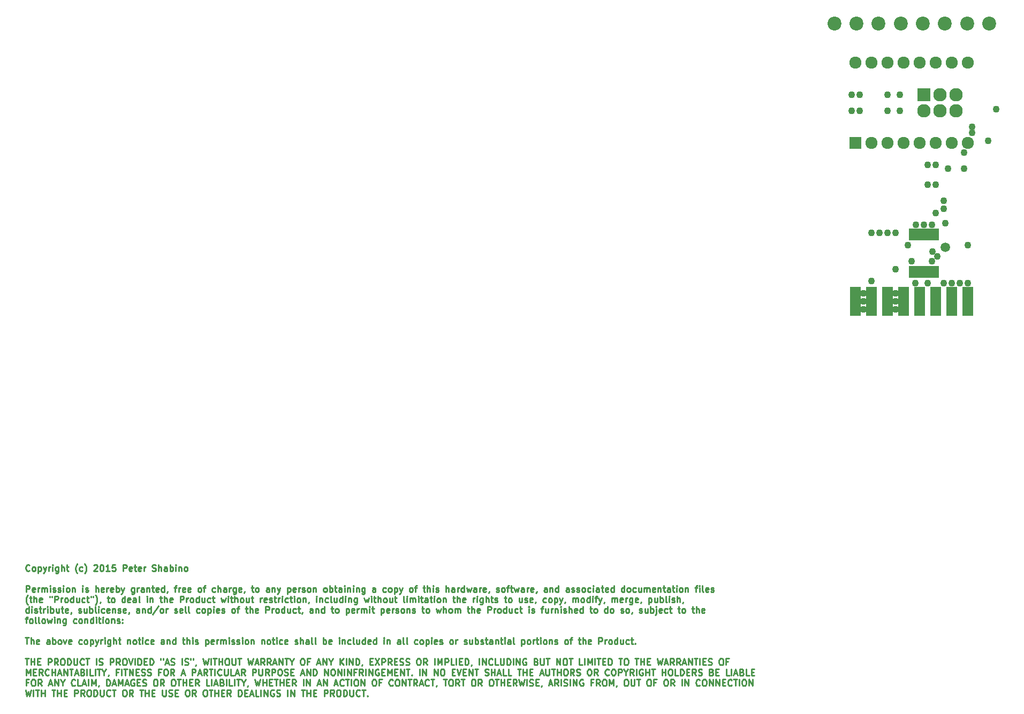
<source format=gbs>
G04 #@! TF.FileFunction,Soldermask,Bot*
%FSLAX46Y46*%
G04 Gerber Fmt 4.6, Leading zero omitted, Abs format (unit mm)*
G04 Created by KiCad (PCBNEW (2015-03-06 BZR 5484)-product) date 10/25/2015 10:49:35 PM*
%MOMM*%
G01*
G04 APERTURE LIST*
%ADD10C,0.100000*%
%ADD11C,0.250000*%
%ADD12R,1.670000X4.591000*%
%ADD13R,0.850000X1.850000*%
%ADD14R,2.127200X2.127200*%
%ADD15O,2.127200X2.127200*%
%ADD16C,2.200000*%
%ADD17R,1.924000X1.924000*%
%ADD18C,1.924000*%
%ADD19C,1.085800*%
%ADD20C,1.517600*%
G04 APERTURE END LIST*
D10*
D11*
X15414524Y-174672143D02*
X15366905Y-174719762D01*
X15224048Y-174767381D01*
X15128810Y-174767381D01*
X14985952Y-174719762D01*
X14890714Y-174624524D01*
X14843095Y-174529286D01*
X14795476Y-174338810D01*
X14795476Y-174195952D01*
X14843095Y-174005476D01*
X14890714Y-173910238D01*
X14985952Y-173815000D01*
X15128810Y-173767381D01*
X15224048Y-173767381D01*
X15366905Y-173815000D01*
X15414524Y-173862619D01*
X15985952Y-174767381D02*
X15890714Y-174719762D01*
X15843095Y-174672143D01*
X15795476Y-174576905D01*
X15795476Y-174291190D01*
X15843095Y-174195952D01*
X15890714Y-174148333D01*
X15985952Y-174100714D01*
X16128810Y-174100714D01*
X16224048Y-174148333D01*
X16271667Y-174195952D01*
X16319286Y-174291190D01*
X16319286Y-174576905D01*
X16271667Y-174672143D01*
X16224048Y-174719762D01*
X16128810Y-174767381D01*
X15985952Y-174767381D01*
X16747857Y-174100714D02*
X16747857Y-175100714D01*
X16747857Y-174148333D02*
X16843095Y-174100714D01*
X17033572Y-174100714D01*
X17128810Y-174148333D01*
X17176429Y-174195952D01*
X17224048Y-174291190D01*
X17224048Y-174576905D01*
X17176429Y-174672143D01*
X17128810Y-174719762D01*
X17033572Y-174767381D01*
X16843095Y-174767381D01*
X16747857Y-174719762D01*
X17557381Y-174100714D02*
X17795476Y-174767381D01*
X18033572Y-174100714D02*
X17795476Y-174767381D01*
X17700238Y-175005476D01*
X17652619Y-175053095D01*
X17557381Y-175100714D01*
X18414524Y-174767381D02*
X18414524Y-174100714D01*
X18414524Y-174291190D02*
X18462143Y-174195952D01*
X18509762Y-174148333D01*
X18605000Y-174100714D01*
X18700239Y-174100714D01*
X19033572Y-174767381D02*
X19033572Y-174100714D01*
X19033572Y-173767381D02*
X18985953Y-173815000D01*
X19033572Y-173862619D01*
X19081191Y-173815000D01*
X19033572Y-173767381D01*
X19033572Y-173862619D01*
X19938334Y-174100714D02*
X19938334Y-174910238D01*
X19890715Y-175005476D01*
X19843096Y-175053095D01*
X19747857Y-175100714D01*
X19605000Y-175100714D01*
X19509762Y-175053095D01*
X19938334Y-174719762D02*
X19843096Y-174767381D01*
X19652619Y-174767381D01*
X19557381Y-174719762D01*
X19509762Y-174672143D01*
X19462143Y-174576905D01*
X19462143Y-174291190D01*
X19509762Y-174195952D01*
X19557381Y-174148333D01*
X19652619Y-174100714D01*
X19843096Y-174100714D01*
X19938334Y-174148333D01*
X20414524Y-174767381D02*
X20414524Y-173767381D01*
X20843096Y-174767381D02*
X20843096Y-174243571D01*
X20795477Y-174148333D01*
X20700239Y-174100714D01*
X20557381Y-174100714D01*
X20462143Y-174148333D01*
X20414524Y-174195952D01*
X21176429Y-174100714D02*
X21557381Y-174100714D01*
X21319286Y-173767381D02*
X21319286Y-174624524D01*
X21366905Y-174719762D01*
X21462143Y-174767381D01*
X21557381Y-174767381D01*
X22938335Y-175148333D02*
X22890715Y-175100714D01*
X22795477Y-174957857D01*
X22747858Y-174862619D01*
X22700239Y-174719762D01*
X22652620Y-174481667D01*
X22652620Y-174291190D01*
X22700239Y-174053095D01*
X22747858Y-173910238D01*
X22795477Y-173815000D01*
X22890715Y-173672143D01*
X22938335Y-173624524D01*
X23747859Y-174719762D02*
X23652621Y-174767381D01*
X23462144Y-174767381D01*
X23366906Y-174719762D01*
X23319287Y-174672143D01*
X23271668Y-174576905D01*
X23271668Y-174291190D01*
X23319287Y-174195952D01*
X23366906Y-174148333D01*
X23462144Y-174100714D01*
X23652621Y-174100714D01*
X23747859Y-174148333D01*
X24081192Y-175148333D02*
X24128811Y-175100714D01*
X24224049Y-174957857D01*
X24271668Y-174862619D01*
X24319287Y-174719762D01*
X24366906Y-174481667D01*
X24366906Y-174291190D01*
X24319287Y-174053095D01*
X24271668Y-173910238D01*
X24224049Y-173815000D01*
X24128811Y-173672143D01*
X24081192Y-173624524D01*
X25557383Y-173862619D02*
X25605002Y-173815000D01*
X25700240Y-173767381D01*
X25938336Y-173767381D01*
X26033574Y-173815000D01*
X26081193Y-173862619D01*
X26128812Y-173957857D01*
X26128812Y-174053095D01*
X26081193Y-174195952D01*
X25509764Y-174767381D01*
X26128812Y-174767381D01*
X26747859Y-173767381D02*
X26843098Y-173767381D01*
X26938336Y-173815000D01*
X26985955Y-173862619D01*
X27033574Y-173957857D01*
X27081193Y-174148333D01*
X27081193Y-174386429D01*
X27033574Y-174576905D01*
X26985955Y-174672143D01*
X26938336Y-174719762D01*
X26843098Y-174767381D01*
X26747859Y-174767381D01*
X26652621Y-174719762D01*
X26605002Y-174672143D01*
X26557383Y-174576905D01*
X26509764Y-174386429D01*
X26509764Y-174148333D01*
X26557383Y-173957857D01*
X26605002Y-173862619D01*
X26652621Y-173815000D01*
X26747859Y-173767381D01*
X28033574Y-174767381D02*
X27462145Y-174767381D01*
X27747859Y-174767381D02*
X27747859Y-173767381D01*
X27652621Y-173910238D01*
X27557383Y-174005476D01*
X27462145Y-174053095D01*
X28938336Y-173767381D02*
X28462145Y-173767381D01*
X28414526Y-174243571D01*
X28462145Y-174195952D01*
X28557383Y-174148333D01*
X28795479Y-174148333D01*
X28890717Y-174195952D01*
X28938336Y-174243571D01*
X28985955Y-174338810D01*
X28985955Y-174576905D01*
X28938336Y-174672143D01*
X28890717Y-174719762D01*
X28795479Y-174767381D01*
X28557383Y-174767381D01*
X28462145Y-174719762D01*
X28414526Y-174672143D01*
X30176431Y-174767381D02*
X30176431Y-173767381D01*
X30557384Y-173767381D01*
X30652622Y-173815000D01*
X30700241Y-173862619D01*
X30747860Y-173957857D01*
X30747860Y-174100714D01*
X30700241Y-174195952D01*
X30652622Y-174243571D01*
X30557384Y-174291190D01*
X30176431Y-174291190D01*
X31557384Y-174719762D02*
X31462146Y-174767381D01*
X31271669Y-174767381D01*
X31176431Y-174719762D01*
X31128812Y-174624524D01*
X31128812Y-174243571D01*
X31176431Y-174148333D01*
X31271669Y-174100714D01*
X31462146Y-174100714D01*
X31557384Y-174148333D01*
X31605003Y-174243571D01*
X31605003Y-174338810D01*
X31128812Y-174434048D01*
X31890717Y-174100714D02*
X32271669Y-174100714D01*
X32033574Y-173767381D02*
X32033574Y-174624524D01*
X32081193Y-174719762D01*
X32176431Y-174767381D01*
X32271669Y-174767381D01*
X32985956Y-174719762D02*
X32890718Y-174767381D01*
X32700241Y-174767381D01*
X32605003Y-174719762D01*
X32557384Y-174624524D01*
X32557384Y-174243571D01*
X32605003Y-174148333D01*
X32700241Y-174100714D01*
X32890718Y-174100714D01*
X32985956Y-174148333D01*
X33033575Y-174243571D01*
X33033575Y-174338810D01*
X32557384Y-174434048D01*
X33462146Y-174767381D02*
X33462146Y-174100714D01*
X33462146Y-174291190D02*
X33509765Y-174195952D01*
X33557384Y-174148333D01*
X33652622Y-174100714D01*
X33747861Y-174100714D01*
X34795480Y-174719762D02*
X34938337Y-174767381D01*
X35176433Y-174767381D01*
X35271671Y-174719762D01*
X35319290Y-174672143D01*
X35366909Y-174576905D01*
X35366909Y-174481667D01*
X35319290Y-174386429D01*
X35271671Y-174338810D01*
X35176433Y-174291190D01*
X34985956Y-174243571D01*
X34890718Y-174195952D01*
X34843099Y-174148333D01*
X34795480Y-174053095D01*
X34795480Y-173957857D01*
X34843099Y-173862619D01*
X34890718Y-173815000D01*
X34985956Y-173767381D01*
X35224052Y-173767381D01*
X35366909Y-173815000D01*
X35795480Y-174767381D02*
X35795480Y-173767381D01*
X36224052Y-174767381D02*
X36224052Y-174243571D01*
X36176433Y-174148333D01*
X36081195Y-174100714D01*
X35938337Y-174100714D01*
X35843099Y-174148333D01*
X35795480Y-174195952D01*
X37128814Y-174767381D02*
X37128814Y-174243571D01*
X37081195Y-174148333D01*
X36985957Y-174100714D01*
X36795480Y-174100714D01*
X36700242Y-174148333D01*
X37128814Y-174719762D02*
X37033576Y-174767381D01*
X36795480Y-174767381D01*
X36700242Y-174719762D01*
X36652623Y-174624524D01*
X36652623Y-174529286D01*
X36700242Y-174434048D01*
X36795480Y-174386429D01*
X37033576Y-174386429D01*
X37128814Y-174338810D01*
X37605004Y-174767381D02*
X37605004Y-173767381D01*
X37605004Y-174148333D02*
X37700242Y-174100714D01*
X37890719Y-174100714D01*
X37985957Y-174148333D01*
X38033576Y-174195952D01*
X38081195Y-174291190D01*
X38081195Y-174576905D01*
X38033576Y-174672143D01*
X37985957Y-174719762D01*
X37890719Y-174767381D01*
X37700242Y-174767381D01*
X37605004Y-174719762D01*
X38509766Y-174767381D02*
X38509766Y-174100714D01*
X38509766Y-173767381D02*
X38462147Y-173815000D01*
X38509766Y-173862619D01*
X38557385Y-173815000D01*
X38509766Y-173767381D01*
X38509766Y-173862619D01*
X38985956Y-174100714D02*
X38985956Y-174767381D01*
X38985956Y-174195952D02*
X39033575Y-174148333D01*
X39128813Y-174100714D01*
X39271671Y-174100714D01*
X39366909Y-174148333D01*
X39414528Y-174243571D01*
X39414528Y-174767381D01*
X40033575Y-174767381D02*
X39938337Y-174719762D01*
X39890718Y-174672143D01*
X39843099Y-174576905D01*
X39843099Y-174291190D01*
X39890718Y-174195952D01*
X39938337Y-174148333D01*
X40033575Y-174100714D01*
X40176433Y-174100714D01*
X40271671Y-174148333D01*
X40319290Y-174195952D01*
X40366909Y-174291190D01*
X40366909Y-174576905D01*
X40319290Y-174672143D01*
X40271671Y-174719762D01*
X40176433Y-174767381D01*
X40033575Y-174767381D01*
X14843095Y-178067381D02*
X14843095Y-177067381D01*
X15224048Y-177067381D01*
X15319286Y-177115000D01*
X15366905Y-177162619D01*
X15414524Y-177257857D01*
X15414524Y-177400714D01*
X15366905Y-177495952D01*
X15319286Y-177543571D01*
X15224048Y-177591190D01*
X14843095Y-177591190D01*
X16224048Y-178019762D02*
X16128810Y-178067381D01*
X15938333Y-178067381D01*
X15843095Y-178019762D01*
X15795476Y-177924524D01*
X15795476Y-177543571D01*
X15843095Y-177448333D01*
X15938333Y-177400714D01*
X16128810Y-177400714D01*
X16224048Y-177448333D01*
X16271667Y-177543571D01*
X16271667Y-177638810D01*
X15795476Y-177734048D01*
X16700238Y-178067381D02*
X16700238Y-177400714D01*
X16700238Y-177591190D02*
X16747857Y-177495952D01*
X16795476Y-177448333D01*
X16890714Y-177400714D01*
X16985953Y-177400714D01*
X17319286Y-178067381D02*
X17319286Y-177400714D01*
X17319286Y-177495952D02*
X17366905Y-177448333D01*
X17462143Y-177400714D01*
X17605001Y-177400714D01*
X17700239Y-177448333D01*
X17747858Y-177543571D01*
X17747858Y-178067381D01*
X17747858Y-177543571D02*
X17795477Y-177448333D01*
X17890715Y-177400714D01*
X18033572Y-177400714D01*
X18128810Y-177448333D01*
X18176429Y-177543571D01*
X18176429Y-178067381D01*
X18652619Y-178067381D02*
X18652619Y-177400714D01*
X18652619Y-177067381D02*
X18605000Y-177115000D01*
X18652619Y-177162619D01*
X18700238Y-177115000D01*
X18652619Y-177067381D01*
X18652619Y-177162619D01*
X19081190Y-178019762D02*
X19176428Y-178067381D01*
X19366904Y-178067381D01*
X19462143Y-178019762D01*
X19509762Y-177924524D01*
X19509762Y-177876905D01*
X19462143Y-177781667D01*
X19366904Y-177734048D01*
X19224047Y-177734048D01*
X19128809Y-177686429D01*
X19081190Y-177591190D01*
X19081190Y-177543571D01*
X19128809Y-177448333D01*
X19224047Y-177400714D01*
X19366904Y-177400714D01*
X19462143Y-177448333D01*
X19890714Y-178019762D02*
X19985952Y-178067381D01*
X20176428Y-178067381D01*
X20271667Y-178019762D01*
X20319286Y-177924524D01*
X20319286Y-177876905D01*
X20271667Y-177781667D01*
X20176428Y-177734048D01*
X20033571Y-177734048D01*
X19938333Y-177686429D01*
X19890714Y-177591190D01*
X19890714Y-177543571D01*
X19938333Y-177448333D01*
X20033571Y-177400714D01*
X20176428Y-177400714D01*
X20271667Y-177448333D01*
X20747857Y-178067381D02*
X20747857Y-177400714D01*
X20747857Y-177067381D02*
X20700238Y-177115000D01*
X20747857Y-177162619D01*
X20795476Y-177115000D01*
X20747857Y-177067381D01*
X20747857Y-177162619D01*
X21366904Y-178067381D02*
X21271666Y-178019762D01*
X21224047Y-177972143D01*
X21176428Y-177876905D01*
X21176428Y-177591190D01*
X21224047Y-177495952D01*
X21271666Y-177448333D01*
X21366904Y-177400714D01*
X21509762Y-177400714D01*
X21605000Y-177448333D01*
X21652619Y-177495952D01*
X21700238Y-177591190D01*
X21700238Y-177876905D01*
X21652619Y-177972143D01*
X21605000Y-178019762D01*
X21509762Y-178067381D01*
X21366904Y-178067381D01*
X22128809Y-177400714D02*
X22128809Y-178067381D01*
X22128809Y-177495952D02*
X22176428Y-177448333D01*
X22271666Y-177400714D01*
X22414524Y-177400714D01*
X22509762Y-177448333D01*
X22557381Y-177543571D01*
X22557381Y-178067381D01*
X23795476Y-178067381D02*
X23795476Y-177400714D01*
X23795476Y-177067381D02*
X23747857Y-177115000D01*
X23795476Y-177162619D01*
X23843095Y-177115000D01*
X23795476Y-177067381D01*
X23795476Y-177162619D01*
X24224047Y-178019762D02*
X24319285Y-178067381D01*
X24509761Y-178067381D01*
X24605000Y-178019762D01*
X24652619Y-177924524D01*
X24652619Y-177876905D01*
X24605000Y-177781667D01*
X24509761Y-177734048D01*
X24366904Y-177734048D01*
X24271666Y-177686429D01*
X24224047Y-177591190D01*
X24224047Y-177543571D01*
X24271666Y-177448333D01*
X24366904Y-177400714D01*
X24509761Y-177400714D01*
X24605000Y-177448333D01*
X25843095Y-178067381D02*
X25843095Y-177067381D01*
X26271667Y-178067381D02*
X26271667Y-177543571D01*
X26224048Y-177448333D01*
X26128810Y-177400714D01*
X25985952Y-177400714D01*
X25890714Y-177448333D01*
X25843095Y-177495952D01*
X27128810Y-178019762D02*
X27033572Y-178067381D01*
X26843095Y-178067381D01*
X26747857Y-178019762D01*
X26700238Y-177924524D01*
X26700238Y-177543571D01*
X26747857Y-177448333D01*
X26843095Y-177400714D01*
X27033572Y-177400714D01*
X27128810Y-177448333D01*
X27176429Y-177543571D01*
X27176429Y-177638810D01*
X26700238Y-177734048D01*
X27605000Y-178067381D02*
X27605000Y-177400714D01*
X27605000Y-177591190D02*
X27652619Y-177495952D01*
X27700238Y-177448333D01*
X27795476Y-177400714D01*
X27890715Y-177400714D01*
X28605001Y-178019762D02*
X28509763Y-178067381D01*
X28319286Y-178067381D01*
X28224048Y-178019762D01*
X28176429Y-177924524D01*
X28176429Y-177543571D01*
X28224048Y-177448333D01*
X28319286Y-177400714D01*
X28509763Y-177400714D01*
X28605001Y-177448333D01*
X28652620Y-177543571D01*
X28652620Y-177638810D01*
X28176429Y-177734048D01*
X29081191Y-178067381D02*
X29081191Y-177067381D01*
X29081191Y-177448333D02*
X29176429Y-177400714D01*
X29366906Y-177400714D01*
X29462144Y-177448333D01*
X29509763Y-177495952D01*
X29557382Y-177591190D01*
X29557382Y-177876905D01*
X29509763Y-177972143D01*
X29462144Y-178019762D01*
X29366906Y-178067381D01*
X29176429Y-178067381D01*
X29081191Y-178019762D01*
X29890715Y-177400714D02*
X30128810Y-178067381D01*
X30366906Y-177400714D02*
X30128810Y-178067381D01*
X30033572Y-178305476D01*
X29985953Y-178353095D01*
X29890715Y-178400714D01*
X31938335Y-177400714D02*
X31938335Y-178210238D01*
X31890716Y-178305476D01*
X31843097Y-178353095D01*
X31747858Y-178400714D01*
X31605001Y-178400714D01*
X31509763Y-178353095D01*
X31938335Y-178019762D02*
X31843097Y-178067381D01*
X31652620Y-178067381D01*
X31557382Y-178019762D01*
X31509763Y-177972143D01*
X31462144Y-177876905D01*
X31462144Y-177591190D01*
X31509763Y-177495952D01*
X31557382Y-177448333D01*
X31652620Y-177400714D01*
X31843097Y-177400714D01*
X31938335Y-177448333D01*
X32414525Y-178067381D02*
X32414525Y-177400714D01*
X32414525Y-177591190D02*
X32462144Y-177495952D01*
X32509763Y-177448333D01*
X32605001Y-177400714D01*
X32700240Y-177400714D01*
X33462145Y-178067381D02*
X33462145Y-177543571D01*
X33414526Y-177448333D01*
X33319288Y-177400714D01*
X33128811Y-177400714D01*
X33033573Y-177448333D01*
X33462145Y-178019762D02*
X33366907Y-178067381D01*
X33128811Y-178067381D01*
X33033573Y-178019762D01*
X32985954Y-177924524D01*
X32985954Y-177829286D01*
X33033573Y-177734048D01*
X33128811Y-177686429D01*
X33366907Y-177686429D01*
X33462145Y-177638810D01*
X33938335Y-177400714D02*
X33938335Y-178067381D01*
X33938335Y-177495952D02*
X33985954Y-177448333D01*
X34081192Y-177400714D01*
X34224050Y-177400714D01*
X34319288Y-177448333D01*
X34366907Y-177543571D01*
X34366907Y-178067381D01*
X34700240Y-177400714D02*
X35081192Y-177400714D01*
X34843097Y-177067381D02*
X34843097Y-177924524D01*
X34890716Y-178019762D01*
X34985954Y-178067381D01*
X35081192Y-178067381D01*
X35795479Y-178019762D02*
X35700241Y-178067381D01*
X35509764Y-178067381D01*
X35414526Y-178019762D01*
X35366907Y-177924524D01*
X35366907Y-177543571D01*
X35414526Y-177448333D01*
X35509764Y-177400714D01*
X35700241Y-177400714D01*
X35795479Y-177448333D01*
X35843098Y-177543571D01*
X35843098Y-177638810D01*
X35366907Y-177734048D01*
X36700241Y-178067381D02*
X36700241Y-177067381D01*
X36700241Y-178019762D02*
X36605003Y-178067381D01*
X36414526Y-178067381D01*
X36319288Y-178019762D01*
X36271669Y-177972143D01*
X36224050Y-177876905D01*
X36224050Y-177591190D01*
X36271669Y-177495952D01*
X36319288Y-177448333D01*
X36414526Y-177400714D01*
X36605003Y-177400714D01*
X36700241Y-177448333D01*
X37224050Y-178019762D02*
X37224050Y-178067381D01*
X37176431Y-178162619D01*
X37128812Y-178210238D01*
X38271669Y-177400714D02*
X38652621Y-177400714D01*
X38414526Y-178067381D02*
X38414526Y-177210238D01*
X38462145Y-177115000D01*
X38557383Y-177067381D01*
X38652621Y-177067381D01*
X38985955Y-178067381D02*
X38985955Y-177400714D01*
X38985955Y-177591190D02*
X39033574Y-177495952D01*
X39081193Y-177448333D01*
X39176431Y-177400714D01*
X39271670Y-177400714D01*
X39985956Y-178019762D02*
X39890718Y-178067381D01*
X39700241Y-178067381D01*
X39605003Y-178019762D01*
X39557384Y-177924524D01*
X39557384Y-177543571D01*
X39605003Y-177448333D01*
X39700241Y-177400714D01*
X39890718Y-177400714D01*
X39985956Y-177448333D01*
X40033575Y-177543571D01*
X40033575Y-177638810D01*
X39557384Y-177734048D01*
X40843099Y-178019762D02*
X40747861Y-178067381D01*
X40557384Y-178067381D01*
X40462146Y-178019762D01*
X40414527Y-177924524D01*
X40414527Y-177543571D01*
X40462146Y-177448333D01*
X40557384Y-177400714D01*
X40747861Y-177400714D01*
X40843099Y-177448333D01*
X40890718Y-177543571D01*
X40890718Y-177638810D01*
X40414527Y-177734048D01*
X42224051Y-178067381D02*
X42128813Y-178019762D01*
X42081194Y-177972143D01*
X42033575Y-177876905D01*
X42033575Y-177591190D01*
X42081194Y-177495952D01*
X42128813Y-177448333D01*
X42224051Y-177400714D01*
X42366909Y-177400714D01*
X42462147Y-177448333D01*
X42509766Y-177495952D01*
X42557385Y-177591190D01*
X42557385Y-177876905D01*
X42509766Y-177972143D01*
X42462147Y-178019762D01*
X42366909Y-178067381D01*
X42224051Y-178067381D01*
X42843099Y-177400714D02*
X43224051Y-177400714D01*
X42985956Y-178067381D02*
X42985956Y-177210238D01*
X43033575Y-177115000D01*
X43128813Y-177067381D01*
X43224051Y-177067381D01*
X44747862Y-178019762D02*
X44652624Y-178067381D01*
X44462147Y-178067381D01*
X44366909Y-178019762D01*
X44319290Y-177972143D01*
X44271671Y-177876905D01*
X44271671Y-177591190D01*
X44319290Y-177495952D01*
X44366909Y-177448333D01*
X44462147Y-177400714D01*
X44652624Y-177400714D01*
X44747862Y-177448333D01*
X45176433Y-178067381D02*
X45176433Y-177067381D01*
X45605005Y-178067381D02*
X45605005Y-177543571D01*
X45557386Y-177448333D01*
X45462148Y-177400714D01*
X45319290Y-177400714D01*
X45224052Y-177448333D01*
X45176433Y-177495952D01*
X46509767Y-178067381D02*
X46509767Y-177543571D01*
X46462148Y-177448333D01*
X46366910Y-177400714D01*
X46176433Y-177400714D01*
X46081195Y-177448333D01*
X46509767Y-178019762D02*
X46414529Y-178067381D01*
X46176433Y-178067381D01*
X46081195Y-178019762D01*
X46033576Y-177924524D01*
X46033576Y-177829286D01*
X46081195Y-177734048D01*
X46176433Y-177686429D01*
X46414529Y-177686429D01*
X46509767Y-177638810D01*
X46985957Y-178067381D02*
X46985957Y-177400714D01*
X46985957Y-177591190D02*
X47033576Y-177495952D01*
X47081195Y-177448333D01*
X47176433Y-177400714D01*
X47271672Y-177400714D01*
X48033577Y-177400714D02*
X48033577Y-178210238D01*
X47985958Y-178305476D01*
X47938339Y-178353095D01*
X47843100Y-178400714D01*
X47700243Y-178400714D01*
X47605005Y-178353095D01*
X48033577Y-178019762D02*
X47938339Y-178067381D01*
X47747862Y-178067381D01*
X47652624Y-178019762D01*
X47605005Y-177972143D01*
X47557386Y-177876905D01*
X47557386Y-177591190D01*
X47605005Y-177495952D01*
X47652624Y-177448333D01*
X47747862Y-177400714D01*
X47938339Y-177400714D01*
X48033577Y-177448333D01*
X48890720Y-178019762D02*
X48795482Y-178067381D01*
X48605005Y-178067381D01*
X48509767Y-178019762D01*
X48462148Y-177924524D01*
X48462148Y-177543571D01*
X48509767Y-177448333D01*
X48605005Y-177400714D01*
X48795482Y-177400714D01*
X48890720Y-177448333D01*
X48938339Y-177543571D01*
X48938339Y-177638810D01*
X48462148Y-177734048D01*
X49414529Y-178019762D02*
X49414529Y-178067381D01*
X49366910Y-178162619D01*
X49319291Y-178210238D01*
X50462148Y-177400714D02*
X50843100Y-177400714D01*
X50605005Y-177067381D02*
X50605005Y-177924524D01*
X50652624Y-178019762D01*
X50747862Y-178067381D01*
X50843100Y-178067381D01*
X51319291Y-178067381D02*
X51224053Y-178019762D01*
X51176434Y-177972143D01*
X51128815Y-177876905D01*
X51128815Y-177591190D01*
X51176434Y-177495952D01*
X51224053Y-177448333D01*
X51319291Y-177400714D01*
X51462149Y-177400714D01*
X51557387Y-177448333D01*
X51605006Y-177495952D01*
X51652625Y-177591190D01*
X51652625Y-177876905D01*
X51605006Y-177972143D01*
X51557387Y-178019762D01*
X51462149Y-178067381D01*
X51319291Y-178067381D01*
X53271673Y-178067381D02*
X53271673Y-177543571D01*
X53224054Y-177448333D01*
X53128816Y-177400714D01*
X52938339Y-177400714D01*
X52843101Y-177448333D01*
X53271673Y-178019762D02*
X53176435Y-178067381D01*
X52938339Y-178067381D01*
X52843101Y-178019762D01*
X52795482Y-177924524D01*
X52795482Y-177829286D01*
X52843101Y-177734048D01*
X52938339Y-177686429D01*
X53176435Y-177686429D01*
X53271673Y-177638810D01*
X53747863Y-177400714D02*
X53747863Y-178067381D01*
X53747863Y-177495952D02*
X53795482Y-177448333D01*
X53890720Y-177400714D01*
X54033578Y-177400714D01*
X54128816Y-177448333D01*
X54176435Y-177543571D01*
X54176435Y-178067381D01*
X54557387Y-177400714D02*
X54795482Y-178067381D01*
X55033578Y-177400714D02*
X54795482Y-178067381D01*
X54700244Y-178305476D01*
X54652625Y-178353095D01*
X54557387Y-178400714D01*
X56176435Y-177400714D02*
X56176435Y-178400714D01*
X56176435Y-177448333D02*
X56271673Y-177400714D01*
X56462150Y-177400714D01*
X56557388Y-177448333D01*
X56605007Y-177495952D01*
X56652626Y-177591190D01*
X56652626Y-177876905D01*
X56605007Y-177972143D01*
X56557388Y-178019762D01*
X56462150Y-178067381D01*
X56271673Y-178067381D01*
X56176435Y-178019762D01*
X57462150Y-178019762D02*
X57366912Y-178067381D01*
X57176435Y-178067381D01*
X57081197Y-178019762D01*
X57033578Y-177924524D01*
X57033578Y-177543571D01*
X57081197Y-177448333D01*
X57176435Y-177400714D01*
X57366912Y-177400714D01*
X57462150Y-177448333D01*
X57509769Y-177543571D01*
X57509769Y-177638810D01*
X57033578Y-177734048D01*
X57938340Y-178067381D02*
X57938340Y-177400714D01*
X57938340Y-177591190D02*
X57985959Y-177495952D01*
X58033578Y-177448333D01*
X58128816Y-177400714D01*
X58224055Y-177400714D01*
X58509769Y-178019762D02*
X58605007Y-178067381D01*
X58795483Y-178067381D01*
X58890722Y-178019762D01*
X58938341Y-177924524D01*
X58938341Y-177876905D01*
X58890722Y-177781667D01*
X58795483Y-177734048D01*
X58652626Y-177734048D01*
X58557388Y-177686429D01*
X58509769Y-177591190D01*
X58509769Y-177543571D01*
X58557388Y-177448333D01*
X58652626Y-177400714D01*
X58795483Y-177400714D01*
X58890722Y-177448333D01*
X59509769Y-178067381D02*
X59414531Y-178019762D01*
X59366912Y-177972143D01*
X59319293Y-177876905D01*
X59319293Y-177591190D01*
X59366912Y-177495952D01*
X59414531Y-177448333D01*
X59509769Y-177400714D01*
X59652627Y-177400714D01*
X59747865Y-177448333D01*
X59795484Y-177495952D01*
X59843103Y-177591190D01*
X59843103Y-177876905D01*
X59795484Y-177972143D01*
X59747865Y-178019762D01*
X59652627Y-178067381D01*
X59509769Y-178067381D01*
X60271674Y-177400714D02*
X60271674Y-178067381D01*
X60271674Y-177495952D02*
X60319293Y-177448333D01*
X60414531Y-177400714D01*
X60557389Y-177400714D01*
X60652627Y-177448333D01*
X60700246Y-177543571D01*
X60700246Y-178067381D01*
X62081198Y-178067381D02*
X61985960Y-178019762D01*
X61938341Y-177972143D01*
X61890722Y-177876905D01*
X61890722Y-177591190D01*
X61938341Y-177495952D01*
X61985960Y-177448333D01*
X62081198Y-177400714D01*
X62224056Y-177400714D01*
X62319294Y-177448333D01*
X62366913Y-177495952D01*
X62414532Y-177591190D01*
X62414532Y-177876905D01*
X62366913Y-177972143D01*
X62319294Y-178019762D01*
X62224056Y-178067381D01*
X62081198Y-178067381D01*
X62843103Y-178067381D02*
X62843103Y-177067381D01*
X62843103Y-177448333D02*
X62938341Y-177400714D01*
X63128818Y-177400714D01*
X63224056Y-177448333D01*
X63271675Y-177495952D01*
X63319294Y-177591190D01*
X63319294Y-177876905D01*
X63271675Y-177972143D01*
X63224056Y-178019762D01*
X63128818Y-178067381D01*
X62938341Y-178067381D01*
X62843103Y-178019762D01*
X63605008Y-177400714D02*
X63985960Y-177400714D01*
X63747865Y-177067381D02*
X63747865Y-177924524D01*
X63795484Y-178019762D01*
X63890722Y-178067381D01*
X63985960Y-178067381D01*
X64747866Y-178067381D02*
X64747866Y-177543571D01*
X64700247Y-177448333D01*
X64605009Y-177400714D01*
X64414532Y-177400714D01*
X64319294Y-177448333D01*
X64747866Y-178019762D02*
X64652628Y-178067381D01*
X64414532Y-178067381D01*
X64319294Y-178019762D01*
X64271675Y-177924524D01*
X64271675Y-177829286D01*
X64319294Y-177734048D01*
X64414532Y-177686429D01*
X64652628Y-177686429D01*
X64747866Y-177638810D01*
X65224056Y-178067381D02*
X65224056Y-177400714D01*
X65224056Y-177067381D02*
X65176437Y-177115000D01*
X65224056Y-177162619D01*
X65271675Y-177115000D01*
X65224056Y-177067381D01*
X65224056Y-177162619D01*
X65700246Y-177400714D02*
X65700246Y-178067381D01*
X65700246Y-177495952D02*
X65747865Y-177448333D01*
X65843103Y-177400714D01*
X65985961Y-177400714D01*
X66081199Y-177448333D01*
X66128818Y-177543571D01*
X66128818Y-178067381D01*
X66605008Y-178067381D02*
X66605008Y-177400714D01*
X66605008Y-177067381D02*
X66557389Y-177115000D01*
X66605008Y-177162619D01*
X66652627Y-177115000D01*
X66605008Y-177067381D01*
X66605008Y-177162619D01*
X67081198Y-177400714D02*
X67081198Y-178067381D01*
X67081198Y-177495952D02*
X67128817Y-177448333D01*
X67224055Y-177400714D01*
X67366913Y-177400714D01*
X67462151Y-177448333D01*
X67509770Y-177543571D01*
X67509770Y-178067381D01*
X68414532Y-177400714D02*
X68414532Y-178210238D01*
X68366913Y-178305476D01*
X68319294Y-178353095D01*
X68224055Y-178400714D01*
X68081198Y-178400714D01*
X67985960Y-178353095D01*
X68414532Y-178019762D02*
X68319294Y-178067381D01*
X68128817Y-178067381D01*
X68033579Y-178019762D01*
X67985960Y-177972143D01*
X67938341Y-177876905D01*
X67938341Y-177591190D01*
X67985960Y-177495952D01*
X68033579Y-177448333D01*
X68128817Y-177400714D01*
X68319294Y-177400714D01*
X68414532Y-177448333D01*
X70081199Y-178067381D02*
X70081199Y-177543571D01*
X70033580Y-177448333D01*
X69938342Y-177400714D01*
X69747865Y-177400714D01*
X69652627Y-177448333D01*
X70081199Y-178019762D02*
X69985961Y-178067381D01*
X69747865Y-178067381D01*
X69652627Y-178019762D01*
X69605008Y-177924524D01*
X69605008Y-177829286D01*
X69652627Y-177734048D01*
X69747865Y-177686429D01*
X69985961Y-177686429D01*
X70081199Y-177638810D01*
X71747866Y-178019762D02*
X71652628Y-178067381D01*
X71462151Y-178067381D01*
X71366913Y-178019762D01*
X71319294Y-177972143D01*
X71271675Y-177876905D01*
X71271675Y-177591190D01*
X71319294Y-177495952D01*
X71366913Y-177448333D01*
X71462151Y-177400714D01*
X71652628Y-177400714D01*
X71747866Y-177448333D01*
X72319294Y-178067381D02*
X72224056Y-178019762D01*
X72176437Y-177972143D01*
X72128818Y-177876905D01*
X72128818Y-177591190D01*
X72176437Y-177495952D01*
X72224056Y-177448333D01*
X72319294Y-177400714D01*
X72462152Y-177400714D01*
X72557390Y-177448333D01*
X72605009Y-177495952D01*
X72652628Y-177591190D01*
X72652628Y-177876905D01*
X72605009Y-177972143D01*
X72557390Y-178019762D01*
X72462152Y-178067381D01*
X72319294Y-178067381D01*
X73081199Y-177400714D02*
X73081199Y-178400714D01*
X73081199Y-177448333D02*
X73176437Y-177400714D01*
X73366914Y-177400714D01*
X73462152Y-177448333D01*
X73509771Y-177495952D01*
X73557390Y-177591190D01*
X73557390Y-177876905D01*
X73509771Y-177972143D01*
X73462152Y-178019762D01*
X73366914Y-178067381D01*
X73176437Y-178067381D01*
X73081199Y-178019762D01*
X73890723Y-177400714D02*
X74128818Y-178067381D01*
X74366914Y-177400714D02*
X74128818Y-178067381D01*
X74033580Y-178305476D01*
X73985961Y-178353095D01*
X73890723Y-178400714D01*
X75652628Y-178067381D02*
X75557390Y-178019762D01*
X75509771Y-177972143D01*
X75462152Y-177876905D01*
X75462152Y-177591190D01*
X75509771Y-177495952D01*
X75557390Y-177448333D01*
X75652628Y-177400714D01*
X75795486Y-177400714D01*
X75890724Y-177448333D01*
X75938343Y-177495952D01*
X75985962Y-177591190D01*
X75985962Y-177876905D01*
X75938343Y-177972143D01*
X75890724Y-178019762D01*
X75795486Y-178067381D01*
X75652628Y-178067381D01*
X76271676Y-177400714D02*
X76652628Y-177400714D01*
X76414533Y-178067381D02*
X76414533Y-177210238D01*
X76462152Y-177115000D01*
X76557390Y-177067381D01*
X76652628Y-177067381D01*
X77605010Y-177400714D02*
X77985962Y-177400714D01*
X77747867Y-177067381D02*
X77747867Y-177924524D01*
X77795486Y-178019762D01*
X77890724Y-178067381D01*
X77985962Y-178067381D01*
X78319296Y-178067381D02*
X78319296Y-177067381D01*
X78747868Y-178067381D02*
X78747868Y-177543571D01*
X78700249Y-177448333D01*
X78605011Y-177400714D01*
X78462153Y-177400714D01*
X78366915Y-177448333D01*
X78319296Y-177495952D01*
X79224058Y-178067381D02*
X79224058Y-177400714D01*
X79224058Y-177067381D02*
X79176439Y-177115000D01*
X79224058Y-177162619D01*
X79271677Y-177115000D01*
X79224058Y-177067381D01*
X79224058Y-177162619D01*
X79652629Y-178019762D02*
X79747867Y-178067381D01*
X79938343Y-178067381D01*
X80033582Y-178019762D01*
X80081201Y-177924524D01*
X80081201Y-177876905D01*
X80033582Y-177781667D01*
X79938343Y-177734048D01*
X79795486Y-177734048D01*
X79700248Y-177686429D01*
X79652629Y-177591190D01*
X79652629Y-177543571D01*
X79700248Y-177448333D01*
X79795486Y-177400714D01*
X79938343Y-177400714D01*
X80033582Y-177448333D01*
X81271677Y-178067381D02*
X81271677Y-177067381D01*
X81700249Y-178067381D02*
X81700249Y-177543571D01*
X81652630Y-177448333D01*
X81557392Y-177400714D01*
X81414534Y-177400714D01*
X81319296Y-177448333D01*
X81271677Y-177495952D01*
X82605011Y-178067381D02*
X82605011Y-177543571D01*
X82557392Y-177448333D01*
X82462154Y-177400714D01*
X82271677Y-177400714D01*
X82176439Y-177448333D01*
X82605011Y-178019762D02*
X82509773Y-178067381D01*
X82271677Y-178067381D01*
X82176439Y-178019762D01*
X82128820Y-177924524D01*
X82128820Y-177829286D01*
X82176439Y-177734048D01*
X82271677Y-177686429D01*
X82509773Y-177686429D01*
X82605011Y-177638810D01*
X83081201Y-178067381D02*
X83081201Y-177400714D01*
X83081201Y-177591190D02*
X83128820Y-177495952D01*
X83176439Y-177448333D01*
X83271677Y-177400714D01*
X83366916Y-177400714D01*
X84128821Y-178067381D02*
X84128821Y-177067381D01*
X84128821Y-178019762D02*
X84033583Y-178067381D01*
X83843106Y-178067381D01*
X83747868Y-178019762D01*
X83700249Y-177972143D01*
X83652630Y-177876905D01*
X83652630Y-177591190D01*
X83700249Y-177495952D01*
X83747868Y-177448333D01*
X83843106Y-177400714D01*
X84033583Y-177400714D01*
X84128821Y-177448333D01*
X84509773Y-177400714D02*
X84700249Y-178067381D01*
X84890726Y-177591190D01*
X85081202Y-178067381D01*
X85271678Y-177400714D01*
X86081202Y-178067381D02*
X86081202Y-177543571D01*
X86033583Y-177448333D01*
X85938345Y-177400714D01*
X85747868Y-177400714D01*
X85652630Y-177448333D01*
X86081202Y-178019762D02*
X85985964Y-178067381D01*
X85747868Y-178067381D01*
X85652630Y-178019762D01*
X85605011Y-177924524D01*
X85605011Y-177829286D01*
X85652630Y-177734048D01*
X85747868Y-177686429D01*
X85985964Y-177686429D01*
X86081202Y-177638810D01*
X86557392Y-178067381D02*
X86557392Y-177400714D01*
X86557392Y-177591190D02*
X86605011Y-177495952D01*
X86652630Y-177448333D01*
X86747868Y-177400714D01*
X86843107Y-177400714D01*
X87557393Y-178019762D02*
X87462155Y-178067381D01*
X87271678Y-178067381D01*
X87176440Y-178019762D01*
X87128821Y-177924524D01*
X87128821Y-177543571D01*
X87176440Y-177448333D01*
X87271678Y-177400714D01*
X87462155Y-177400714D01*
X87557393Y-177448333D01*
X87605012Y-177543571D01*
X87605012Y-177638810D01*
X87128821Y-177734048D01*
X88081202Y-178019762D02*
X88081202Y-178067381D01*
X88033583Y-178162619D01*
X87985964Y-178210238D01*
X89224059Y-178019762D02*
X89319297Y-178067381D01*
X89509773Y-178067381D01*
X89605012Y-178019762D01*
X89652631Y-177924524D01*
X89652631Y-177876905D01*
X89605012Y-177781667D01*
X89509773Y-177734048D01*
X89366916Y-177734048D01*
X89271678Y-177686429D01*
X89224059Y-177591190D01*
X89224059Y-177543571D01*
X89271678Y-177448333D01*
X89366916Y-177400714D01*
X89509773Y-177400714D01*
X89605012Y-177448333D01*
X90224059Y-178067381D02*
X90128821Y-178019762D01*
X90081202Y-177972143D01*
X90033583Y-177876905D01*
X90033583Y-177591190D01*
X90081202Y-177495952D01*
X90128821Y-177448333D01*
X90224059Y-177400714D01*
X90366917Y-177400714D01*
X90462155Y-177448333D01*
X90509774Y-177495952D01*
X90557393Y-177591190D01*
X90557393Y-177876905D01*
X90509774Y-177972143D01*
X90462155Y-178019762D01*
X90366917Y-178067381D01*
X90224059Y-178067381D01*
X90843107Y-177400714D02*
X91224059Y-177400714D01*
X90985964Y-178067381D02*
X90985964Y-177210238D01*
X91033583Y-177115000D01*
X91128821Y-177067381D01*
X91224059Y-177067381D01*
X91414536Y-177400714D02*
X91795488Y-177400714D01*
X91557393Y-177067381D02*
X91557393Y-177924524D01*
X91605012Y-178019762D01*
X91700250Y-178067381D01*
X91795488Y-178067381D01*
X92033584Y-177400714D02*
X92224060Y-178067381D01*
X92414537Y-177591190D01*
X92605013Y-178067381D01*
X92795489Y-177400714D01*
X93605013Y-178067381D02*
X93605013Y-177543571D01*
X93557394Y-177448333D01*
X93462156Y-177400714D01*
X93271679Y-177400714D01*
X93176441Y-177448333D01*
X93605013Y-178019762D02*
X93509775Y-178067381D01*
X93271679Y-178067381D01*
X93176441Y-178019762D01*
X93128822Y-177924524D01*
X93128822Y-177829286D01*
X93176441Y-177734048D01*
X93271679Y-177686429D01*
X93509775Y-177686429D01*
X93605013Y-177638810D01*
X94081203Y-178067381D02*
X94081203Y-177400714D01*
X94081203Y-177591190D02*
X94128822Y-177495952D01*
X94176441Y-177448333D01*
X94271679Y-177400714D01*
X94366918Y-177400714D01*
X95081204Y-178019762D02*
X94985966Y-178067381D01*
X94795489Y-178067381D01*
X94700251Y-178019762D01*
X94652632Y-177924524D01*
X94652632Y-177543571D01*
X94700251Y-177448333D01*
X94795489Y-177400714D01*
X94985966Y-177400714D01*
X95081204Y-177448333D01*
X95128823Y-177543571D01*
X95128823Y-177638810D01*
X94652632Y-177734048D01*
X95605013Y-178019762D02*
X95605013Y-178067381D01*
X95557394Y-178162619D01*
X95509775Y-178210238D01*
X97224061Y-178067381D02*
X97224061Y-177543571D01*
X97176442Y-177448333D01*
X97081204Y-177400714D01*
X96890727Y-177400714D01*
X96795489Y-177448333D01*
X97224061Y-178019762D02*
X97128823Y-178067381D01*
X96890727Y-178067381D01*
X96795489Y-178019762D01*
X96747870Y-177924524D01*
X96747870Y-177829286D01*
X96795489Y-177734048D01*
X96890727Y-177686429D01*
X97128823Y-177686429D01*
X97224061Y-177638810D01*
X97700251Y-177400714D02*
X97700251Y-178067381D01*
X97700251Y-177495952D02*
X97747870Y-177448333D01*
X97843108Y-177400714D01*
X97985966Y-177400714D01*
X98081204Y-177448333D01*
X98128823Y-177543571D01*
X98128823Y-178067381D01*
X99033585Y-178067381D02*
X99033585Y-177067381D01*
X99033585Y-178019762D02*
X98938347Y-178067381D01*
X98747870Y-178067381D01*
X98652632Y-178019762D01*
X98605013Y-177972143D01*
X98557394Y-177876905D01*
X98557394Y-177591190D01*
X98605013Y-177495952D01*
X98652632Y-177448333D01*
X98747870Y-177400714D01*
X98938347Y-177400714D01*
X99033585Y-177448333D01*
X100700252Y-178067381D02*
X100700252Y-177543571D01*
X100652633Y-177448333D01*
X100557395Y-177400714D01*
X100366918Y-177400714D01*
X100271680Y-177448333D01*
X100700252Y-178019762D02*
X100605014Y-178067381D01*
X100366918Y-178067381D01*
X100271680Y-178019762D01*
X100224061Y-177924524D01*
X100224061Y-177829286D01*
X100271680Y-177734048D01*
X100366918Y-177686429D01*
X100605014Y-177686429D01*
X100700252Y-177638810D01*
X101128823Y-178019762D02*
X101224061Y-178067381D01*
X101414537Y-178067381D01*
X101509776Y-178019762D01*
X101557395Y-177924524D01*
X101557395Y-177876905D01*
X101509776Y-177781667D01*
X101414537Y-177734048D01*
X101271680Y-177734048D01*
X101176442Y-177686429D01*
X101128823Y-177591190D01*
X101128823Y-177543571D01*
X101176442Y-177448333D01*
X101271680Y-177400714D01*
X101414537Y-177400714D01*
X101509776Y-177448333D01*
X101938347Y-178019762D02*
X102033585Y-178067381D01*
X102224061Y-178067381D01*
X102319300Y-178019762D01*
X102366919Y-177924524D01*
X102366919Y-177876905D01*
X102319300Y-177781667D01*
X102224061Y-177734048D01*
X102081204Y-177734048D01*
X101985966Y-177686429D01*
X101938347Y-177591190D01*
X101938347Y-177543571D01*
X101985966Y-177448333D01*
X102081204Y-177400714D01*
X102224061Y-177400714D01*
X102319300Y-177448333D01*
X102938347Y-178067381D02*
X102843109Y-178019762D01*
X102795490Y-177972143D01*
X102747871Y-177876905D01*
X102747871Y-177591190D01*
X102795490Y-177495952D01*
X102843109Y-177448333D01*
X102938347Y-177400714D01*
X103081205Y-177400714D01*
X103176443Y-177448333D01*
X103224062Y-177495952D01*
X103271681Y-177591190D01*
X103271681Y-177876905D01*
X103224062Y-177972143D01*
X103176443Y-178019762D01*
X103081205Y-178067381D01*
X102938347Y-178067381D01*
X104128824Y-178019762D02*
X104033586Y-178067381D01*
X103843109Y-178067381D01*
X103747871Y-178019762D01*
X103700252Y-177972143D01*
X103652633Y-177876905D01*
X103652633Y-177591190D01*
X103700252Y-177495952D01*
X103747871Y-177448333D01*
X103843109Y-177400714D01*
X104033586Y-177400714D01*
X104128824Y-177448333D01*
X104557395Y-178067381D02*
X104557395Y-177400714D01*
X104557395Y-177067381D02*
X104509776Y-177115000D01*
X104557395Y-177162619D01*
X104605014Y-177115000D01*
X104557395Y-177067381D01*
X104557395Y-177162619D01*
X105462157Y-178067381D02*
X105462157Y-177543571D01*
X105414538Y-177448333D01*
X105319300Y-177400714D01*
X105128823Y-177400714D01*
X105033585Y-177448333D01*
X105462157Y-178019762D02*
X105366919Y-178067381D01*
X105128823Y-178067381D01*
X105033585Y-178019762D01*
X104985966Y-177924524D01*
X104985966Y-177829286D01*
X105033585Y-177734048D01*
X105128823Y-177686429D01*
X105366919Y-177686429D01*
X105462157Y-177638810D01*
X105795490Y-177400714D02*
X106176442Y-177400714D01*
X105938347Y-177067381D02*
X105938347Y-177924524D01*
X105985966Y-178019762D01*
X106081204Y-178067381D01*
X106176442Y-178067381D01*
X106890729Y-178019762D02*
X106795491Y-178067381D01*
X106605014Y-178067381D01*
X106509776Y-178019762D01*
X106462157Y-177924524D01*
X106462157Y-177543571D01*
X106509776Y-177448333D01*
X106605014Y-177400714D01*
X106795491Y-177400714D01*
X106890729Y-177448333D01*
X106938348Y-177543571D01*
X106938348Y-177638810D01*
X106462157Y-177734048D01*
X107795491Y-178067381D02*
X107795491Y-177067381D01*
X107795491Y-178019762D02*
X107700253Y-178067381D01*
X107509776Y-178067381D01*
X107414538Y-178019762D01*
X107366919Y-177972143D01*
X107319300Y-177876905D01*
X107319300Y-177591190D01*
X107366919Y-177495952D01*
X107414538Y-177448333D01*
X107509776Y-177400714D01*
X107700253Y-177400714D01*
X107795491Y-177448333D01*
X109462158Y-178067381D02*
X109462158Y-177067381D01*
X109462158Y-178019762D02*
X109366920Y-178067381D01*
X109176443Y-178067381D01*
X109081205Y-178019762D01*
X109033586Y-177972143D01*
X108985967Y-177876905D01*
X108985967Y-177591190D01*
X109033586Y-177495952D01*
X109081205Y-177448333D01*
X109176443Y-177400714D01*
X109366920Y-177400714D01*
X109462158Y-177448333D01*
X110081205Y-178067381D02*
X109985967Y-178019762D01*
X109938348Y-177972143D01*
X109890729Y-177876905D01*
X109890729Y-177591190D01*
X109938348Y-177495952D01*
X109985967Y-177448333D01*
X110081205Y-177400714D01*
X110224063Y-177400714D01*
X110319301Y-177448333D01*
X110366920Y-177495952D01*
X110414539Y-177591190D01*
X110414539Y-177876905D01*
X110366920Y-177972143D01*
X110319301Y-178019762D01*
X110224063Y-178067381D01*
X110081205Y-178067381D01*
X111271682Y-178019762D02*
X111176444Y-178067381D01*
X110985967Y-178067381D01*
X110890729Y-178019762D01*
X110843110Y-177972143D01*
X110795491Y-177876905D01*
X110795491Y-177591190D01*
X110843110Y-177495952D01*
X110890729Y-177448333D01*
X110985967Y-177400714D01*
X111176444Y-177400714D01*
X111271682Y-177448333D01*
X112128825Y-177400714D02*
X112128825Y-178067381D01*
X111700253Y-177400714D02*
X111700253Y-177924524D01*
X111747872Y-178019762D01*
X111843110Y-178067381D01*
X111985968Y-178067381D01*
X112081206Y-178019762D01*
X112128825Y-177972143D01*
X112605015Y-178067381D02*
X112605015Y-177400714D01*
X112605015Y-177495952D02*
X112652634Y-177448333D01*
X112747872Y-177400714D01*
X112890730Y-177400714D01*
X112985968Y-177448333D01*
X113033587Y-177543571D01*
X113033587Y-178067381D01*
X113033587Y-177543571D02*
X113081206Y-177448333D01*
X113176444Y-177400714D01*
X113319301Y-177400714D01*
X113414539Y-177448333D01*
X113462158Y-177543571D01*
X113462158Y-178067381D01*
X114319301Y-178019762D02*
X114224063Y-178067381D01*
X114033586Y-178067381D01*
X113938348Y-178019762D01*
X113890729Y-177924524D01*
X113890729Y-177543571D01*
X113938348Y-177448333D01*
X114033586Y-177400714D01*
X114224063Y-177400714D01*
X114319301Y-177448333D01*
X114366920Y-177543571D01*
X114366920Y-177638810D01*
X113890729Y-177734048D01*
X114795491Y-177400714D02*
X114795491Y-178067381D01*
X114795491Y-177495952D02*
X114843110Y-177448333D01*
X114938348Y-177400714D01*
X115081206Y-177400714D01*
X115176444Y-177448333D01*
X115224063Y-177543571D01*
X115224063Y-178067381D01*
X115557396Y-177400714D02*
X115938348Y-177400714D01*
X115700253Y-177067381D02*
X115700253Y-177924524D01*
X115747872Y-178019762D01*
X115843110Y-178067381D01*
X115938348Y-178067381D01*
X116700254Y-178067381D02*
X116700254Y-177543571D01*
X116652635Y-177448333D01*
X116557397Y-177400714D01*
X116366920Y-177400714D01*
X116271682Y-177448333D01*
X116700254Y-178019762D02*
X116605016Y-178067381D01*
X116366920Y-178067381D01*
X116271682Y-178019762D01*
X116224063Y-177924524D01*
X116224063Y-177829286D01*
X116271682Y-177734048D01*
X116366920Y-177686429D01*
X116605016Y-177686429D01*
X116700254Y-177638810D01*
X117033587Y-177400714D02*
X117414539Y-177400714D01*
X117176444Y-177067381D02*
X117176444Y-177924524D01*
X117224063Y-178019762D01*
X117319301Y-178067381D01*
X117414539Y-178067381D01*
X117747873Y-178067381D02*
X117747873Y-177400714D01*
X117747873Y-177067381D02*
X117700254Y-177115000D01*
X117747873Y-177162619D01*
X117795492Y-177115000D01*
X117747873Y-177067381D01*
X117747873Y-177162619D01*
X118366920Y-178067381D02*
X118271682Y-178019762D01*
X118224063Y-177972143D01*
X118176444Y-177876905D01*
X118176444Y-177591190D01*
X118224063Y-177495952D01*
X118271682Y-177448333D01*
X118366920Y-177400714D01*
X118509778Y-177400714D01*
X118605016Y-177448333D01*
X118652635Y-177495952D01*
X118700254Y-177591190D01*
X118700254Y-177876905D01*
X118652635Y-177972143D01*
X118605016Y-178019762D01*
X118509778Y-178067381D01*
X118366920Y-178067381D01*
X119128825Y-177400714D02*
X119128825Y-178067381D01*
X119128825Y-177495952D02*
X119176444Y-177448333D01*
X119271682Y-177400714D01*
X119414540Y-177400714D01*
X119509778Y-177448333D01*
X119557397Y-177543571D01*
X119557397Y-178067381D01*
X120652635Y-177400714D02*
X121033587Y-177400714D01*
X120795492Y-178067381D02*
X120795492Y-177210238D01*
X120843111Y-177115000D01*
X120938349Y-177067381D01*
X121033587Y-177067381D01*
X121366921Y-178067381D02*
X121366921Y-177400714D01*
X121366921Y-177067381D02*
X121319302Y-177115000D01*
X121366921Y-177162619D01*
X121414540Y-177115000D01*
X121366921Y-177067381D01*
X121366921Y-177162619D01*
X121985968Y-178067381D02*
X121890730Y-178019762D01*
X121843111Y-177924524D01*
X121843111Y-177067381D01*
X122747874Y-178019762D02*
X122652636Y-178067381D01*
X122462159Y-178067381D01*
X122366921Y-178019762D01*
X122319302Y-177924524D01*
X122319302Y-177543571D01*
X122366921Y-177448333D01*
X122462159Y-177400714D01*
X122652636Y-177400714D01*
X122747874Y-177448333D01*
X122795493Y-177543571D01*
X122795493Y-177638810D01*
X122319302Y-177734048D01*
X123176445Y-178019762D02*
X123271683Y-178067381D01*
X123462159Y-178067381D01*
X123557398Y-178019762D01*
X123605017Y-177924524D01*
X123605017Y-177876905D01*
X123557398Y-177781667D01*
X123462159Y-177734048D01*
X123319302Y-177734048D01*
X123224064Y-177686429D01*
X123176445Y-177591190D01*
X123176445Y-177543571D01*
X123224064Y-177448333D01*
X123319302Y-177400714D01*
X123462159Y-177400714D01*
X123557398Y-177448333D01*
X15128810Y-180098333D02*
X15081190Y-180050714D01*
X14985952Y-179907857D01*
X14938333Y-179812619D01*
X14890714Y-179669762D01*
X14843095Y-179431667D01*
X14843095Y-179241190D01*
X14890714Y-179003095D01*
X14938333Y-178860238D01*
X14985952Y-178765000D01*
X15081190Y-178622143D01*
X15128810Y-178574524D01*
X15366905Y-179050714D02*
X15747857Y-179050714D01*
X15509762Y-178717381D02*
X15509762Y-179574524D01*
X15557381Y-179669762D01*
X15652619Y-179717381D01*
X15747857Y-179717381D01*
X16081191Y-179717381D02*
X16081191Y-178717381D01*
X16509763Y-179717381D02*
X16509763Y-179193571D01*
X16462144Y-179098333D01*
X16366906Y-179050714D01*
X16224048Y-179050714D01*
X16128810Y-179098333D01*
X16081191Y-179145952D01*
X17366906Y-179669762D02*
X17271668Y-179717381D01*
X17081191Y-179717381D01*
X16985953Y-179669762D01*
X16938334Y-179574524D01*
X16938334Y-179193571D01*
X16985953Y-179098333D01*
X17081191Y-179050714D01*
X17271668Y-179050714D01*
X17366906Y-179098333D01*
X17414525Y-179193571D01*
X17414525Y-179288810D01*
X16938334Y-179384048D01*
X18557382Y-178717381D02*
X18557382Y-178907857D01*
X18938335Y-178717381D02*
X18938335Y-178907857D01*
X19366906Y-179717381D02*
X19366906Y-178717381D01*
X19747859Y-178717381D01*
X19843097Y-178765000D01*
X19890716Y-178812619D01*
X19938335Y-178907857D01*
X19938335Y-179050714D01*
X19890716Y-179145952D01*
X19843097Y-179193571D01*
X19747859Y-179241190D01*
X19366906Y-179241190D01*
X20366906Y-179717381D02*
X20366906Y-179050714D01*
X20366906Y-179241190D02*
X20414525Y-179145952D01*
X20462144Y-179098333D01*
X20557382Y-179050714D01*
X20652621Y-179050714D01*
X21128811Y-179717381D02*
X21033573Y-179669762D01*
X20985954Y-179622143D01*
X20938335Y-179526905D01*
X20938335Y-179241190D01*
X20985954Y-179145952D01*
X21033573Y-179098333D01*
X21128811Y-179050714D01*
X21271669Y-179050714D01*
X21366907Y-179098333D01*
X21414526Y-179145952D01*
X21462145Y-179241190D01*
X21462145Y-179526905D01*
X21414526Y-179622143D01*
X21366907Y-179669762D01*
X21271669Y-179717381D01*
X21128811Y-179717381D01*
X22319288Y-179717381D02*
X22319288Y-178717381D01*
X22319288Y-179669762D02*
X22224050Y-179717381D01*
X22033573Y-179717381D01*
X21938335Y-179669762D01*
X21890716Y-179622143D01*
X21843097Y-179526905D01*
X21843097Y-179241190D01*
X21890716Y-179145952D01*
X21938335Y-179098333D01*
X22033573Y-179050714D01*
X22224050Y-179050714D01*
X22319288Y-179098333D01*
X23224050Y-179050714D02*
X23224050Y-179717381D01*
X22795478Y-179050714D02*
X22795478Y-179574524D01*
X22843097Y-179669762D01*
X22938335Y-179717381D01*
X23081193Y-179717381D01*
X23176431Y-179669762D01*
X23224050Y-179622143D01*
X24128812Y-179669762D02*
X24033574Y-179717381D01*
X23843097Y-179717381D01*
X23747859Y-179669762D01*
X23700240Y-179622143D01*
X23652621Y-179526905D01*
X23652621Y-179241190D01*
X23700240Y-179145952D01*
X23747859Y-179098333D01*
X23843097Y-179050714D01*
X24033574Y-179050714D01*
X24128812Y-179098333D01*
X24414526Y-179050714D02*
X24795478Y-179050714D01*
X24557383Y-178717381D02*
X24557383Y-179574524D01*
X24605002Y-179669762D01*
X24700240Y-179717381D01*
X24795478Y-179717381D01*
X25081193Y-178717381D02*
X25081193Y-178907857D01*
X25462146Y-178717381D02*
X25462146Y-178907857D01*
X25795479Y-180098333D02*
X25843098Y-180050714D01*
X25938336Y-179907857D01*
X25985955Y-179812619D01*
X26033574Y-179669762D01*
X26081193Y-179431667D01*
X26081193Y-179241190D01*
X26033574Y-179003095D01*
X25985955Y-178860238D01*
X25938336Y-178765000D01*
X25843098Y-178622143D01*
X25795479Y-178574524D01*
X26605003Y-179669762D02*
X26605003Y-179717381D01*
X26557384Y-179812619D01*
X26509765Y-179860238D01*
X27652622Y-179050714D02*
X28033574Y-179050714D01*
X27795479Y-178717381D02*
X27795479Y-179574524D01*
X27843098Y-179669762D01*
X27938336Y-179717381D01*
X28033574Y-179717381D01*
X28509765Y-179717381D02*
X28414527Y-179669762D01*
X28366908Y-179622143D01*
X28319289Y-179526905D01*
X28319289Y-179241190D01*
X28366908Y-179145952D01*
X28414527Y-179098333D01*
X28509765Y-179050714D01*
X28652623Y-179050714D01*
X28747861Y-179098333D01*
X28795480Y-179145952D01*
X28843099Y-179241190D01*
X28843099Y-179526905D01*
X28795480Y-179622143D01*
X28747861Y-179669762D01*
X28652623Y-179717381D01*
X28509765Y-179717381D01*
X30462147Y-179717381D02*
X30462147Y-178717381D01*
X30462147Y-179669762D02*
X30366909Y-179717381D01*
X30176432Y-179717381D01*
X30081194Y-179669762D01*
X30033575Y-179622143D01*
X29985956Y-179526905D01*
X29985956Y-179241190D01*
X30033575Y-179145952D01*
X30081194Y-179098333D01*
X30176432Y-179050714D01*
X30366909Y-179050714D01*
X30462147Y-179098333D01*
X31319290Y-179669762D02*
X31224052Y-179717381D01*
X31033575Y-179717381D01*
X30938337Y-179669762D01*
X30890718Y-179574524D01*
X30890718Y-179193571D01*
X30938337Y-179098333D01*
X31033575Y-179050714D01*
X31224052Y-179050714D01*
X31319290Y-179098333D01*
X31366909Y-179193571D01*
X31366909Y-179288810D01*
X30890718Y-179384048D01*
X32224052Y-179717381D02*
X32224052Y-179193571D01*
X32176433Y-179098333D01*
X32081195Y-179050714D01*
X31890718Y-179050714D01*
X31795480Y-179098333D01*
X32224052Y-179669762D02*
X32128814Y-179717381D01*
X31890718Y-179717381D01*
X31795480Y-179669762D01*
X31747861Y-179574524D01*
X31747861Y-179479286D01*
X31795480Y-179384048D01*
X31890718Y-179336429D01*
X32128814Y-179336429D01*
X32224052Y-179288810D01*
X32843099Y-179717381D02*
X32747861Y-179669762D01*
X32700242Y-179574524D01*
X32700242Y-178717381D01*
X33985957Y-179717381D02*
X33985957Y-179050714D01*
X33985957Y-178717381D02*
X33938338Y-178765000D01*
X33985957Y-178812619D01*
X34033576Y-178765000D01*
X33985957Y-178717381D01*
X33985957Y-178812619D01*
X34462147Y-179050714D02*
X34462147Y-179717381D01*
X34462147Y-179145952D02*
X34509766Y-179098333D01*
X34605004Y-179050714D01*
X34747862Y-179050714D01*
X34843100Y-179098333D01*
X34890719Y-179193571D01*
X34890719Y-179717381D01*
X35985957Y-179050714D02*
X36366909Y-179050714D01*
X36128814Y-178717381D02*
X36128814Y-179574524D01*
X36176433Y-179669762D01*
X36271671Y-179717381D01*
X36366909Y-179717381D01*
X36700243Y-179717381D02*
X36700243Y-178717381D01*
X37128815Y-179717381D02*
X37128815Y-179193571D01*
X37081196Y-179098333D01*
X36985958Y-179050714D01*
X36843100Y-179050714D01*
X36747862Y-179098333D01*
X36700243Y-179145952D01*
X37985958Y-179669762D02*
X37890720Y-179717381D01*
X37700243Y-179717381D01*
X37605005Y-179669762D01*
X37557386Y-179574524D01*
X37557386Y-179193571D01*
X37605005Y-179098333D01*
X37700243Y-179050714D01*
X37890720Y-179050714D01*
X37985958Y-179098333D01*
X38033577Y-179193571D01*
X38033577Y-179288810D01*
X37557386Y-179384048D01*
X39224053Y-179717381D02*
X39224053Y-178717381D01*
X39605006Y-178717381D01*
X39700244Y-178765000D01*
X39747863Y-178812619D01*
X39795482Y-178907857D01*
X39795482Y-179050714D01*
X39747863Y-179145952D01*
X39700244Y-179193571D01*
X39605006Y-179241190D01*
X39224053Y-179241190D01*
X40224053Y-179717381D02*
X40224053Y-179050714D01*
X40224053Y-179241190D02*
X40271672Y-179145952D01*
X40319291Y-179098333D01*
X40414529Y-179050714D01*
X40509768Y-179050714D01*
X40985958Y-179717381D02*
X40890720Y-179669762D01*
X40843101Y-179622143D01*
X40795482Y-179526905D01*
X40795482Y-179241190D01*
X40843101Y-179145952D01*
X40890720Y-179098333D01*
X40985958Y-179050714D01*
X41128816Y-179050714D01*
X41224054Y-179098333D01*
X41271673Y-179145952D01*
X41319292Y-179241190D01*
X41319292Y-179526905D01*
X41271673Y-179622143D01*
X41224054Y-179669762D01*
X41128816Y-179717381D01*
X40985958Y-179717381D01*
X42176435Y-179717381D02*
X42176435Y-178717381D01*
X42176435Y-179669762D02*
X42081197Y-179717381D01*
X41890720Y-179717381D01*
X41795482Y-179669762D01*
X41747863Y-179622143D01*
X41700244Y-179526905D01*
X41700244Y-179241190D01*
X41747863Y-179145952D01*
X41795482Y-179098333D01*
X41890720Y-179050714D01*
X42081197Y-179050714D01*
X42176435Y-179098333D01*
X43081197Y-179050714D02*
X43081197Y-179717381D01*
X42652625Y-179050714D02*
X42652625Y-179574524D01*
X42700244Y-179669762D01*
X42795482Y-179717381D01*
X42938340Y-179717381D01*
X43033578Y-179669762D01*
X43081197Y-179622143D01*
X43985959Y-179669762D02*
X43890721Y-179717381D01*
X43700244Y-179717381D01*
X43605006Y-179669762D01*
X43557387Y-179622143D01*
X43509768Y-179526905D01*
X43509768Y-179241190D01*
X43557387Y-179145952D01*
X43605006Y-179098333D01*
X43700244Y-179050714D01*
X43890721Y-179050714D01*
X43985959Y-179098333D01*
X44271673Y-179050714D02*
X44652625Y-179050714D01*
X44414530Y-178717381D02*
X44414530Y-179574524D01*
X44462149Y-179669762D01*
X44557387Y-179717381D01*
X44652625Y-179717381D01*
X45652626Y-179050714D02*
X45843102Y-179717381D01*
X46033579Y-179241190D01*
X46224055Y-179717381D01*
X46414531Y-179050714D01*
X46795483Y-179717381D02*
X46795483Y-179050714D01*
X46795483Y-178717381D02*
X46747864Y-178765000D01*
X46795483Y-178812619D01*
X46843102Y-178765000D01*
X46795483Y-178717381D01*
X46795483Y-178812619D01*
X47128816Y-179050714D02*
X47509768Y-179050714D01*
X47271673Y-178717381D02*
X47271673Y-179574524D01*
X47319292Y-179669762D01*
X47414530Y-179717381D01*
X47509768Y-179717381D01*
X47843102Y-179717381D02*
X47843102Y-178717381D01*
X48271674Y-179717381D02*
X48271674Y-179193571D01*
X48224055Y-179098333D01*
X48128817Y-179050714D01*
X47985959Y-179050714D01*
X47890721Y-179098333D01*
X47843102Y-179145952D01*
X48890721Y-179717381D02*
X48795483Y-179669762D01*
X48747864Y-179622143D01*
X48700245Y-179526905D01*
X48700245Y-179241190D01*
X48747864Y-179145952D01*
X48795483Y-179098333D01*
X48890721Y-179050714D01*
X49033579Y-179050714D01*
X49128817Y-179098333D01*
X49176436Y-179145952D01*
X49224055Y-179241190D01*
X49224055Y-179526905D01*
X49176436Y-179622143D01*
X49128817Y-179669762D01*
X49033579Y-179717381D01*
X48890721Y-179717381D01*
X50081198Y-179050714D02*
X50081198Y-179717381D01*
X49652626Y-179050714D02*
X49652626Y-179574524D01*
X49700245Y-179669762D01*
X49795483Y-179717381D01*
X49938341Y-179717381D01*
X50033579Y-179669762D01*
X50081198Y-179622143D01*
X50414531Y-179050714D02*
X50795483Y-179050714D01*
X50557388Y-178717381D02*
X50557388Y-179574524D01*
X50605007Y-179669762D01*
X50700245Y-179717381D01*
X50795483Y-179717381D01*
X51890722Y-179717381D02*
X51890722Y-179050714D01*
X51890722Y-179241190D02*
X51938341Y-179145952D01*
X51985960Y-179098333D01*
X52081198Y-179050714D01*
X52176437Y-179050714D01*
X52890723Y-179669762D02*
X52795485Y-179717381D01*
X52605008Y-179717381D01*
X52509770Y-179669762D01*
X52462151Y-179574524D01*
X52462151Y-179193571D01*
X52509770Y-179098333D01*
X52605008Y-179050714D01*
X52795485Y-179050714D01*
X52890723Y-179098333D01*
X52938342Y-179193571D01*
X52938342Y-179288810D01*
X52462151Y-179384048D01*
X53319294Y-179669762D02*
X53414532Y-179717381D01*
X53605008Y-179717381D01*
X53700247Y-179669762D01*
X53747866Y-179574524D01*
X53747866Y-179526905D01*
X53700247Y-179431667D01*
X53605008Y-179384048D01*
X53462151Y-179384048D01*
X53366913Y-179336429D01*
X53319294Y-179241190D01*
X53319294Y-179193571D01*
X53366913Y-179098333D01*
X53462151Y-179050714D01*
X53605008Y-179050714D01*
X53700247Y-179098333D01*
X54033580Y-179050714D02*
X54414532Y-179050714D01*
X54176437Y-178717381D02*
X54176437Y-179574524D01*
X54224056Y-179669762D01*
X54319294Y-179717381D01*
X54414532Y-179717381D01*
X54747866Y-179717381D02*
X54747866Y-179050714D01*
X54747866Y-179241190D02*
X54795485Y-179145952D01*
X54843104Y-179098333D01*
X54938342Y-179050714D01*
X55033581Y-179050714D01*
X55366914Y-179717381D02*
X55366914Y-179050714D01*
X55366914Y-178717381D02*
X55319295Y-178765000D01*
X55366914Y-178812619D01*
X55414533Y-178765000D01*
X55366914Y-178717381D01*
X55366914Y-178812619D01*
X56271676Y-179669762D02*
X56176438Y-179717381D01*
X55985961Y-179717381D01*
X55890723Y-179669762D01*
X55843104Y-179622143D01*
X55795485Y-179526905D01*
X55795485Y-179241190D01*
X55843104Y-179145952D01*
X55890723Y-179098333D01*
X55985961Y-179050714D01*
X56176438Y-179050714D01*
X56271676Y-179098333D01*
X56557390Y-179050714D02*
X56938342Y-179050714D01*
X56700247Y-178717381D02*
X56700247Y-179574524D01*
X56747866Y-179669762D01*
X56843104Y-179717381D01*
X56938342Y-179717381D01*
X57271676Y-179717381D02*
X57271676Y-179050714D01*
X57271676Y-178717381D02*
X57224057Y-178765000D01*
X57271676Y-178812619D01*
X57319295Y-178765000D01*
X57271676Y-178717381D01*
X57271676Y-178812619D01*
X57890723Y-179717381D02*
X57795485Y-179669762D01*
X57747866Y-179622143D01*
X57700247Y-179526905D01*
X57700247Y-179241190D01*
X57747866Y-179145952D01*
X57795485Y-179098333D01*
X57890723Y-179050714D01*
X58033581Y-179050714D01*
X58128819Y-179098333D01*
X58176438Y-179145952D01*
X58224057Y-179241190D01*
X58224057Y-179526905D01*
X58176438Y-179622143D01*
X58128819Y-179669762D01*
X58033581Y-179717381D01*
X57890723Y-179717381D01*
X58652628Y-179050714D02*
X58652628Y-179717381D01*
X58652628Y-179145952D02*
X58700247Y-179098333D01*
X58795485Y-179050714D01*
X58938343Y-179050714D01*
X59033581Y-179098333D01*
X59081200Y-179193571D01*
X59081200Y-179717381D01*
X59605009Y-179669762D02*
X59605009Y-179717381D01*
X59557390Y-179812619D01*
X59509771Y-179860238D01*
X60795485Y-179717381D02*
X60795485Y-179050714D01*
X60795485Y-178717381D02*
X60747866Y-178765000D01*
X60795485Y-178812619D01*
X60843104Y-178765000D01*
X60795485Y-178717381D01*
X60795485Y-178812619D01*
X61271675Y-179050714D02*
X61271675Y-179717381D01*
X61271675Y-179145952D02*
X61319294Y-179098333D01*
X61414532Y-179050714D01*
X61557390Y-179050714D01*
X61652628Y-179098333D01*
X61700247Y-179193571D01*
X61700247Y-179717381D01*
X62605009Y-179669762D02*
X62509771Y-179717381D01*
X62319294Y-179717381D01*
X62224056Y-179669762D01*
X62176437Y-179622143D01*
X62128818Y-179526905D01*
X62128818Y-179241190D01*
X62176437Y-179145952D01*
X62224056Y-179098333D01*
X62319294Y-179050714D01*
X62509771Y-179050714D01*
X62605009Y-179098333D01*
X63176437Y-179717381D02*
X63081199Y-179669762D01*
X63033580Y-179574524D01*
X63033580Y-178717381D01*
X63985962Y-179050714D02*
X63985962Y-179717381D01*
X63557390Y-179050714D02*
X63557390Y-179574524D01*
X63605009Y-179669762D01*
X63700247Y-179717381D01*
X63843105Y-179717381D01*
X63938343Y-179669762D01*
X63985962Y-179622143D01*
X64890724Y-179717381D02*
X64890724Y-178717381D01*
X64890724Y-179669762D02*
X64795486Y-179717381D01*
X64605009Y-179717381D01*
X64509771Y-179669762D01*
X64462152Y-179622143D01*
X64414533Y-179526905D01*
X64414533Y-179241190D01*
X64462152Y-179145952D01*
X64509771Y-179098333D01*
X64605009Y-179050714D01*
X64795486Y-179050714D01*
X64890724Y-179098333D01*
X65366914Y-179717381D02*
X65366914Y-179050714D01*
X65366914Y-178717381D02*
X65319295Y-178765000D01*
X65366914Y-178812619D01*
X65414533Y-178765000D01*
X65366914Y-178717381D01*
X65366914Y-178812619D01*
X65843104Y-179050714D02*
X65843104Y-179717381D01*
X65843104Y-179145952D02*
X65890723Y-179098333D01*
X65985961Y-179050714D01*
X66128819Y-179050714D01*
X66224057Y-179098333D01*
X66271676Y-179193571D01*
X66271676Y-179717381D01*
X67176438Y-179050714D02*
X67176438Y-179860238D01*
X67128819Y-179955476D01*
X67081200Y-180003095D01*
X66985961Y-180050714D01*
X66843104Y-180050714D01*
X66747866Y-180003095D01*
X67176438Y-179669762D02*
X67081200Y-179717381D01*
X66890723Y-179717381D01*
X66795485Y-179669762D01*
X66747866Y-179622143D01*
X66700247Y-179526905D01*
X66700247Y-179241190D01*
X66747866Y-179145952D01*
X66795485Y-179098333D01*
X66890723Y-179050714D01*
X67081200Y-179050714D01*
X67176438Y-179098333D01*
X68319295Y-179050714D02*
X68509771Y-179717381D01*
X68700248Y-179241190D01*
X68890724Y-179717381D01*
X69081200Y-179050714D01*
X69462152Y-179717381D02*
X69462152Y-179050714D01*
X69462152Y-178717381D02*
X69414533Y-178765000D01*
X69462152Y-178812619D01*
X69509771Y-178765000D01*
X69462152Y-178717381D01*
X69462152Y-178812619D01*
X69795485Y-179050714D02*
X70176437Y-179050714D01*
X69938342Y-178717381D02*
X69938342Y-179574524D01*
X69985961Y-179669762D01*
X70081199Y-179717381D01*
X70176437Y-179717381D01*
X70509771Y-179717381D02*
X70509771Y-178717381D01*
X70938343Y-179717381D02*
X70938343Y-179193571D01*
X70890724Y-179098333D01*
X70795486Y-179050714D01*
X70652628Y-179050714D01*
X70557390Y-179098333D01*
X70509771Y-179145952D01*
X71557390Y-179717381D02*
X71462152Y-179669762D01*
X71414533Y-179622143D01*
X71366914Y-179526905D01*
X71366914Y-179241190D01*
X71414533Y-179145952D01*
X71462152Y-179098333D01*
X71557390Y-179050714D01*
X71700248Y-179050714D01*
X71795486Y-179098333D01*
X71843105Y-179145952D01*
X71890724Y-179241190D01*
X71890724Y-179526905D01*
X71843105Y-179622143D01*
X71795486Y-179669762D01*
X71700248Y-179717381D01*
X71557390Y-179717381D01*
X72747867Y-179050714D02*
X72747867Y-179717381D01*
X72319295Y-179050714D02*
X72319295Y-179574524D01*
X72366914Y-179669762D01*
X72462152Y-179717381D01*
X72605010Y-179717381D01*
X72700248Y-179669762D01*
X72747867Y-179622143D01*
X73081200Y-179050714D02*
X73462152Y-179050714D01*
X73224057Y-178717381D02*
X73224057Y-179574524D01*
X73271676Y-179669762D01*
X73366914Y-179717381D01*
X73462152Y-179717381D01*
X74700248Y-179717381D02*
X74605010Y-179669762D01*
X74557391Y-179574524D01*
X74557391Y-178717381D01*
X75081201Y-179717381D02*
X75081201Y-179050714D01*
X75081201Y-178717381D02*
X75033582Y-178765000D01*
X75081201Y-178812619D01*
X75128820Y-178765000D01*
X75081201Y-178717381D01*
X75081201Y-178812619D01*
X75557391Y-179717381D02*
X75557391Y-179050714D01*
X75557391Y-179145952D02*
X75605010Y-179098333D01*
X75700248Y-179050714D01*
X75843106Y-179050714D01*
X75938344Y-179098333D01*
X75985963Y-179193571D01*
X75985963Y-179717381D01*
X75985963Y-179193571D02*
X76033582Y-179098333D01*
X76128820Y-179050714D01*
X76271677Y-179050714D01*
X76366915Y-179098333D01*
X76414534Y-179193571D01*
X76414534Y-179717381D01*
X76890724Y-179717381D02*
X76890724Y-179050714D01*
X76890724Y-178717381D02*
X76843105Y-178765000D01*
X76890724Y-178812619D01*
X76938343Y-178765000D01*
X76890724Y-178717381D01*
X76890724Y-178812619D01*
X77224057Y-179050714D02*
X77605009Y-179050714D01*
X77366914Y-178717381D02*
X77366914Y-179574524D01*
X77414533Y-179669762D01*
X77509771Y-179717381D01*
X77605009Y-179717381D01*
X78366915Y-179717381D02*
X78366915Y-179193571D01*
X78319296Y-179098333D01*
X78224058Y-179050714D01*
X78033581Y-179050714D01*
X77938343Y-179098333D01*
X78366915Y-179669762D02*
X78271677Y-179717381D01*
X78033581Y-179717381D01*
X77938343Y-179669762D01*
X77890724Y-179574524D01*
X77890724Y-179479286D01*
X77938343Y-179384048D01*
X78033581Y-179336429D01*
X78271677Y-179336429D01*
X78366915Y-179288810D01*
X78700248Y-179050714D02*
X79081200Y-179050714D01*
X78843105Y-178717381D02*
X78843105Y-179574524D01*
X78890724Y-179669762D01*
X78985962Y-179717381D01*
X79081200Y-179717381D01*
X79414534Y-179717381D02*
X79414534Y-179050714D01*
X79414534Y-178717381D02*
X79366915Y-178765000D01*
X79414534Y-178812619D01*
X79462153Y-178765000D01*
X79414534Y-178717381D01*
X79414534Y-178812619D01*
X80033581Y-179717381D02*
X79938343Y-179669762D01*
X79890724Y-179622143D01*
X79843105Y-179526905D01*
X79843105Y-179241190D01*
X79890724Y-179145952D01*
X79938343Y-179098333D01*
X80033581Y-179050714D01*
X80176439Y-179050714D01*
X80271677Y-179098333D01*
X80319296Y-179145952D01*
X80366915Y-179241190D01*
X80366915Y-179526905D01*
X80319296Y-179622143D01*
X80271677Y-179669762D01*
X80176439Y-179717381D01*
X80033581Y-179717381D01*
X80795486Y-179050714D02*
X80795486Y-179717381D01*
X80795486Y-179145952D02*
X80843105Y-179098333D01*
X80938343Y-179050714D01*
X81081201Y-179050714D01*
X81176439Y-179098333D01*
X81224058Y-179193571D01*
X81224058Y-179717381D01*
X82319296Y-179050714D02*
X82700248Y-179050714D01*
X82462153Y-178717381D02*
X82462153Y-179574524D01*
X82509772Y-179669762D01*
X82605010Y-179717381D01*
X82700248Y-179717381D01*
X83033582Y-179717381D02*
X83033582Y-178717381D01*
X83462154Y-179717381D02*
X83462154Y-179193571D01*
X83414535Y-179098333D01*
X83319297Y-179050714D01*
X83176439Y-179050714D01*
X83081201Y-179098333D01*
X83033582Y-179145952D01*
X84319297Y-179669762D02*
X84224059Y-179717381D01*
X84033582Y-179717381D01*
X83938344Y-179669762D01*
X83890725Y-179574524D01*
X83890725Y-179193571D01*
X83938344Y-179098333D01*
X84033582Y-179050714D01*
X84224059Y-179050714D01*
X84319297Y-179098333D01*
X84366916Y-179193571D01*
X84366916Y-179288810D01*
X83890725Y-179384048D01*
X85557392Y-179717381D02*
X85557392Y-179050714D01*
X85557392Y-179241190D02*
X85605011Y-179145952D01*
X85652630Y-179098333D01*
X85747868Y-179050714D01*
X85843107Y-179050714D01*
X86176440Y-179717381D02*
X86176440Y-179050714D01*
X86176440Y-178717381D02*
X86128821Y-178765000D01*
X86176440Y-178812619D01*
X86224059Y-178765000D01*
X86176440Y-178717381D01*
X86176440Y-178812619D01*
X87081202Y-179050714D02*
X87081202Y-179860238D01*
X87033583Y-179955476D01*
X86985964Y-180003095D01*
X86890725Y-180050714D01*
X86747868Y-180050714D01*
X86652630Y-180003095D01*
X87081202Y-179669762D02*
X86985964Y-179717381D01*
X86795487Y-179717381D01*
X86700249Y-179669762D01*
X86652630Y-179622143D01*
X86605011Y-179526905D01*
X86605011Y-179241190D01*
X86652630Y-179145952D01*
X86700249Y-179098333D01*
X86795487Y-179050714D01*
X86985964Y-179050714D01*
X87081202Y-179098333D01*
X87557392Y-179717381D02*
X87557392Y-178717381D01*
X87985964Y-179717381D02*
X87985964Y-179193571D01*
X87938345Y-179098333D01*
X87843107Y-179050714D01*
X87700249Y-179050714D01*
X87605011Y-179098333D01*
X87557392Y-179145952D01*
X88319297Y-179050714D02*
X88700249Y-179050714D01*
X88462154Y-178717381D02*
X88462154Y-179574524D01*
X88509773Y-179669762D01*
X88605011Y-179717381D01*
X88700249Y-179717381D01*
X88985964Y-179669762D02*
X89081202Y-179717381D01*
X89271678Y-179717381D01*
X89366917Y-179669762D01*
X89414536Y-179574524D01*
X89414536Y-179526905D01*
X89366917Y-179431667D01*
X89271678Y-179384048D01*
X89128821Y-179384048D01*
X89033583Y-179336429D01*
X88985964Y-179241190D01*
X88985964Y-179193571D01*
X89033583Y-179098333D01*
X89128821Y-179050714D01*
X89271678Y-179050714D01*
X89366917Y-179098333D01*
X90462155Y-179050714D02*
X90843107Y-179050714D01*
X90605012Y-178717381D02*
X90605012Y-179574524D01*
X90652631Y-179669762D01*
X90747869Y-179717381D01*
X90843107Y-179717381D01*
X91319298Y-179717381D02*
X91224060Y-179669762D01*
X91176441Y-179622143D01*
X91128822Y-179526905D01*
X91128822Y-179241190D01*
X91176441Y-179145952D01*
X91224060Y-179098333D01*
X91319298Y-179050714D01*
X91462156Y-179050714D01*
X91557394Y-179098333D01*
X91605013Y-179145952D01*
X91652632Y-179241190D01*
X91652632Y-179526905D01*
X91605013Y-179622143D01*
X91557394Y-179669762D01*
X91462156Y-179717381D01*
X91319298Y-179717381D01*
X93271680Y-179050714D02*
X93271680Y-179717381D01*
X92843108Y-179050714D02*
X92843108Y-179574524D01*
X92890727Y-179669762D01*
X92985965Y-179717381D01*
X93128823Y-179717381D01*
X93224061Y-179669762D01*
X93271680Y-179622143D01*
X93700251Y-179669762D02*
X93795489Y-179717381D01*
X93985965Y-179717381D01*
X94081204Y-179669762D01*
X94128823Y-179574524D01*
X94128823Y-179526905D01*
X94081204Y-179431667D01*
X93985965Y-179384048D01*
X93843108Y-179384048D01*
X93747870Y-179336429D01*
X93700251Y-179241190D01*
X93700251Y-179193571D01*
X93747870Y-179098333D01*
X93843108Y-179050714D01*
X93985965Y-179050714D01*
X94081204Y-179098333D01*
X94938347Y-179669762D02*
X94843109Y-179717381D01*
X94652632Y-179717381D01*
X94557394Y-179669762D01*
X94509775Y-179574524D01*
X94509775Y-179193571D01*
X94557394Y-179098333D01*
X94652632Y-179050714D01*
X94843109Y-179050714D01*
X94938347Y-179098333D01*
X94985966Y-179193571D01*
X94985966Y-179288810D01*
X94509775Y-179384048D01*
X95462156Y-179669762D02*
X95462156Y-179717381D01*
X95414537Y-179812619D01*
X95366918Y-179860238D01*
X97081204Y-179669762D02*
X96985966Y-179717381D01*
X96795489Y-179717381D01*
X96700251Y-179669762D01*
X96652632Y-179622143D01*
X96605013Y-179526905D01*
X96605013Y-179241190D01*
X96652632Y-179145952D01*
X96700251Y-179098333D01*
X96795489Y-179050714D01*
X96985966Y-179050714D01*
X97081204Y-179098333D01*
X97652632Y-179717381D02*
X97557394Y-179669762D01*
X97509775Y-179622143D01*
X97462156Y-179526905D01*
X97462156Y-179241190D01*
X97509775Y-179145952D01*
X97557394Y-179098333D01*
X97652632Y-179050714D01*
X97795490Y-179050714D01*
X97890728Y-179098333D01*
X97938347Y-179145952D01*
X97985966Y-179241190D01*
X97985966Y-179526905D01*
X97938347Y-179622143D01*
X97890728Y-179669762D01*
X97795490Y-179717381D01*
X97652632Y-179717381D01*
X98414537Y-179050714D02*
X98414537Y-180050714D01*
X98414537Y-179098333D02*
X98509775Y-179050714D01*
X98700252Y-179050714D01*
X98795490Y-179098333D01*
X98843109Y-179145952D01*
X98890728Y-179241190D01*
X98890728Y-179526905D01*
X98843109Y-179622143D01*
X98795490Y-179669762D01*
X98700252Y-179717381D01*
X98509775Y-179717381D01*
X98414537Y-179669762D01*
X99224061Y-179050714D02*
X99462156Y-179717381D01*
X99700252Y-179050714D02*
X99462156Y-179717381D01*
X99366918Y-179955476D01*
X99319299Y-180003095D01*
X99224061Y-180050714D01*
X100128823Y-179669762D02*
X100128823Y-179717381D01*
X100081204Y-179812619D01*
X100033585Y-179860238D01*
X101319299Y-179717381D02*
X101319299Y-179050714D01*
X101319299Y-179145952D02*
X101366918Y-179098333D01*
X101462156Y-179050714D01*
X101605014Y-179050714D01*
X101700252Y-179098333D01*
X101747871Y-179193571D01*
X101747871Y-179717381D01*
X101747871Y-179193571D02*
X101795490Y-179098333D01*
X101890728Y-179050714D01*
X102033585Y-179050714D01*
X102128823Y-179098333D01*
X102176442Y-179193571D01*
X102176442Y-179717381D01*
X102795489Y-179717381D02*
X102700251Y-179669762D01*
X102652632Y-179622143D01*
X102605013Y-179526905D01*
X102605013Y-179241190D01*
X102652632Y-179145952D01*
X102700251Y-179098333D01*
X102795489Y-179050714D01*
X102938347Y-179050714D01*
X103033585Y-179098333D01*
X103081204Y-179145952D01*
X103128823Y-179241190D01*
X103128823Y-179526905D01*
X103081204Y-179622143D01*
X103033585Y-179669762D01*
X102938347Y-179717381D01*
X102795489Y-179717381D01*
X103985966Y-179717381D02*
X103985966Y-178717381D01*
X103985966Y-179669762D02*
X103890728Y-179717381D01*
X103700251Y-179717381D01*
X103605013Y-179669762D01*
X103557394Y-179622143D01*
X103509775Y-179526905D01*
X103509775Y-179241190D01*
X103557394Y-179145952D01*
X103605013Y-179098333D01*
X103700251Y-179050714D01*
X103890728Y-179050714D01*
X103985966Y-179098333D01*
X104462156Y-179717381D02*
X104462156Y-179050714D01*
X104462156Y-178717381D02*
X104414537Y-178765000D01*
X104462156Y-178812619D01*
X104509775Y-178765000D01*
X104462156Y-178717381D01*
X104462156Y-178812619D01*
X104795489Y-179050714D02*
X105176441Y-179050714D01*
X104938346Y-179717381D02*
X104938346Y-178860238D01*
X104985965Y-178765000D01*
X105081203Y-178717381D01*
X105176441Y-178717381D01*
X105414537Y-179050714D02*
X105652632Y-179717381D01*
X105890728Y-179050714D02*
X105652632Y-179717381D01*
X105557394Y-179955476D01*
X105509775Y-180003095D01*
X105414537Y-180050714D01*
X106319299Y-179669762D02*
X106319299Y-179717381D01*
X106271680Y-179812619D01*
X106224061Y-179860238D01*
X107509775Y-179717381D02*
X107509775Y-179050714D01*
X107509775Y-179145952D02*
X107557394Y-179098333D01*
X107652632Y-179050714D01*
X107795490Y-179050714D01*
X107890728Y-179098333D01*
X107938347Y-179193571D01*
X107938347Y-179717381D01*
X107938347Y-179193571D02*
X107985966Y-179098333D01*
X108081204Y-179050714D01*
X108224061Y-179050714D01*
X108319299Y-179098333D01*
X108366918Y-179193571D01*
X108366918Y-179717381D01*
X109224061Y-179669762D02*
X109128823Y-179717381D01*
X108938346Y-179717381D01*
X108843108Y-179669762D01*
X108795489Y-179574524D01*
X108795489Y-179193571D01*
X108843108Y-179098333D01*
X108938346Y-179050714D01*
X109128823Y-179050714D01*
X109224061Y-179098333D01*
X109271680Y-179193571D01*
X109271680Y-179288810D01*
X108795489Y-179384048D01*
X109700251Y-179717381D02*
X109700251Y-179050714D01*
X109700251Y-179241190D02*
X109747870Y-179145952D01*
X109795489Y-179098333D01*
X109890727Y-179050714D01*
X109985966Y-179050714D01*
X110747871Y-179050714D02*
X110747871Y-179860238D01*
X110700252Y-179955476D01*
X110652633Y-180003095D01*
X110557394Y-180050714D01*
X110414537Y-180050714D01*
X110319299Y-180003095D01*
X110747871Y-179669762D02*
X110652633Y-179717381D01*
X110462156Y-179717381D01*
X110366918Y-179669762D01*
X110319299Y-179622143D01*
X110271680Y-179526905D01*
X110271680Y-179241190D01*
X110319299Y-179145952D01*
X110366918Y-179098333D01*
X110462156Y-179050714D01*
X110652633Y-179050714D01*
X110747871Y-179098333D01*
X111605014Y-179669762D02*
X111509776Y-179717381D01*
X111319299Y-179717381D01*
X111224061Y-179669762D01*
X111176442Y-179574524D01*
X111176442Y-179193571D01*
X111224061Y-179098333D01*
X111319299Y-179050714D01*
X111509776Y-179050714D01*
X111605014Y-179098333D01*
X111652633Y-179193571D01*
X111652633Y-179288810D01*
X111176442Y-179384048D01*
X112128823Y-179669762D02*
X112128823Y-179717381D01*
X112081204Y-179812619D01*
X112033585Y-179860238D01*
X113319299Y-179050714D02*
X113319299Y-180050714D01*
X113319299Y-179098333D02*
X113414537Y-179050714D01*
X113605014Y-179050714D01*
X113700252Y-179098333D01*
X113747871Y-179145952D01*
X113795490Y-179241190D01*
X113795490Y-179526905D01*
X113747871Y-179622143D01*
X113700252Y-179669762D01*
X113605014Y-179717381D01*
X113414537Y-179717381D01*
X113319299Y-179669762D01*
X114652633Y-179050714D02*
X114652633Y-179717381D01*
X114224061Y-179050714D02*
X114224061Y-179574524D01*
X114271680Y-179669762D01*
X114366918Y-179717381D01*
X114509776Y-179717381D01*
X114605014Y-179669762D01*
X114652633Y-179622143D01*
X115128823Y-179717381D02*
X115128823Y-178717381D01*
X115128823Y-179098333D02*
X115224061Y-179050714D01*
X115414538Y-179050714D01*
X115509776Y-179098333D01*
X115557395Y-179145952D01*
X115605014Y-179241190D01*
X115605014Y-179526905D01*
X115557395Y-179622143D01*
X115509776Y-179669762D01*
X115414538Y-179717381D01*
X115224061Y-179717381D01*
X115128823Y-179669762D01*
X116176442Y-179717381D02*
X116081204Y-179669762D01*
X116033585Y-179574524D01*
X116033585Y-178717381D01*
X116557395Y-179717381D02*
X116557395Y-179050714D01*
X116557395Y-178717381D02*
X116509776Y-178765000D01*
X116557395Y-178812619D01*
X116605014Y-178765000D01*
X116557395Y-178717381D01*
X116557395Y-178812619D01*
X116985966Y-179669762D02*
X117081204Y-179717381D01*
X117271680Y-179717381D01*
X117366919Y-179669762D01*
X117414538Y-179574524D01*
X117414538Y-179526905D01*
X117366919Y-179431667D01*
X117271680Y-179384048D01*
X117128823Y-179384048D01*
X117033585Y-179336429D01*
X116985966Y-179241190D01*
X116985966Y-179193571D01*
X117033585Y-179098333D01*
X117128823Y-179050714D01*
X117271680Y-179050714D01*
X117366919Y-179098333D01*
X117843109Y-179717381D02*
X117843109Y-178717381D01*
X118271681Y-179717381D02*
X118271681Y-179193571D01*
X118224062Y-179098333D01*
X118128824Y-179050714D01*
X117985966Y-179050714D01*
X117890728Y-179098333D01*
X117843109Y-179145952D01*
X118795490Y-179669762D02*
X118795490Y-179717381D01*
X118747871Y-179812619D01*
X118700252Y-179860238D01*
X15271667Y-181367381D02*
X15271667Y-180367381D01*
X15271667Y-181319762D02*
X15176429Y-181367381D01*
X14985952Y-181367381D01*
X14890714Y-181319762D01*
X14843095Y-181272143D01*
X14795476Y-181176905D01*
X14795476Y-180891190D01*
X14843095Y-180795952D01*
X14890714Y-180748333D01*
X14985952Y-180700714D01*
X15176429Y-180700714D01*
X15271667Y-180748333D01*
X15747857Y-181367381D02*
X15747857Y-180700714D01*
X15747857Y-180367381D02*
X15700238Y-180415000D01*
X15747857Y-180462619D01*
X15795476Y-180415000D01*
X15747857Y-180367381D01*
X15747857Y-180462619D01*
X16176428Y-181319762D02*
X16271666Y-181367381D01*
X16462142Y-181367381D01*
X16557381Y-181319762D01*
X16605000Y-181224524D01*
X16605000Y-181176905D01*
X16557381Y-181081667D01*
X16462142Y-181034048D01*
X16319285Y-181034048D01*
X16224047Y-180986429D01*
X16176428Y-180891190D01*
X16176428Y-180843571D01*
X16224047Y-180748333D01*
X16319285Y-180700714D01*
X16462142Y-180700714D01*
X16557381Y-180748333D01*
X16890714Y-180700714D02*
X17271666Y-180700714D01*
X17033571Y-180367381D02*
X17033571Y-181224524D01*
X17081190Y-181319762D01*
X17176428Y-181367381D01*
X17271666Y-181367381D01*
X17605000Y-181367381D02*
X17605000Y-180700714D01*
X17605000Y-180891190D02*
X17652619Y-180795952D01*
X17700238Y-180748333D01*
X17795476Y-180700714D01*
X17890715Y-180700714D01*
X18224048Y-181367381D02*
X18224048Y-180700714D01*
X18224048Y-180367381D02*
X18176429Y-180415000D01*
X18224048Y-180462619D01*
X18271667Y-180415000D01*
X18224048Y-180367381D01*
X18224048Y-180462619D01*
X18700238Y-181367381D02*
X18700238Y-180367381D01*
X18700238Y-180748333D02*
X18795476Y-180700714D01*
X18985953Y-180700714D01*
X19081191Y-180748333D01*
X19128810Y-180795952D01*
X19176429Y-180891190D01*
X19176429Y-181176905D01*
X19128810Y-181272143D01*
X19081191Y-181319762D01*
X18985953Y-181367381D01*
X18795476Y-181367381D01*
X18700238Y-181319762D01*
X20033572Y-180700714D02*
X20033572Y-181367381D01*
X19605000Y-180700714D02*
X19605000Y-181224524D01*
X19652619Y-181319762D01*
X19747857Y-181367381D01*
X19890715Y-181367381D01*
X19985953Y-181319762D01*
X20033572Y-181272143D01*
X20366905Y-180700714D02*
X20747857Y-180700714D01*
X20509762Y-180367381D02*
X20509762Y-181224524D01*
X20557381Y-181319762D01*
X20652619Y-181367381D01*
X20747857Y-181367381D01*
X21462144Y-181319762D02*
X21366906Y-181367381D01*
X21176429Y-181367381D01*
X21081191Y-181319762D01*
X21033572Y-181224524D01*
X21033572Y-180843571D01*
X21081191Y-180748333D01*
X21176429Y-180700714D01*
X21366906Y-180700714D01*
X21462144Y-180748333D01*
X21509763Y-180843571D01*
X21509763Y-180938810D01*
X21033572Y-181034048D01*
X21985953Y-181319762D02*
X21985953Y-181367381D01*
X21938334Y-181462619D01*
X21890715Y-181510238D01*
X23128810Y-181319762D02*
X23224048Y-181367381D01*
X23414524Y-181367381D01*
X23509763Y-181319762D01*
X23557382Y-181224524D01*
X23557382Y-181176905D01*
X23509763Y-181081667D01*
X23414524Y-181034048D01*
X23271667Y-181034048D01*
X23176429Y-180986429D01*
X23128810Y-180891190D01*
X23128810Y-180843571D01*
X23176429Y-180748333D01*
X23271667Y-180700714D01*
X23414524Y-180700714D01*
X23509763Y-180748333D01*
X24414525Y-180700714D02*
X24414525Y-181367381D01*
X23985953Y-180700714D02*
X23985953Y-181224524D01*
X24033572Y-181319762D01*
X24128810Y-181367381D01*
X24271668Y-181367381D01*
X24366906Y-181319762D01*
X24414525Y-181272143D01*
X24890715Y-181367381D02*
X24890715Y-180367381D01*
X24890715Y-180748333D02*
X24985953Y-180700714D01*
X25176430Y-180700714D01*
X25271668Y-180748333D01*
X25319287Y-180795952D01*
X25366906Y-180891190D01*
X25366906Y-181176905D01*
X25319287Y-181272143D01*
X25271668Y-181319762D01*
X25176430Y-181367381D01*
X24985953Y-181367381D01*
X24890715Y-181319762D01*
X25938334Y-181367381D02*
X25843096Y-181319762D01*
X25795477Y-181224524D01*
X25795477Y-180367381D01*
X26319287Y-181367381D02*
X26319287Y-180700714D01*
X26319287Y-180367381D02*
X26271668Y-180415000D01*
X26319287Y-180462619D01*
X26366906Y-180415000D01*
X26319287Y-180367381D01*
X26319287Y-180462619D01*
X27224049Y-181319762D02*
X27128811Y-181367381D01*
X26938334Y-181367381D01*
X26843096Y-181319762D01*
X26795477Y-181272143D01*
X26747858Y-181176905D01*
X26747858Y-180891190D01*
X26795477Y-180795952D01*
X26843096Y-180748333D01*
X26938334Y-180700714D01*
X27128811Y-180700714D01*
X27224049Y-180748333D01*
X28033573Y-181319762D02*
X27938335Y-181367381D01*
X27747858Y-181367381D01*
X27652620Y-181319762D01*
X27605001Y-181224524D01*
X27605001Y-180843571D01*
X27652620Y-180748333D01*
X27747858Y-180700714D01*
X27938335Y-180700714D01*
X28033573Y-180748333D01*
X28081192Y-180843571D01*
X28081192Y-180938810D01*
X27605001Y-181034048D01*
X28509763Y-180700714D02*
X28509763Y-181367381D01*
X28509763Y-180795952D02*
X28557382Y-180748333D01*
X28652620Y-180700714D01*
X28795478Y-180700714D01*
X28890716Y-180748333D01*
X28938335Y-180843571D01*
X28938335Y-181367381D01*
X29366906Y-181319762D02*
X29462144Y-181367381D01*
X29652620Y-181367381D01*
X29747859Y-181319762D01*
X29795478Y-181224524D01*
X29795478Y-181176905D01*
X29747859Y-181081667D01*
X29652620Y-181034048D01*
X29509763Y-181034048D01*
X29414525Y-180986429D01*
X29366906Y-180891190D01*
X29366906Y-180843571D01*
X29414525Y-180748333D01*
X29509763Y-180700714D01*
X29652620Y-180700714D01*
X29747859Y-180748333D01*
X30605002Y-181319762D02*
X30509764Y-181367381D01*
X30319287Y-181367381D01*
X30224049Y-181319762D01*
X30176430Y-181224524D01*
X30176430Y-180843571D01*
X30224049Y-180748333D01*
X30319287Y-180700714D01*
X30509764Y-180700714D01*
X30605002Y-180748333D01*
X30652621Y-180843571D01*
X30652621Y-180938810D01*
X30176430Y-181034048D01*
X31128811Y-181319762D02*
X31128811Y-181367381D01*
X31081192Y-181462619D01*
X31033573Y-181510238D01*
X32747859Y-181367381D02*
X32747859Y-180843571D01*
X32700240Y-180748333D01*
X32605002Y-180700714D01*
X32414525Y-180700714D01*
X32319287Y-180748333D01*
X32747859Y-181319762D02*
X32652621Y-181367381D01*
X32414525Y-181367381D01*
X32319287Y-181319762D01*
X32271668Y-181224524D01*
X32271668Y-181129286D01*
X32319287Y-181034048D01*
X32414525Y-180986429D01*
X32652621Y-180986429D01*
X32747859Y-180938810D01*
X33224049Y-180700714D02*
X33224049Y-181367381D01*
X33224049Y-180795952D02*
X33271668Y-180748333D01*
X33366906Y-180700714D01*
X33509764Y-180700714D01*
X33605002Y-180748333D01*
X33652621Y-180843571D01*
X33652621Y-181367381D01*
X34557383Y-181367381D02*
X34557383Y-180367381D01*
X34557383Y-181319762D02*
X34462145Y-181367381D01*
X34271668Y-181367381D01*
X34176430Y-181319762D01*
X34128811Y-181272143D01*
X34081192Y-181176905D01*
X34081192Y-180891190D01*
X34128811Y-180795952D01*
X34176430Y-180748333D01*
X34271668Y-180700714D01*
X34462145Y-180700714D01*
X34557383Y-180748333D01*
X35747859Y-180319762D02*
X34890716Y-181605476D01*
X36224049Y-181367381D02*
X36128811Y-181319762D01*
X36081192Y-181272143D01*
X36033573Y-181176905D01*
X36033573Y-180891190D01*
X36081192Y-180795952D01*
X36128811Y-180748333D01*
X36224049Y-180700714D01*
X36366907Y-180700714D01*
X36462145Y-180748333D01*
X36509764Y-180795952D01*
X36557383Y-180891190D01*
X36557383Y-181176905D01*
X36509764Y-181272143D01*
X36462145Y-181319762D01*
X36366907Y-181367381D01*
X36224049Y-181367381D01*
X36985954Y-181367381D02*
X36985954Y-180700714D01*
X36985954Y-180891190D02*
X37033573Y-180795952D01*
X37081192Y-180748333D01*
X37176430Y-180700714D01*
X37271669Y-180700714D01*
X38319288Y-181319762D02*
X38414526Y-181367381D01*
X38605002Y-181367381D01*
X38700241Y-181319762D01*
X38747860Y-181224524D01*
X38747860Y-181176905D01*
X38700241Y-181081667D01*
X38605002Y-181034048D01*
X38462145Y-181034048D01*
X38366907Y-180986429D01*
X38319288Y-180891190D01*
X38319288Y-180843571D01*
X38366907Y-180748333D01*
X38462145Y-180700714D01*
X38605002Y-180700714D01*
X38700241Y-180748333D01*
X39557384Y-181319762D02*
X39462146Y-181367381D01*
X39271669Y-181367381D01*
X39176431Y-181319762D01*
X39128812Y-181224524D01*
X39128812Y-180843571D01*
X39176431Y-180748333D01*
X39271669Y-180700714D01*
X39462146Y-180700714D01*
X39557384Y-180748333D01*
X39605003Y-180843571D01*
X39605003Y-180938810D01*
X39128812Y-181034048D01*
X40176431Y-181367381D02*
X40081193Y-181319762D01*
X40033574Y-181224524D01*
X40033574Y-180367381D01*
X40700241Y-181367381D02*
X40605003Y-181319762D01*
X40557384Y-181224524D01*
X40557384Y-180367381D01*
X42271671Y-181319762D02*
X42176433Y-181367381D01*
X41985956Y-181367381D01*
X41890718Y-181319762D01*
X41843099Y-181272143D01*
X41795480Y-181176905D01*
X41795480Y-180891190D01*
X41843099Y-180795952D01*
X41890718Y-180748333D01*
X41985956Y-180700714D01*
X42176433Y-180700714D01*
X42271671Y-180748333D01*
X42843099Y-181367381D02*
X42747861Y-181319762D01*
X42700242Y-181272143D01*
X42652623Y-181176905D01*
X42652623Y-180891190D01*
X42700242Y-180795952D01*
X42747861Y-180748333D01*
X42843099Y-180700714D01*
X42985957Y-180700714D01*
X43081195Y-180748333D01*
X43128814Y-180795952D01*
X43176433Y-180891190D01*
X43176433Y-181176905D01*
X43128814Y-181272143D01*
X43081195Y-181319762D01*
X42985957Y-181367381D01*
X42843099Y-181367381D01*
X43605004Y-180700714D02*
X43605004Y-181700714D01*
X43605004Y-180748333D02*
X43700242Y-180700714D01*
X43890719Y-180700714D01*
X43985957Y-180748333D01*
X44033576Y-180795952D01*
X44081195Y-180891190D01*
X44081195Y-181176905D01*
X44033576Y-181272143D01*
X43985957Y-181319762D01*
X43890719Y-181367381D01*
X43700242Y-181367381D01*
X43605004Y-181319762D01*
X44509766Y-181367381D02*
X44509766Y-180700714D01*
X44509766Y-180367381D02*
X44462147Y-180415000D01*
X44509766Y-180462619D01*
X44557385Y-180415000D01*
X44509766Y-180367381D01*
X44509766Y-180462619D01*
X45366909Y-181319762D02*
X45271671Y-181367381D01*
X45081194Y-181367381D01*
X44985956Y-181319762D01*
X44938337Y-181224524D01*
X44938337Y-180843571D01*
X44985956Y-180748333D01*
X45081194Y-180700714D01*
X45271671Y-180700714D01*
X45366909Y-180748333D01*
X45414528Y-180843571D01*
X45414528Y-180938810D01*
X44938337Y-181034048D01*
X45795480Y-181319762D02*
X45890718Y-181367381D01*
X46081194Y-181367381D01*
X46176433Y-181319762D01*
X46224052Y-181224524D01*
X46224052Y-181176905D01*
X46176433Y-181081667D01*
X46081194Y-181034048D01*
X45938337Y-181034048D01*
X45843099Y-180986429D01*
X45795480Y-180891190D01*
X45795480Y-180843571D01*
X45843099Y-180748333D01*
X45938337Y-180700714D01*
X46081194Y-180700714D01*
X46176433Y-180748333D01*
X47557385Y-181367381D02*
X47462147Y-181319762D01*
X47414528Y-181272143D01*
X47366909Y-181176905D01*
X47366909Y-180891190D01*
X47414528Y-180795952D01*
X47462147Y-180748333D01*
X47557385Y-180700714D01*
X47700243Y-180700714D01*
X47795481Y-180748333D01*
X47843100Y-180795952D01*
X47890719Y-180891190D01*
X47890719Y-181176905D01*
X47843100Y-181272143D01*
X47795481Y-181319762D01*
X47700243Y-181367381D01*
X47557385Y-181367381D01*
X48176433Y-180700714D02*
X48557385Y-180700714D01*
X48319290Y-181367381D02*
X48319290Y-180510238D01*
X48366909Y-180415000D01*
X48462147Y-180367381D01*
X48557385Y-180367381D01*
X49509767Y-180700714D02*
X49890719Y-180700714D01*
X49652624Y-180367381D02*
X49652624Y-181224524D01*
X49700243Y-181319762D01*
X49795481Y-181367381D01*
X49890719Y-181367381D01*
X50224053Y-181367381D02*
X50224053Y-180367381D01*
X50652625Y-181367381D02*
X50652625Y-180843571D01*
X50605006Y-180748333D01*
X50509768Y-180700714D01*
X50366910Y-180700714D01*
X50271672Y-180748333D01*
X50224053Y-180795952D01*
X51509768Y-181319762D02*
X51414530Y-181367381D01*
X51224053Y-181367381D01*
X51128815Y-181319762D01*
X51081196Y-181224524D01*
X51081196Y-180843571D01*
X51128815Y-180748333D01*
X51224053Y-180700714D01*
X51414530Y-180700714D01*
X51509768Y-180748333D01*
X51557387Y-180843571D01*
X51557387Y-180938810D01*
X51081196Y-181034048D01*
X52747863Y-181367381D02*
X52747863Y-180367381D01*
X53128816Y-180367381D01*
X53224054Y-180415000D01*
X53271673Y-180462619D01*
X53319292Y-180557857D01*
X53319292Y-180700714D01*
X53271673Y-180795952D01*
X53224054Y-180843571D01*
X53128816Y-180891190D01*
X52747863Y-180891190D01*
X53747863Y-181367381D02*
X53747863Y-180700714D01*
X53747863Y-180891190D02*
X53795482Y-180795952D01*
X53843101Y-180748333D01*
X53938339Y-180700714D01*
X54033578Y-180700714D01*
X54509768Y-181367381D02*
X54414530Y-181319762D01*
X54366911Y-181272143D01*
X54319292Y-181176905D01*
X54319292Y-180891190D01*
X54366911Y-180795952D01*
X54414530Y-180748333D01*
X54509768Y-180700714D01*
X54652626Y-180700714D01*
X54747864Y-180748333D01*
X54795483Y-180795952D01*
X54843102Y-180891190D01*
X54843102Y-181176905D01*
X54795483Y-181272143D01*
X54747864Y-181319762D01*
X54652626Y-181367381D01*
X54509768Y-181367381D01*
X55700245Y-181367381D02*
X55700245Y-180367381D01*
X55700245Y-181319762D02*
X55605007Y-181367381D01*
X55414530Y-181367381D01*
X55319292Y-181319762D01*
X55271673Y-181272143D01*
X55224054Y-181176905D01*
X55224054Y-180891190D01*
X55271673Y-180795952D01*
X55319292Y-180748333D01*
X55414530Y-180700714D01*
X55605007Y-180700714D01*
X55700245Y-180748333D01*
X56605007Y-180700714D02*
X56605007Y-181367381D01*
X56176435Y-180700714D02*
X56176435Y-181224524D01*
X56224054Y-181319762D01*
X56319292Y-181367381D01*
X56462150Y-181367381D01*
X56557388Y-181319762D01*
X56605007Y-181272143D01*
X57509769Y-181319762D02*
X57414531Y-181367381D01*
X57224054Y-181367381D01*
X57128816Y-181319762D01*
X57081197Y-181272143D01*
X57033578Y-181176905D01*
X57033578Y-180891190D01*
X57081197Y-180795952D01*
X57128816Y-180748333D01*
X57224054Y-180700714D01*
X57414531Y-180700714D01*
X57509769Y-180748333D01*
X57795483Y-180700714D02*
X58176435Y-180700714D01*
X57938340Y-180367381D02*
X57938340Y-181224524D01*
X57985959Y-181319762D01*
X58081197Y-181367381D01*
X58176435Y-181367381D01*
X58557388Y-181319762D02*
X58557388Y-181367381D01*
X58509769Y-181462619D01*
X58462150Y-181510238D01*
X60176436Y-181367381D02*
X60176436Y-180843571D01*
X60128817Y-180748333D01*
X60033579Y-180700714D01*
X59843102Y-180700714D01*
X59747864Y-180748333D01*
X60176436Y-181319762D02*
X60081198Y-181367381D01*
X59843102Y-181367381D01*
X59747864Y-181319762D01*
X59700245Y-181224524D01*
X59700245Y-181129286D01*
X59747864Y-181034048D01*
X59843102Y-180986429D01*
X60081198Y-180986429D01*
X60176436Y-180938810D01*
X60652626Y-180700714D02*
X60652626Y-181367381D01*
X60652626Y-180795952D02*
X60700245Y-180748333D01*
X60795483Y-180700714D01*
X60938341Y-180700714D01*
X61033579Y-180748333D01*
X61081198Y-180843571D01*
X61081198Y-181367381D01*
X61985960Y-181367381D02*
X61985960Y-180367381D01*
X61985960Y-181319762D02*
X61890722Y-181367381D01*
X61700245Y-181367381D01*
X61605007Y-181319762D01*
X61557388Y-181272143D01*
X61509769Y-181176905D01*
X61509769Y-180891190D01*
X61557388Y-180795952D01*
X61605007Y-180748333D01*
X61700245Y-180700714D01*
X61890722Y-180700714D01*
X61985960Y-180748333D01*
X63081198Y-180700714D02*
X63462150Y-180700714D01*
X63224055Y-180367381D02*
X63224055Y-181224524D01*
X63271674Y-181319762D01*
X63366912Y-181367381D01*
X63462150Y-181367381D01*
X63938341Y-181367381D02*
X63843103Y-181319762D01*
X63795484Y-181272143D01*
X63747865Y-181176905D01*
X63747865Y-180891190D01*
X63795484Y-180795952D01*
X63843103Y-180748333D01*
X63938341Y-180700714D01*
X64081199Y-180700714D01*
X64176437Y-180748333D01*
X64224056Y-180795952D01*
X64271675Y-180891190D01*
X64271675Y-181176905D01*
X64224056Y-181272143D01*
X64176437Y-181319762D01*
X64081199Y-181367381D01*
X63938341Y-181367381D01*
X65462151Y-180700714D02*
X65462151Y-181700714D01*
X65462151Y-180748333D02*
X65557389Y-180700714D01*
X65747866Y-180700714D01*
X65843104Y-180748333D01*
X65890723Y-180795952D01*
X65938342Y-180891190D01*
X65938342Y-181176905D01*
X65890723Y-181272143D01*
X65843104Y-181319762D01*
X65747866Y-181367381D01*
X65557389Y-181367381D01*
X65462151Y-181319762D01*
X66747866Y-181319762D02*
X66652628Y-181367381D01*
X66462151Y-181367381D01*
X66366913Y-181319762D01*
X66319294Y-181224524D01*
X66319294Y-180843571D01*
X66366913Y-180748333D01*
X66462151Y-180700714D01*
X66652628Y-180700714D01*
X66747866Y-180748333D01*
X66795485Y-180843571D01*
X66795485Y-180938810D01*
X66319294Y-181034048D01*
X67224056Y-181367381D02*
X67224056Y-180700714D01*
X67224056Y-180891190D02*
X67271675Y-180795952D01*
X67319294Y-180748333D01*
X67414532Y-180700714D01*
X67509771Y-180700714D01*
X67843104Y-181367381D02*
X67843104Y-180700714D01*
X67843104Y-180795952D02*
X67890723Y-180748333D01*
X67985961Y-180700714D01*
X68128819Y-180700714D01*
X68224057Y-180748333D01*
X68271676Y-180843571D01*
X68271676Y-181367381D01*
X68271676Y-180843571D02*
X68319295Y-180748333D01*
X68414533Y-180700714D01*
X68557390Y-180700714D01*
X68652628Y-180748333D01*
X68700247Y-180843571D01*
X68700247Y-181367381D01*
X69176437Y-181367381D02*
X69176437Y-180700714D01*
X69176437Y-180367381D02*
X69128818Y-180415000D01*
X69176437Y-180462619D01*
X69224056Y-180415000D01*
X69176437Y-180367381D01*
X69176437Y-180462619D01*
X69509770Y-180700714D02*
X69890722Y-180700714D01*
X69652627Y-180367381D02*
X69652627Y-181224524D01*
X69700246Y-181319762D01*
X69795484Y-181367381D01*
X69890722Y-181367381D01*
X70985961Y-180700714D02*
X70985961Y-181700714D01*
X70985961Y-180748333D02*
X71081199Y-180700714D01*
X71271676Y-180700714D01*
X71366914Y-180748333D01*
X71414533Y-180795952D01*
X71462152Y-180891190D01*
X71462152Y-181176905D01*
X71414533Y-181272143D01*
X71366914Y-181319762D01*
X71271676Y-181367381D01*
X71081199Y-181367381D01*
X70985961Y-181319762D01*
X72271676Y-181319762D02*
X72176438Y-181367381D01*
X71985961Y-181367381D01*
X71890723Y-181319762D01*
X71843104Y-181224524D01*
X71843104Y-180843571D01*
X71890723Y-180748333D01*
X71985961Y-180700714D01*
X72176438Y-180700714D01*
X72271676Y-180748333D01*
X72319295Y-180843571D01*
X72319295Y-180938810D01*
X71843104Y-181034048D01*
X72747866Y-181367381D02*
X72747866Y-180700714D01*
X72747866Y-180891190D02*
X72795485Y-180795952D01*
X72843104Y-180748333D01*
X72938342Y-180700714D01*
X73033581Y-180700714D01*
X73319295Y-181319762D02*
X73414533Y-181367381D01*
X73605009Y-181367381D01*
X73700248Y-181319762D01*
X73747867Y-181224524D01*
X73747867Y-181176905D01*
X73700248Y-181081667D01*
X73605009Y-181034048D01*
X73462152Y-181034048D01*
X73366914Y-180986429D01*
X73319295Y-180891190D01*
X73319295Y-180843571D01*
X73366914Y-180748333D01*
X73462152Y-180700714D01*
X73605009Y-180700714D01*
X73700248Y-180748333D01*
X74319295Y-181367381D02*
X74224057Y-181319762D01*
X74176438Y-181272143D01*
X74128819Y-181176905D01*
X74128819Y-180891190D01*
X74176438Y-180795952D01*
X74224057Y-180748333D01*
X74319295Y-180700714D01*
X74462153Y-180700714D01*
X74557391Y-180748333D01*
X74605010Y-180795952D01*
X74652629Y-180891190D01*
X74652629Y-181176905D01*
X74605010Y-181272143D01*
X74557391Y-181319762D01*
X74462153Y-181367381D01*
X74319295Y-181367381D01*
X75081200Y-180700714D02*
X75081200Y-181367381D01*
X75081200Y-180795952D02*
X75128819Y-180748333D01*
X75224057Y-180700714D01*
X75366915Y-180700714D01*
X75462153Y-180748333D01*
X75509772Y-180843571D01*
X75509772Y-181367381D01*
X75938343Y-181319762D02*
X76033581Y-181367381D01*
X76224057Y-181367381D01*
X76319296Y-181319762D01*
X76366915Y-181224524D01*
X76366915Y-181176905D01*
X76319296Y-181081667D01*
X76224057Y-181034048D01*
X76081200Y-181034048D01*
X75985962Y-180986429D01*
X75938343Y-180891190D01*
X75938343Y-180843571D01*
X75985962Y-180748333D01*
X76081200Y-180700714D01*
X76224057Y-180700714D01*
X76319296Y-180748333D01*
X77414534Y-180700714D02*
X77795486Y-180700714D01*
X77557391Y-180367381D02*
X77557391Y-181224524D01*
X77605010Y-181319762D01*
X77700248Y-181367381D01*
X77795486Y-181367381D01*
X78271677Y-181367381D02*
X78176439Y-181319762D01*
X78128820Y-181272143D01*
X78081201Y-181176905D01*
X78081201Y-180891190D01*
X78128820Y-180795952D01*
X78176439Y-180748333D01*
X78271677Y-180700714D01*
X78414535Y-180700714D01*
X78509773Y-180748333D01*
X78557392Y-180795952D01*
X78605011Y-180891190D01*
X78605011Y-181176905D01*
X78557392Y-181272143D01*
X78509773Y-181319762D01*
X78414535Y-181367381D01*
X78271677Y-181367381D01*
X79700249Y-180700714D02*
X79890725Y-181367381D01*
X80081202Y-180891190D01*
X80271678Y-181367381D01*
X80462154Y-180700714D01*
X80843106Y-181367381D02*
X80843106Y-180367381D01*
X81271678Y-181367381D02*
X81271678Y-180843571D01*
X81224059Y-180748333D01*
X81128821Y-180700714D01*
X80985963Y-180700714D01*
X80890725Y-180748333D01*
X80843106Y-180795952D01*
X81890725Y-181367381D02*
X81795487Y-181319762D01*
X81747868Y-181272143D01*
X81700249Y-181176905D01*
X81700249Y-180891190D01*
X81747868Y-180795952D01*
X81795487Y-180748333D01*
X81890725Y-180700714D01*
X82033583Y-180700714D01*
X82128821Y-180748333D01*
X82176440Y-180795952D01*
X82224059Y-180891190D01*
X82224059Y-181176905D01*
X82176440Y-181272143D01*
X82128821Y-181319762D01*
X82033583Y-181367381D01*
X81890725Y-181367381D01*
X82652630Y-181367381D02*
X82652630Y-180700714D01*
X82652630Y-180795952D02*
X82700249Y-180748333D01*
X82795487Y-180700714D01*
X82938345Y-180700714D01*
X83033583Y-180748333D01*
X83081202Y-180843571D01*
X83081202Y-181367381D01*
X83081202Y-180843571D02*
X83128821Y-180748333D01*
X83224059Y-180700714D01*
X83366916Y-180700714D01*
X83462154Y-180748333D01*
X83509773Y-180843571D01*
X83509773Y-181367381D01*
X84605011Y-180700714D02*
X84985963Y-180700714D01*
X84747868Y-180367381D02*
X84747868Y-181224524D01*
X84795487Y-181319762D01*
X84890725Y-181367381D01*
X84985963Y-181367381D01*
X85319297Y-181367381D02*
X85319297Y-180367381D01*
X85747869Y-181367381D02*
X85747869Y-180843571D01*
X85700250Y-180748333D01*
X85605012Y-180700714D01*
X85462154Y-180700714D01*
X85366916Y-180748333D01*
X85319297Y-180795952D01*
X86605012Y-181319762D02*
X86509774Y-181367381D01*
X86319297Y-181367381D01*
X86224059Y-181319762D01*
X86176440Y-181224524D01*
X86176440Y-180843571D01*
X86224059Y-180748333D01*
X86319297Y-180700714D01*
X86509774Y-180700714D01*
X86605012Y-180748333D01*
X86652631Y-180843571D01*
X86652631Y-180938810D01*
X86176440Y-181034048D01*
X87843107Y-181367381D02*
X87843107Y-180367381D01*
X88224060Y-180367381D01*
X88319298Y-180415000D01*
X88366917Y-180462619D01*
X88414536Y-180557857D01*
X88414536Y-180700714D01*
X88366917Y-180795952D01*
X88319298Y-180843571D01*
X88224060Y-180891190D01*
X87843107Y-180891190D01*
X88843107Y-181367381D02*
X88843107Y-180700714D01*
X88843107Y-180891190D02*
X88890726Y-180795952D01*
X88938345Y-180748333D01*
X89033583Y-180700714D01*
X89128822Y-180700714D01*
X89605012Y-181367381D02*
X89509774Y-181319762D01*
X89462155Y-181272143D01*
X89414536Y-181176905D01*
X89414536Y-180891190D01*
X89462155Y-180795952D01*
X89509774Y-180748333D01*
X89605012Y-180700714D01*
X89747870Y-180700714D01*
X89843108Y-180748333D01*
X89890727Y-180795952D01*
X89938346Y-180891190D01*
X89938346Y-181176905D01*
X89890727Y-181272143D01*
X89843108Y-181319762D01*
X89747870Y-181367381D01*
X89605012Y-181367381D01*
X90795489Y-181367381D02*
X90795489Y-180367381D01*
X90795489Y-181319762D02*
X90700251Y-181367381D01*
X90509774Y-181367381D01*
X90414536Y-181319762D01*
X90366917Y-181272143D01*
X90319298Y-181176905D01*
X90319298Y-180891190D01*
X90366917Y-180795952D01*
X90414536Y-180748333D01*
X90509774Y-180700714D01*
X90700251Y-180700714D01*
X90795489Y-180748333D01*
X91700251Y-180700714D02*
X91700251Y-181367381D01*
X91271679Y-180700714D02*
X91271679Y-181224524D01*
X91319298Y-181319762D01*
X91414536Y-181367381D01*
X91557394Y-181367381D01*
X91652632Y-181319762D01*
X91700251Y-181272143D01*
X92605013Y-181319762D02*
X92509775Y-181367381D01*
X92319298Y-181367381D01*
X92224060Y-181319762D01*
X92176441Y-181272143D01*
X92128822Y-181176905D01*
X92128822Y-180891190D01*
X92176441Y-180795952D01*
X92224060Y-180748333D01*
X92319298Y-180700714D01*
X92509775Y-180700714D01*
X92605013Y-180748333D01*
X92890727Y-180700714D02*
X93271679Y-180700714D01*
X93033584Y-180367381D02*
X93033584Y-181224524D01*
X93081203Y-181319762D01*
X93176441Y-181367381D01*
X93271679Y-181367381D01*
X94366918Y-181367381D02*
X94366918Y-180700714D01*
X94366918Y-180367381D02*
X94319299Y-180415000D01*
X94366918Y-180462619D01*
X94414537Y-180415000D01*
X94366918Y-180367381D01*
X94366918Y-180462619D01*
X94795489Y-181319762D02*
X94890727Y-181367381D01*
X95081203Y-181367381D01*
X95176442Y-181319762D01*
X95224061Y-181224524D01*
X95224061Y-181176905D01*
X95176442Y-181081667D01*
X95081203Y-181034048D01*
X94938346Y-181034048D01*
X94843108Y-180986429D01*
X94795489Y-180891190D01*
X94795489Y-180843571D01*
X94843108Y-180748333D01*
X94938346Y-180700714D01*
X95081203Y-180700714D01*
X95176442Y-180748333D01*
X96271680Y-180700714D02*
X96652632Y-180700714D01*
X96414537Y-181367381D02*
X96414537Y-180510238D01*
X96462156Y-180415000D01*
X96557394Y-180367381D01*
X96652632Y-180367381D01*
X97414538Y-180700714D02*
X97414538Y-181367381D01*
X96985966Y-180700714D02*
X96985966Y-181224524D01*
X97033585Y-181319762D01*
X97128823Y-181367381D01*
X97271681Y-181367381D01*
X97366919Y-181319762D01*
X97414538Y-181272143D01*
X97890728Y-181367381D02*
X97890728Y-180700714D01*
X97890728Y-180891190D02*
X97938347Y-180795952D01*
X97985966Y-180748333D01*
X98081204Y-180700714D01*
X98176443Y-180700714D01*
X98509776Y-180700714D02*
X98509776Y-181367381D01*
X98509776Y-180795952D02*
X98557395Y-180748333D01*
X98652633Y-180700714D01*
X98795491Y-180700714D01*
X98890729Y-180748333D01*
X98938348Y-180843571D01*
X98938348Y-181367381D01*
X99414538Y-181367381D02*
X99414538Y-180700714D01*
X99414538Y-180367381D02*
X99366919Y-180415000D01*
X99414538Y-180462619D01*
X99462157Y-180415000D01*
X99414538Y-180367381D01*
X99414538Y-180462619D01*
X99843109Y-181319762D02*
X99938347Y-181367381D01*
X100128823Y-181367381D01*
X100224062Y-181319762D01*
X100271681Y-181224524D01*
X100271681Y-181176905D01*
X100224062Y-181081667D01*
X100128823Y-181034048D01*
X99985966Y-181034048D01*
X99890728Y-180986429D01*
X99843109Y-180891190D01*
X99843109Y-180843571D01*
X99890728Y-180748333D01*
X99985966Y-180700714D01*
X100128823Y-180700714D01*
X100224062Y-180748333D01*
X100700252Y-181367381D02*
X100700252Y-180367381D01*
X101128824Y-181367381D02*
X101128824Y-180843571D01*
X101081205Y-180748333D01*
X100985967Y-180700714D01*
X100843109Y-180700714D01*
X100747871Y-180748333D01*
X100700252Y-180795952D01*
X101985967Y-181319762D02*
X101890729Y-181367381D01*
X101700252Y-181367381D01*
X101605014Y-181319762D01*
X101557395Y-181224524D01*
X101557395Y-180843571D01*
X101605014Y-180748333D01*
X101700252Y-180700714D01*
X101890729Y-180700714D01*
X101985967Y-180748333D01*
X102033586Y-180843571D01*
X102033586Y-180938810D01*
X101557395Y-181034048D01*
X102890729Y-181367381D02*
X102890729Y-180367381D01*
X102890729Y-181319762D02*
X102795491Y-181367381D01*
X102605014Y-181367381D01*
X102509776Y-181319762D01*
X102462157Y-181272143D01*
X102414538Y-181176905D01*
X102414538Y-180891190D01*
X102462157Y-180795952D01*
X102509776Y-180748333D01*
X102605014Y-180700714D01*
X102795491Y-180700714D01*
X102890729Y-180748333D01*
X103985967Y-180700714D02*
X104366919Y-180700714D01*
X104128824Y-180367381D02*
X104128824Y-181224524D01*
X104176443Y-181319762D01*
X104271681Y-181367381D01*
X104366919Y-181367381D01*
X104843110Y-181367381D02*
X104747872Y-181319762D01*
X104700253Y-181272143D01*
X104652634Y-181176905D01*
X104652634Y-180891190D01*
X104700253Y-180795952D01*
X104747872Y-180748333D01*
X104843110Y-180700714D01*
X104985968Y-180700714D01*
X105081206Y-180748333D01*
X105128825Y-180795952D01*
X105176444Y-180891190D01*
X105176444Y-181176905D01*
X105128825Y-181272143D01*
X105081206Y-181319762D01*
X104985968Y-181367381D01*
X104843110Y-181367381D01*
X106795492Y-181367381D02*
X106795492Y-180367381D01*
X106795492Y-181319762D02*
X106700254Y-181367381D01*
X106509777Y-181367381D01*
X106414539Y-181319762D01*
X106366920Y-181272143D01*
X106319301Y-181176905D01*
X106319301Y-180891190D01*
X106366920Y-180795952D01*
X106414539Y-180748333D01*
X106509777Y-180700714D01*
X106700254Y-180700714D01*
X106795492Y-180748333D01*
X107414539Y-181367381D02*
X107319301Y-181319762D01*
X107271682Y-181272143D01*
X107224063Y-181176905D01*
X107224063Y-180891190D01*
X107271682Y-180795952D01*
X107319301Y-180748333D01*
X107414539Y-180700714D01*
X107557397Y-180700714D01*
X107652635Y-180748333D01*
X107700254Y-180795952D01*
X107747873Y-180891190D01*
X107747873Y-181176905D01*
X107700254Y-181272143D01*
X107652635Y-181319762D01*
X107557397Y-181367381D01*
X107414539Y-181367381D01*
X108890730Y-181319762D02*
X108985968Y-181367381D01*
X109176444Y-181367381D01*
X109271683Y-181319762D01*
X109319302Y-181224524D01*
X109319302Y-181176905D01*
X109271683Y-181081667D01*
X109176444Y-181034048D01*
X109033587Y-181034048D01*
X108938349Y-180986429D01*
X108890730Y-180891190D01*
X108890730Y-180843571D01*
X108938349Y-180748333D01*
X109033587Y-180700714D01*
X109176444Y-180700714D01*
X109271683Y-180748333D01*
X109890730Y-181367381D02*
X109795492Y-181319762D01*
X109747873Y-181272143D01*
X109700254Y-181176905D01*
X109700254Y-180891190D01*
X109747873Y-180795952D01*
X109795492Y-180748333D01*
X109890730Y-180700714D01*
X110033588Y-180700714D01*
X110128826Y-180748333D01*
X110176445Y-180795952D01*
X110224064Y-180891190D01*
X110224064Y-181176905D01*
X110176445Y-181272143D01*
X110128826Y-181319762D01*
X110033588Y-181367381D01*
X109890730Y-181367381D01*
X110700254Y-181319762D02*
X110700254Y-181367381D01*
X110652635Y-181462619D01*
X110605016Y-181510238D01*
X111843111Y-181319762D02*
X111938349Y-181367381D01*
X112128825Y-181367381D01*
X112224064Y-181319762D01*
X112271683Y-181224524D01*
X112271683Y-181176905D01*
X112224064Y-181081667D01*
X112128825Y-181034048D01*
X111985968Y-181034048D01*
X111890730Y-180986429D01*
X111843111Y-180891190D01*
X111843111Y-180843571D01*
X111890730Y-180748333D01*
X111985968Y-180700714D01*
X112128825Y-180700714D01*
X112224064Y-180748333D01*
X113128826Y-180700714D02*
X113128826Y-181367381D01*
X112700254Y-180700714D02*
X112700254Y-181224524D01*
X112747873Y-181319762D01*
X112843111Y-181367381D01*
X112985969Y-181367381D01*
X113081207Y-181319762D01*
X113128826Y-181272143D01*
X113605016Y-181367381D02*
X113605016Y-180367381D01*
X113605016Y-180748333D02*
X113700254Y-180700714D01*
X113890731Y-180700714D01*
X113985969Y-180748333D01*
X114033588Y-180795952D01*
X114081207Y-180891190D01*
X114081207Y-181176905D01*
X114033588Y-181272143D01*
X113985969Y-181319762D01*
X113890731Y-181367381D01*
X113700254Y-181367381D01*
X113605016Y-181319762D01*
X114509778Y-180700714D02*
X114509778Y-181557857D01*
X114462159Y-181653095D01*
X114366921Y-181700714D01*
X114319302Y-181700714D01*
X114509778Y-180367381D02*
X114462159Y-180415000D01*
X114509778Y-180462619D01*
X114557397Y-180415000D01*
X114509778Y-180367381D01*
X114509778Y-180462619D01*
X115366921Y-181319762D02*
X115271683Y-181367381D01*
X115081206Y-181367381D01*
X114985968Y-181319762D01*
X114938349Y-181224524D01*
X114938349Y-180843571D01*
X114985968Y-180748333D01*
X115081206Y-180700714D01*
X115271683Y-180700714D01*
X115366921Y-180748333D01*
X115414540Y-180843571D01*
X115414540Y-180938810D01*
X114938349Y-181034048D01*
X116271683Y-181319762D02*
X116176445Y-181367381D01*
X115985968Y-181367381D01*
X115890730Y-181319762D01*
X115843111Y-181272143D01*
X115795492Y-181176905D01*
X115795492Y-180891190D01*
X115843111Y-180795952D01*
X115890730Y-180748333D01*
X115985968Y-180700714D01*
X116176445Y-180700714D01*
X116271683Y-180748333D01*
X116557397Y-180700714D02*
X116938349Y-180700714D01*
X116700254Y-180367381D02*
X116700254Y-181224524D01*
X116747873Y-181319762D01*
X116843111Y-181367381D01*
X116938349Y-181367381D01*
X117890731Y-180700714D02*
X118271683Y-180700714D01*
X118033588Y-180367381D02*
X118033588Y-181224524D01*
X118081207Y-181319762D01*
X118176445Y-181367381D01*
X118271683Y-181367381D01*
X118747874Y-181367381D02*
X118652636Y-181319762D01*
X118605017Y-181272143D01*
X118557398Y-181176905D01*
X118557398Y-180891190D01*
X118605017Y-180795952D01*
X118652636Y-180748333D01*
X118747874Y-180700714D01*
X118890732Y-180700714D01*
X118985970Y-180748333D01*
X119033589Y-180795952D01*
X119081208Y-180891190D01*
X119081208Y-181176905D01*
X119033589Y-181272143D01*
X118985970Y-181319762D01*
X118890732Y-181367381D01*
X118747874Y-181367381D01*
X120128827Y-180700714D02*
X120509779Y-180700714D01*
X120271684Y-180367381D02*
X120271684Y-181224524D01*
X120319303Y-181319762D01*
X120414541Y-181367381D01*
X120509779Y-181367381D01*
X120843113Y-181367381D02*
X120843113Y-180367381D01*
X121271685Y-181367381D02*
X121271685Y-180843571D01*
X121224066Y-180748333D01*
X121128828Y-180700714D01*
X120985970Y-180700714D01*
X120890732Y-180748333D01*
X120843113Y-180795952D01*
X122128828Y-181319762D02*
X122033590Y-181367381D01*
X121843113Y-181367381D01*
X121747875Y-181319762D01*
X121700256Y-181224524D01*
X121700256Y-180843571D01*
X121747875Y-180748333D01*
X121843113Y-180700714D01*
X122033590Y-180700714D01*
X122128828Y-180748333D01*
X122176447Y-180843571D01*
X122176447Y-180938810D01*
X121700256Y-181034048D01*
X14700238Y-182350714D02*
X15081190Y-182350714D01*
X14843095Y-183017381D02*
X14843095Y-182160238D01*
X14890714Y-182065000D01*
X14985952Y-182017381D01*
X15081190Y-182017381D01*
X15557381Y-183017381D02*
X15462143Y-182969762D01*
X15414524Y-182922143D01*
X15366905Y-182826905D01*
X15366905Y-182541190D01*
X15414524Y-182445952D01*
X15462143Y-182398333D01*
X15557381Y-182350714D01*
X15700239Y-182350714D01*
X15795477Y-182398333D01*
X15843096Y-182445952D01*
X15890715Y-182541190D01*
X15890715Y-182826905D01*
X15843096Y-182922143D01*
X15795477Y-182969762D01*
X15700239Y-183017381D01*
X15557381Y-183017381D01*
X16462143Y-183017381D02*
X16366905Y-182969762D01*
X16319286Y-182874524D01*
X16319286Y-182017381D01*
X16985953Y-183017381D02*
X16890715Y-182969762D01*
X16843096Y-182874524D01*
X16843096Y-182017381D01*
X17509763Y-183017381D02*
X17414525Y-182969762D01*
X17366906Y-182922143D01*
X17319287Y-182826905D01*
X17319287Y-182541190D01*
X17366906Y-182445952D01*
X17414525Y-182398333D01*
X17509763Y-182350714D01*
X17652621Y-182350714D01*
X17747859Y-182398333D01*
X17795478Y-182445952D01*
X17843097Y-182541190D01*
X17843097Y-182826905D01*
X17795478Y-182922143D01*
X17747859Y-182969762D01*
X17652621Y-183017381D01*
X17509763Y-183017381D01*
X18176430Y-182350714D02*
X18366906Y-183017381D01*
X18557383Y-182541190D01*
X18747859Y-183017381D01*
X18938335Y-182350714D01*
X19319287Y-183017381D02*
X19319287Y-182350714D01*
X19319287Y-182017381D02*
X19271668Y-182065000D01*
X19319287Y-182112619D01*
X19366906Y-182065000D01*
X19319287Y-182017381D01*
X19319287Y-182112619D01*
X19795477Y-182350714D02*
X19795477Y-183017381D01*
X19795477Y-182445952D02*
X19843096Y-182398333D01*
X19938334Y-182350714D01*
X20081192Y-182350714D01*
X20176430Y-182398333D01*
X20224049Y-182493571D01*
X20224049Y-183017381D01*
X21128811Y-182350714D02*
X21128811Y-183160238D01*
X21081192Y-183255476D01*
X21033573Y-183303095D01*
X20938334Y-183350714D01*
X20795477Y-183350714D01*
X20700239Y-183303095D01*
X21128811Y-182969762D02*
X21033573Y-183017381D01*
X20843096Y-183017381D01*
X20747858Y-182969762D01*
X20700239Y-182922143D01*
X20652620Y-182826905D01*
X20652620Y-182541190D01*
X20700239Y-182445952D01*
X20747858Y-182398333D01*
X20843096Y-182350714D01*
X21033573Y-182350714D01*
X21128811Y-182398333D01*
X22795478Y-182969762D02*
X22700240Y-183017381D01*
X22509763Y-183017381D01*
X22414525Y-182969762D01*
X22366906Y-182922143D01*
X22319287Y-182826905D01*
X22319287Y-182541190D01*
X22366906Y-182445952D01*
X22414525Y-182398333D01*
X22509763Y-182350714D01*
X22700240Y-182350714D01*
X22795478Y-182398333D01*
X23366906Y-183017381D02*
X23271668Y-182969762D01*
X23224049Y-182922143D01*
X23176430Y-182826905D01*
X23176430Y-182541190D01*
X23224049Y-182445952D01*
X23271668Y-182398333D01*
X23366906Y-182350714D01*
X23509764Y-182350714D01*
X23605002Y-182398333D01*
X23652621Y-182445952D01*
X23700240Y-182541190D01*
X23700240Y-182826905D01*
X23652621Y-182922143D01*
X23605002Y-182969762D01*
X23509764Y-183017381D01*
X23366906Y-183017381D01*
X24128811Y-182350714D02*
X24128811Y-183017381D01*
X24128811Y-182445952D02*
X24176430Y-182398333D01*
X24271668Y-182350714D01*
X24414526Y-182350714D01*
X24509764Y-182398333D01*
X24557383Y-182493571D01*
X24557383Y-183017381D01*
X25462145Y-183017381D02*
X25462145Y-182017381D01*
X25462145Y-182969762D02*
X25366907Y-183017381D01*
X25176430Y-183017381D01*
X25081192Y-182969762D01*
X25033573Y-182922143D01*
X24985954Y-182826905D01*
X24985954Y-182541190D01*
X25033573Y-182445952D01*
X25081192Y-182398333D01*
X25176430Y-182350714D01*
X25366907Y-182350714D01*
X25462145Y-182398333D01*
X25938335Y-183017381D02*
X25938335Y-182350714D01*
X25938335Y-182017381D02*
X25890716Y-182065000D01*
X25938335Y-182112619D01*
X25985954Y-182065000D01*
X25938335Y-182017381D01*
X25938335Y-182112619D01*
X26271668Y-182350714D02*
X26652620Y-182350714D01*
X26414525Y-182017381D02*
X26414525Y-182874524D01*
X26462144Y-182969762D01*
X26557382Y-183017381D01*
X26652620Y-183017381D01*
X26985954Y-183017381D02*
X26985954Y-182350714D01*
X26985954Y-182017381D02*
X26938335Y-182065000D01*
X26985954Y-182112619D01*
X27033573Y-182065000D01*
X26985954Y-182017381D01*
X26985954Y-182112619D01*
X27605001Y-183017381D02*
X27509763Y-182969762D01*
X27462144Y-182922143D01*
X27414525Y-182826905D01*
X27414525Y-182541190D01*
X27462144Y-182445952D01*
X27509763Y-182398333D01*
X27605001Y-182350714D01*
X27747859Y-182350714D01*
X27843097Y-182398333D01*
X27890716Y-182445952D01*
X27938335Y-182541190D01*
X27938335Y-182826905D01*
X27890716Y-182922143D01*
X27843097Y-182969762D01*
X27747859Y-183017381D01*
X27605001Y-183017381D01*
X28366906Y-182350714D02*
X28366906Y-183017381D01*
X28366906Y-182445952D02*
X28414525Y-182398333D01*
X28509763Y-182350714D01*
X28652621Y-182350714D01*
X28747859Y-182398333D01*
X28795478Y-182493571D01*
X28795478Y-183017381D01*
X29224049Y-182969762D02*
X29319287Y-183017381D01*
X29509763Y-183017381D01*
X29605002Y-182969762D01*
X29652621Y-182874524D01*
X29652621Y-182826905D01*
X29605002Y-182731667D01*
X29509763Y-182684048D01*
X29366906Y-182684048D01*
X29271668Y-182636429D01*
X29224049Y-182541190D01*
X29224049Y-182493571D01*
X29271668Y-182398333D01*
X29366906Y-182350714D01*
X29509763Y-182350714D01*
X29605002Y-182398333D01*
X30081192Y-182922143D02*
X30128811Y-182969762D01*
X30081192Y-183017381D01*
X30033573Y-182969762D01*
X30081192Y-182922143D01*
X30081192Y-183017381D01*
X30081192Y-182398333D02*
X30128811Y-182445952D01*
X30081192Y-182493571D01*
X30033573Y-182445952D01*
X30081192Y-182398333D01*
X30081192Y-182493571D01*
X14700238Y-185317381D02*
X15271667Y-185317381D01*
X14985952Y-186317381D02*
X14985952Y-185317381D01*
X15605000Y-186317381D02*
X15605000Y-185317381D01*
X16033572Y-186317381D02*
X16033572Y-185793571D01*
X15985953Y-185698333D01*
X15890715Y-185650714D01*
X15747857Y-185650714D01*
X15652619Y-185698333D01*
X15605000Y-185745952D01*
X16890715Y-186269762D02*
X16795477Y-186317381D01*
X16605000Y-186317381D01*
X16509762Y-186269762D01*
X16462143Y-186174524D01*
X16462143Y-185793571D01*
X16509762Y-185698333D01*
X16605000Y-185650714D01*
X16795477Y-185650714D01*
X16890715Y-185698333D01*
X16938334Y-185793571D01*
X16938334Y-185888810D01*
X16462143Y-185984048D01*
X18557382Y-186317381D02*
X18557382Y-185793571D01*
X18509763Y-185698333D01*
X18414525Y-185650714D01*
X18224048Y-185650714D01*
X18128810Y-185698333D01*
X18557382Y-186269762D02*
X18462144Y-186317381D01*
X18224048Y-186317381D01*
X18128810Y-186269762D01*
X18081191Y-186174524D01*
X18081191Y-186079286D01*
X18128810Y-185984048D01*
X18224048Y-185936429D01*
X18462144Y-185936429D01*
X18557382Y-185888810D01*
X19033572Y-186317381D02*
X19033572Y-185317381D01*
X19033572Y-185698333D02*
X19128810Y-185650714D01*
X19319287Y-185650714D01*
X19414525Y-185698333D01*
X19462144Y-185745952D01*
X19509763Y-185841190D01*
X19509763Y-186126905D01*
X19462144Y-186222143D01*
X19414525Y-186269762D01*
X19319287Y-186317381D01*
X19128810Y-186317381D01*
X19033572Y-186269762D01*
X20081191Y-186317381D02*
X19985953Y-186269762D01*
X19938334Y-186222143D01*
X19890715Y-186126905D01*
X19890715Y-185841190D01*
X19938334Y-185745952D01*
X19985953Y-185698333D01*
X20081191Y-185650714D01*
X20224049Y-185650714D01*
X20319287Y-185698333D01*
X20366906Y-185745952D01*
X20414525Y-185841190D01*
X20414525Y-186126905D01*
X20366906Y-186222143D01*
X20319287Y-186269762D01*
X20224049Y-186317381D01*
X20081191Y-186317381D01*
X20747858Y-185650714D02*
X20985953Y-186317381D01*
X21224049Y-185650714D01*
X21985954Y-186269762D02*
X21890716Y-186317381D01*
X21700239Y-186317381D01*
X21605001Y-186269762D01*
X21557382Y-186174524D01*
X21557382Y-185793571D01*
X21605001Y-185698333D01*
X21700239Y-185650714D01*
X21890716Y-185650714D01*
X21985954Y-185698333D01*
X22033573Y-185793571D01*
X22033573Y-185888810D01*
X21557382Y-185984048D01*
X23652621Y-186269762D02*
X23557383Y-186317381D01*
X23366906Y-186317381D01*
X23271668Y-186269762D01*
X23224049Y-186222143D01*
X23176430Y-186126905D01*
X23176430Y-185841190D01*
X23224049Y-185745952D01*
X23271668Y-185698333D01*
X23366906Y-185650714D01*
X23557383Y-185650714D01*
X23652621Y-185698333D01*
X24224049Y-186317381D02*
X24128811Y-186269762D01*
X24081192Y-186222143D01*
X24033573Y-186126905D01*
X24033573Y-185841190D01*
X24081192Y-185745952D01*
X24128811Y-185698333D01*
X24224049Y-185650714D01*
X24366907Y-185650714D01*
X24462145Y-185698333D01*
X24509764Y-185745952D01*
X24557383Y-185841190D01*
X24557383Y-186126905D01*
X24509764Y-186222143D01*
X24462145Y-186269762D01*
X24366907Y-186317381D01*
X24224049Y-186317381D01*
X24985954Y-185650714D02*
X24985954Y-186650714D01*
X24985954Y-185698333D02*
X25081192Y-185650714D01*
X25271669Y-185650714D01*
X25366907Y-185698333D01*
X25414526Y-185745952D01*
X25462145Y-185841190D01*
X25462145Y-186126905D01*
X25414526Y-186222143D01*
X25366907Y-186269762D01*
X25271669Y-186317381D01*
X25081192Y-186317381D01*
X24985954Y-186269762D01*
X25795478Y-185650714D02*
X26033573Y-186317381D01*
X26271669Y-185650714D02*
X26033573Y-186317381D01*
X25938335Y-186555476D01*
X25890716Y-186603095D01*
X25795478Y-186650714D01*
X26652621Y-186317381D02*
X26652621Y-185650714D01*
X26652621Y-185841190D02*
X26700240Y-185745952D01*
X26747859Y-185698333D01*
X26843097Y-185650714D01*
X26938336Y-185650714D01*
X27271669Y-186317381D02*
X27271669Y-185650714D01*
X27271669Y-185317381D02*
X27224050Y-185365000D01*
X27271669Y-185412619D01*
X27319288Y-185365000D01*
X27271669Y-185317381D01*
X27271669Y-185412619D01*
X28176431Y-185650714D02*
X28176431Y-186460238D01*
X28128812Y-186555476D01*
X28081193Y-186603095D01*
X27985954Y-186650714D01*
X27843097Y-186650714D01*
X27747859Y-186603095D01*
X28176431Y-186269762D02*
X28081193Y-186317381D01*
X27890716Y-186317381D01*
X27795478Y-186269762D01*
X27747859Y-186222143D01*
X27700240Y-186126905D01*
X27700240Y-185841190D01*
X27747859Y-185745952D01*
X27795478Y-185698333D01*
X27890716Y-185650714D01*
X28081193Y-185650714D01*
X28176431Y-185698333D01*
X28652621Y-186317381D02*
X28652621Y-185317381D01*
X29081193Y-186317381D02*
X29081193Y-185793571D01*
X29033574Y-185698333D01*
X28938336Y-185650714D01*
X28795478Y-185650714D01*
X28700240Y-185698333D01*
X28652621Y-185745952D01*
X29414526Y-185650714D02*
X29795478Y-185650714D01*
X29557383Y-185317381D02*
X29557383Y-186174524D01*
X29605002Y-186269762D01*
X29700240Y-186317381D01*
X29795478Y-186317381D01*
X30890717Y-185650714D02*
X30890717Y-186317381D01*
X30890717Y-185745952D02*
X30938336Y-185698333D01*
X31033574Y-185650714D01*
X31176432Y-185650714D01*
X31271670Y-185698333D01*
X31319289Y-185793571D01*
X31319289Y-186317381D01*
X31938336Y-186317381D02*
X31843098Y-186269762D01*
X31795479Y-186222143D01*
X31747860Y-186126905D01*
X31747860Y-185841190D01*
X31795479Y-185745952D01*
X31843098Y-185698333D01*
X31938336Y-185650714D01*
X32081194Y-185650714D01*
X32176432Y-185698333D01*
X32224051Y-185745952D01*
X32271670Y-185841190D01*
X32271670Y-186126905D01*
X32224051Y-186222143D01*
X32176432Y-186269762D01*
X32081194Y-186317381D01*
X31938336Y-186317381D01*
X32557384Y-185650714D02*
X32938336Y-185650714D01*
X32700241Y-185317381D02*
X32700241Y-186174524D01*
X32747860Y-186269762D01*
X32843098Y-186317381D01*
X32938336Y-186317381D01*
X33271670Y-186317381D02*
X33271670Y-185650714D01*
X33271670Y-185317381D02*
X33224051Y-185365000D01*
X33271670Y-185412619D01*
X33319289Y-185365000D01*
X33271670Y-185317381D01*
X33271670Y-185412619D01*
X34176432Y-186269762D02*
X34081194Y-186317381D01*
X33890717Y-186317381D01*
X33795479Y-186269762D01*
X33747860Y-186222143D01*
X33700241Y-186126905D01*
X33700241Y-185841190D01*
X33747860Y-185745952D01*
X33795479Y-185698333D01*
X33890717Y-185650714D01*
X34081194Y-185650714D01*
X34176432Y-185698333D01*
X34985956Y-186269762D02*
X34890718Y-186317381D01*
X34700241Y-186317381D01*
X34605003Y-186269762D01*
X34557384Y-186174524D01*
X34557384Y-185793571D01*
X34605003Y-185698333D01*
X34700241Y-185650714D01*
X34890718Y-185650714D01*
X34985956Y-185698333D01*
X35033575Y-185793571D01*
X35033575Y-185888810D01*
X34557384Y-185984048D01*
X36652623Y-186317381D02*
X36652623Y-185793571D01*
X36605004Y-185698333D01*
X36509766Y-185650714D01*
X36319289Y-185650714D01*
X36224051Y-185698333D01*
X36652623Y-186269762D02*
X36557385Y-186317381D01*
X36319289Y-186317381D01*
X36224051Y-186269762D01*
X36176432Y-186174524D01*
X36176432Y-186079286D01*
X36224051Y-185984048D01*
X36319289Y-185936429D01*
X36557385Y-185936429D01*
X36652623Y-185888810D01*
X37128813Y-185650714D02*
X37128813Y-186317381D01*
X37128813Y-185745952D02*
X37176432Y-185698333D01*
X37271670Y-185650714D01*
X37414528Y-185650714D01*
X37509766Y-185698333D01*
X37557385Y-185793571D01*
X37557385Y-186317381D01*
X38462147Y-186317381D02*
X38462147Y-185317381D01*
X38462147Y-186269762D02*
X38366909Y-186317381D01*
X38176432Y-186317381D01*
X38081194Y-186269762D01*
X38033575Y-186222143D01*
X37985956Y-186126905D01*
X37985956Y-185841190D01*
X38033575Y-185745952D01*
X38081194Y-185698333D01*
X38176432Y-185650714D01*
X38366909Y-185650714D01*
X38462147Y-185698333D01*
X39557385Y-185650714D02*
X39938337Y-185650714D01*
X39700242Y-185317381D02*
X39700242Y-186174524D01*
X39747861Y-186269762D01*
X39843099Y-186317381D01*
X39938337Y-186317381D01*
X40271671Y-186317381D02*
X40271671Y-185317381D01*
X40700243Y-186317381D02*
X40700243Y-185793571D01*
X40652624Y-185698333D01*
X40557386Y-185650714D01*
X40414528Y-185650714D01*
X40319290Y-185698333D01*
X40271671Y-185745952D01*
X41176433Y-186317381D02*
X41176433Y-185650714D01*
X41176433Y-185317381D02*
X41128814Y-185365000D01*
X41176433Y-185412619D01*
X41224052Y-185365000D01*
X41176433Y-185317381D01*
X41176433Y-185412619D01*
X41605004Y-186269762D02*
X41700242Y-186317381D01*
X41890718Y-186317381D01*
X41985957Y-186269762D01*
X42033576Y-186174524D01*
X42033576Y-186126905D01*
X41985957Y-186031667D01*
X41890718Y-185984048D01*
X41747861Y-185984048D01*
X41652623Y-185936429D01*
X41605004Y-185841190D01*
X41605004Y-185793571D01*
X41652623Y-185698333D01*
X41747861Y-185650714D01*
X41890718Y-185650714D01*
X41985957Y-185698333D01*
X43224052Y-185650714D02*
X43224052Y-186650714D01*
X43224052Y-185698333D02*
X43319290Y-185650714D01*
X43509767Y-185650714D01*
X43605005Y-185698333D01*
X43652624Y-185745952D01*
X43700243Y-185841190D01*
X43700243Y-186126905D01*
X43652624Y-186222143D01*
X43605005Y-186269762D01*
X43509767Y-186317381D01*
X43319290Y-186317381D01*
X43224052Y-186269762D01*
X44509767Y-186269762D02*
X44414529Y-186317381D01*
X44224052Y-186317381D01*
X44128814Y-186269762D01*
X44081195Y-186174524D01*
X44081195Y-185793571D01*
X44128814Y-185698333D01*
X44224052Y-185650714D01*
X44414529Y-185650714D01*
X44509767Y-185698333D01*
X44557386Y-185793571D01*
X44557386Y-185888810D01*
X44081195Y-185984048D01*
X44985957Y-186317381D02*
X44985957Y-185650714D01*
X44985957Y-185841190D02*
X45033576Y-185745952D01*
X45081195Y-185698333D01*
X45176433Y-185650714D01*
X45271672Y-185650714D01*
X45605005Y-186317381D02*
X45605005Y-185650714D01*
X45605005Y-185745952D02*
X45652624Y-185698333D01*
X45747862Y-185650714D01*
X45890720Y-185650714D01*
X45985958Y-185698333D01*
X46033577Y-185793571D01*
X46033577Y-186317381D01*
X46033577Y-185793571D02*
X46081196Y-185698333D01*
X46176434Y-185650714D01*
X46319291Y-185650714D01*
X46414529Y-185698333D01*
X46462148Y-185793571D01*
X46462148Y-186317381D01*
X46938338Y-186317381D02*
X46938338Y-185650714D01*
X46938338Y-185317381D02*
X46890719Y-185365000D01*
X46938338Y-185412619D01*
X46985957Y-185365000D01*
X46938338Y-185317381D01*
X46938338Y-185412619D01*
X47366909Y-186269762D02*
X47462147Y-186317381D01*
X47652623Y-186317381D01*
X47747862Y-186269762D01*
X47795481Y-186174524D01*
X47795481Y-186126905D01*
X47747862Y-186031667D01*
X47652623Y-185984048D01*
X47509766Y-185984048D01*
X47414528Y-185936429D01*
X47366909Y-185841190D01*
X47366909Y-185793571D01*
X47414528Y-185698333D01*
X47509766Y-185650714D01*
X47652623Y-185650714D01*
X47747862Y-185698333D01*
X48176433Y-186269762D02*
X48271671Y-186317381D01*
X48462147Y-186317381D01*
X48557386Y-186269762D01*
X48605005Y-186174524D01*
X48605005Y-186126905D01*
X48557386Y-186031667D01*
X48462147Y-185984048D01*
X48319290Y-185984048D01*
X48224052Y-185936429D01*
X48176433Y-185841190D01*
X48176433Y-185793571D01*
X48224052Y-185698333D01*
X48319290Y-185650714D01*
X48462147Y-185650714D01*
X48557386Y-185698333D01*
X49033576Y-186317381D02*
X49033576Y-185650714D01*
X49033576Y-185317381D02*
X48985957Y-185365000D01*
X49033576Y-185412619D01*
X49081195Y-185365000D01*
X49033576Y-185317381D01*
X49033576Y-185412619D01*
X49652623Y-186317381D02*
X49557385Y-186269762D01*
X49509766Y-186222143D01*
X49462147Y-186126905D01*
X49462147Y-185841190D01*
X49509766Y-185745952D01*
X49557385Y-185698333D01*
X49652623Y-185650714D01*
X49795481Y-185650714D01*
X49890719Y-185698333D01*
X49938338Y-185745952D01*
X49985957Y-185841190D01*
X49985957Y-186126905D01*
X49938338Y-186222143D01*
X49890719Y-186269762D01*
X49795481Y-186317381D01*
X49652623Y-186317381D01*
X50414528Y-185650714D02*
X50414528Y-186317381D01*
X50414528Y-185745952D02*
X50462147Y-185698333D01*
X50557385Y-185650714D01*
X50700243Y-185650714D01*
X50795481Y-185698333D01*
X50843100Y-185793571D01*
X50843100Y-186317381D01*
X52081195Y-185650714D02*
X52081195Y-186317381D01*
X52081195Y-185745952D02*
X52128814Y-185698333D01*
X52224052Y-185650714D01*
X52366910Y-185650714D01*
X52462148Y-185698333D01*
X52509767Y-185793571D01*
X52509767Y-186317381D01*
X53128814Y-186317381D02*
X53033576Y-186269762D01*
X52985957Y-186222143D01*
X52938338Y-186126905D01*
X52938338Y-185841190D01*
X52985957Y-185745952D01*
X53033576Y-185698333D01*
X53128814Y-185650714D01*
X53271672Y-185650714D01*
X53366910Y-185698333D01*
X53414529Y-185745952D01*
X53462148Y-185841190D01*
X53462148Y-186126905D01*
X53414529Y-186222143D01*
X53366910Y-186269762D01*
X53271672Y-186317381D01*
X53128814Y-186317381D01*
X53747862Y-185650714D02*
X54128814Y-185650714D01*
X53890719Y-185317381D02*
X53890719Y-186174524D01*
X53938338Y-186269762D01*
X54033576Y-186317381D01*
X54128814Y-186317381D01*
X54462148Y-186317381D02*
X54462148Y-185650714D01*
X54462148Y-185317381D02*
X54414529Y-185365000D01*
X54462148Y-185412619D01*
X54509767Y-185365000D01*
X54462148Y-185317381D01*
X54462148Y-185412619D01*
X55366910Y-186269762D02*
X55271672Y-186317381D01*
X55081195Y-186317381D01*
X54985957Y-186269762D01*
X54938338Y-186222143D01*
X54890719Y-186126905D01*
X54890719Y-185841190D01*
X54938338Y-185745952D01*
X54985957Y-185698333D01*
X55081195Y-185650714D01*
X55271672Y-185650714D01*
X55366910Y-185698333D01*
X56176434Y-186269762D02*
X56081196Y-186317381D01*
X55890719Y-186317381D01*
X55795481Y-186269762D01*
X55747862Y-186174524D01*
X55747862Y-185793571D01*
X55795481Y-185698333D01*
X55890719Y-185650714D01*
X56081196Y-185650714D01*
X56176434Y-185698333D01*
X56224053Y-185793571D01*
X56224053Y-185888810D01*
X55747862Y-185984048D01*
X57366910Y-186269762D02*
X57462148Y-186317381D01*
X57652624Y-186317381D01*
X57747863Y-186269762D01*
X57795482Y-186174524D01*
X57795482Y-186126905D01*
X57747863Y-186031667D01*
X57652624Y-185984048D01*
X57509767Y-185984048D01*
X57414529Y-185936429D01*
X57366910Y-185841190D01*
X57366910Y-185793571D01*
X57414529Y-185698333D01*
X57509767Y-185650714D01*
X57652624Y-185650714D01*
X57747863Y-185698333D01*
X58224053Y-186317381D02*
X58224053Y-185317381D01*
X58652625Y-186317381D02*
X58652625Y-185793571D01*
X58605006Y-185698333D01*
X58509768Y-185650714D01*
X58366910Y-185650714D01*
X58271672Y-185698333D01*
X58224053Y-185745952D01*
X59557387Y-186317381D02*
X59557387Y-185793571D01*
X59509768Y-185698333D01*
X59414530Y-185650714D01*
X59224053Y-185650714D01*
X59128815Y-185698333D01*
X59557387Y-186269762D02*
X59462149Y-186317381D01*
X59224053Y-186317381D01*
X59128815Y-186269762D01*
X59081196Y-186174524D01*
X59081196Y-186079286D01*
X59128815Y-185984048D01*
X59224053Y-185936429D01*
X59462149Y-185936429D01*
X59557387Y-185888810D01*
X60176434Y-186317381D02*
X60081196Y-186269762D01*
X60033577Y-186174524D01*
X60033577Y-185317381D01*
X60700244Y-186317381D02*
X60605006Y-186269762D01*
X60557387Y-186174524D01*
X60557387Y-185317381D01*
X61843102Y-186317381D02*
X61843102Y-185317381D01*
X61843102Y-185698333D02*
X61938340Y-185650714D01*
X62128817Y-185650714D01*
X62224055Y-185698333D01*
X62271674Y-185745952D01*
X62319293Y-185841190D01*
X62319293Y-186126905D01*
X62271674Y-186222143D01*
X62224055Y-186269762D01*
X62128817Y-186317381D01*
X61938340Y-186317381D01*
X61843102Y-186269762D01*
X63128817Y-186269762D02*
X63033579Y-186317381D01*
X62843102Y-186317381D01*
X62747864Y-186269762D01*
X62700245Y-186174524D01*
X62700245Y-185793571D01*
X62747864Y-185698333D01*
X62843102Y-185650714D01*
X63033579Y-185650714D01*
X63128817Y-185698333D01*
X63176436Y-185793571D01*
X63176436Y-185888810D01*
X62700245Y-185984048D01*
X64366912Y-186317381D02*
X64366912Y-185650714D01*
X64366912Y-185317381D02*
X64319293Y-185365000D01*
X64366912Y-185412619D01*
X64414531Y-185365000D01*
X64366912Y-185317381D01*
X64366912Y-185412619D01*
X64843102Y-185650714D02*
X64843102Y-186317381D01*
X64843102Y-185745952D02*
X64890721Y-185698333D01*
X64985959Y-185650714D01*
X65128817Y-185650714D01*
X65224055Y-185698333D01*
X65271674Y-185793571D01*
X65271674Y-186317381D01*
X66176436Y-186269762D02*
X66081198Y-186317381D01*
X65890721Y-186317381D01*
X65795483Y-186269762D01*
X65747864Y-186222143D01*
X65700245Y-186126905D01*
X65700245Y-185841190D01*
X65747864Y-185745952D01*
X65795483Y-185698333D01*
X65890721Y-185650714D01*
X66081198Y-185650714D01*
X66176436Y-185698333D01*
X66747864Y-186317381D02*
X66652626Y-186269762D01*
X66605007Y-186174524D01*
X66605007Y-185317381D01*
X67557389Y-185650714D02*
X67557389Y-186317381D01*
X67128817Y-185650714D02*
X67128817Y-186174524D01*
X67176436Y-186269762D01*
X67271674Y-186317381D01*
X67414532Y-186317381D01*
X67509770Y-186269762D01*
X67557389Y-186222143D01*
X68462151Y-186317381D02*
X68462151Y-185317381D01*
X68462151Y-186269762D02*
X68366913Y-186317381D01*
X68176436Y-186317381D01*
X68081198Y-186269762D01*
X68033579Y-186222143D01*
X67985960Y-186126905D01*
X67985960Y-185841190D01*
X68033579Y-185745952D01*
X68081198Y-185698333D01*
X68176436Y-185650714D01*
X68366913Y-185650714D01*
X68462151Y-185698333D01*
X69319294Y-186269762D02*
X69224056Y-186317381D01*
X69033579Y-186317381D01*
X68938341Y-186269762D01*
X68890722Y-186174524D01*
X68890722Y-185793571D01*
X68938341Y-185698333D01*
X69033579Y-185650714D01*
X69224056Y-185650714D01*
X69319294Y-185698333D01*
X69366913Y-185793571D01*
X69366913Y-185888810D01*
X68890722Y-185984048D01*
X70224056Y-186317381D02*
X70224056Y-185317381D01*
X70224056Y-186269762D02*
X70128818Y-186317381D01*
X69938341Y-186317381D01*
X69843103Y-186269762D01*
X69795484Y-186222143D01*
X69747865Y-186126905D01*
X69747865Y-185841190D01*
X69795484Y-185745952D01*
X69843103Y-185698333D01*
X69938341Y-185650714D01*
X70128818Y-185650714D01*
X70224056Y-185698333D01*
X71462151Y-186317381D02*
X71462151Y-185650714D01*
X71462151Y-185317381D02*
X71414532Y-185365000D01*
X71462151Y-185412619D01*
X71509770Y-185365000D01*
X71462151Y-185317381D01*
X71462151Y-185412619D01*
X71938341Y-185650714D02*
X71938341Y-186317381D01*
X71938341Y-185745952D02*
X71985960Y-185698333D01*
X72081198Y-185650714D01*
X72224056Y-185650714D01*
X72319294Y-185698333D01*
X72366913Y-185793571D01*
X72366913Y-186317381D01*
X74033580Y-186317381D02*
X74033580Y-185793571D01*
X73985961Y-185698333D01*
X73890723Y-185650714D01*
X73700246Y-185650714D01*
X73605008Y-185698333D01*
X74033580Y-186269762D02*
X73938342Y-186317381D01*
X73700246Y-186317381D01*
X73605008Y-186269762D01*
X73557389Y-186174524D01*
X73557389Y-186079286D01*
X73605008Y-185984048D01*
X73700246Y-185936429D01*
X73938342Y-185936429D01*
X74033580Y-185888810D01*
X74652627Y-186317381D02*
X74557389Y-186269762D01*
X74509770Y-186174524D01*
X74509770Y-185317381D01*
X75176437Y-186317381D02*
X75081199Y-186269762D01*
X75033580Y-186174524D01*
X75033580Y-185317381D01*
X76747867Y-186269762D02*
X76652629Y-186317381D01*
X76462152Y-186317381D01*
X76366914Y-186269762D01*
X76319295Y-186222143D01*
X76271676Y-186126905D01*
X76271676Y-185841190D01*
X76319295Y-185745952D01*
X76366914Y-185698333D01*
X76462152Y-185650714D01*
X76652629Y-185650714D01*
X76747867Y-185698333D01*
X77319295Y-186317381D02*
X77224057Y-186269762D01*
X77176438Y-186222143D01*
X77128819Y-186126905D01*
X77128819Y-185841190D01*
X77176438Y-185745952D01*
X77224057Y-185698333D01*
X77319295Y-185650714D01*
X77462153Y-185650714D01*
X77557391Y-185698333D01*
X77605010Y-185745952D01*
X77652629Y-185841190D01*
X77652629Y-186126905D01*
X77605010Y-186222143D01*
X77557391Y-186269762D01*
X77462153Y-186317381D01*
X77319295Y-186317381D01*
X78081200Y-185650714D02*
X78081200Y-186650714D01*
X78081200Y-185698333D02*
X78176438Y-185650714D01*
X78366915Y-185650714D01*
X78462153Y-185698333D01*
X78509772Y-185745952D01*
X78557391Y-185841190D01*
X78557391Y-186126905D01*
X78509772Y-186222143D01*
X78462153Y-186269762D01*
X78366915Y-186317381D01*
X78176438Y-186317381D01*
X78081200Y-186269762D01*
X78985962Y-186317381D02*
X78985962Y-185650714D01*
X78985962Y-185317381D02*
X78938343Y-185365000D01*
X78985962Y-185412619D01*
X79033581Y-185365000D01*
X78985962Y-185317381D01*
X78985962Y-185412619D01*
X79843105Y-186269762D02*
X79747867Y-186317381D01*
X79557390Y-186317381D01*
X79462152Y-186269762D01*
X79414533Y-186174524D01*
X79414533Y-185793571D01*
X79462152Y-185698333D01*
X79557390Y-185650714D01*
X79747867Y-185650714D01*
X79843105Y-185698333D01*
X79890724Y-185793571D01*
X79890724Y-185888810D01*
X79414533Y-185984048D01*
X80271676Y-186269762D02*
X80366914Y-186317381D01*
X80557390Y-186317381D01*
X80652629Y-186269762D01*
X80700248Y-186174524D01*
X80700248Y-186126905D01*
X80652629Y-186031667D01*
X80557390Y-185984048D01*
X80414533Y-185984048D01*
X80319295Y-185936429D01*
X80271676Y-185841190D01*
X80271676Y-185793571D01*
X80319295Y-185698333D01*
X80414533Y-185650714D01*
X80557390Y-185650714D01*
X80652629Y-185698333D01*
X82033581Y-186317381D02*
X81938343Y-186269762D01*
X81890724Y-186222143D01*
X81843105Y-186126905D01*
X81843105Y-185841190D01*
X81890724Y-185745952D01*
X81938343Y-185698333D01*
X82033581Y-185650714D01*
X82176439Y-185650714D01*
X82271677Y-185698333D01*
X82319296Y-185745952D01*
X82366915Y-185841190D01*
X82366915Y-186126905D01*
X82319296Y-186222143D01*
X82271677Y-186269762D01*
X82176439Y-186317381D01*
X82033581Y-186317381D01*
X82795486Y-186317381D02*
X82795486Y-185650714D01*
X82795486Y-185841190D02*
X82843105Y-185745952D01*
X82890724Y-185698333D01*
X82985962Y-185650714D01*
X83081201Y-185650714D01*
X84128820Y-186269762D02*
X84224058Y-186317381D01*
X84414534Y-186317381D01*
X84509773Y-186269762D01*
X84557392Y-186174524D01*
X84557392Y-186126905D01*
X84509773Y-186031667D01*
X84414534Y-185984048D01*
X84271677Y-185984048D01*
X84176439Y-185936429D01*
X84128820Y-185841190D01*
X84128820Y-185793571D01*
X84176439Y-185698333D01*
X84271677Y-185650714D01*
X84414534Y-185650714D01*
X84509773Y-185698333D01*
X85414535Y-185650714D02*
X85414535Y-186317381D01*
X84985963Y-185650714D02*
X84985963Y-186174524D01*
X85033582Y-186269762D01*
X85128820Y-186317381D01*
X85271678Y-186317381D01*
X85366916Y-186269762D01*
X85414535Y-186222143D01*
X85890725Y-186317381D02*
X85890725Y-185317381D01*
X85890725Y-185698333D02*
X85985963Y-185650714D01*
X86176440Y-185650714D01*
X86271678Y-185698333D01*
X86319297Y-185745952D01*
X86366916Y-185841190D01*
X86366916Y-186126905D01*
X86319297Y-186222143D01*
X86271678Y-186269762D01*
X86176440Y-186317381D01*
X85985963Y-186317381D01*
X85890725Y-186269762D01*
X86747868Y-186269762D02*
X86843106Y-186317381D01*
X87033582Y-186317381D01*
X87128821Y-186269762D01*
X87176440Y-186174524D01*
X87176440Y-186126905D01*
X87128821Y-186031667D01*
X87033582Y-185984048D01*
X86890725Y-185984048D01*
X86795487Y-185936429D01*
X86747868Y-185841190D01*
X86747868Y-185793571D01*
X86795487Y-185698333D01*
X86890725Y-185650714D01*
X87033582Y-185650714D01*
X87128821Y-185698333D01*
X87462154Y-185650714D02*
X87843106Y-185650714D01*
X87605011Y-185317381D02*
X87605011Y-186174524D01*
X87652630Y-186269762D01*
X87747868Y-186317381D01*
X87843106Y-186317381D01*
X88605012Y-186317381D02*
X88605012Y-185793571D01*
X88557393Y-185698333D01*
X88462155Y-185650714D01*
X88271678Y-185650714D01*
X88176440Y-185698333D01*
X88605012Y-186269762D02*
X88509774Y-186317381D01*
X88271678Y-186317381D01*
X88176440Y-186269762D01*
X88128821Y-186174524D01*
X88128821Y-186079286D01*
X88176440Y-185984048D01*
X88271678Y-185936429D01*
X88509774Y-185936429D01*
X88605012Y-185888810D01*
X89081202Y-185650714D02*
X89081202Y-186317381D01*
X89081202Y-185745952D02*
X89128821Y-185698333D01*
X89224059Y-185650714D01*
X89366917Y-185650714D01*
X89462155Y-185698333D01*
X89509774Y-185793571D01*
X89509774Y-186317381D01*
X89843107Y-185650714D02*
X90224059Y-185650714D01*
X89985964Y-185317381D02*
X89985964Y-186174524D01*
X90033583Y-186269762D01*
X90128821Y-186317381D01*
X90224059Y-186317381D01*
X90557393Y-186317381D02*
X90557393Y-185650714D01*
X90557393Y-185317381D02*
X90509774Y-185365000D01*
X90557393Y-185412619D01*
X90605012Y-185365000D01*
X90557393Y-185317381D01*
X90557393Y-185412619D01*
X91462155Y-186317381D02*
X91462155Y-185793571D01*
X91414536Y-185698333D01*
X91319298Y-185650714D01*
X91128821Y-185650714D01*
X91033583Y-185698333D01*
X91462155Y-186269762D02*
X91366917Y-186317381D01*
X91128821Y-186317381D01*
X91033583Y-186269762D01*
X90985964Y-186174524D01*
X90985964Y-186079286D01*
X91033583Y-185984048D01*
X91128821Y-185936429D01*
X91366917Y-185936429D01*
X91462155Y-185888810D01*
X92081202Y-186317381D02*
X91985964Y-186269762D01*
X91938345Y-186174524D01*
X91938345Y-185317381D01*
X93224060Y-185650714D02*
X93224060Y-186650714D01*
X93224060Y-185698333D02*
X93319298Y-185650714D01*
X93509775Y-185650714D01*
X93605013Y-185698333D01*
X93652632Y-185745952D01*
X93700251Y-185841190D01*
X93700251Y-186126905D01*
X93652632Y-186222143D01*
X93605013Y-186269762D01*
X93509775Y-186317381D01*
X93319298Y-186317381D01*
X93224060Y-186269762D01*
X94271679Y-186317381D02*
X94176441Y-186269762D01*
X94128822Y-186222143D01*
X94081203Y-186126905D01*
X94081203Y-185841190D01*
X94128822Y-185745952D01*
X94176441Y-185698333D01*
X94271679Y-185650714D01*
X94414537Y-185650714D01*
X94509775Y-185698333D01*
X94557394Y-185745952D01*
X94605013Y-185841190D01*
X94605013Y-186126905D01*
X94557394Y-186222143D01*
X94509775Y-186269762D01*
X94414537Y-186317381D01*
X94271679Y-186317381D01*
X95033584Y-186317381D02*
X95033584Y-185650714D01*
X95033584Y-185841190D02*
X95081203Y-185745952D01*
X95128822Y-185698333D01*
X95224060Y-185650714D01*
X95319299Y-185650714D01*
X95509775Y-185650714D02*
X95890727Y-185650714D01*
X95652632Y-185317381D02*
X95652632Y-186174524D01*
X95700251Y-186269762D01*
X95795489Y-186317381D01*
X95890727Y-186317381D01*
X96224061Y-186317381D02*
X96224061Y-185650714D01*
X96224061Y-185317381D02*
X96176442Y-185365000D01*
X96224061Y-185412619D01*
X96271680Y-185365000D01*
X96224061Y-185317381D01*
X96224061Y-185412619D01*
X96843108Y-186317381D02*
X96747870Y-186269762D01*
X96700251Y-186222143D01*
X96652632Y-186126905D01*
X96652632Y-185841190D01*
X96700251Y-185745952D01*
X96747870Y-185698333D01*
X96843108Y-185650714D01*
X96985966Y-185650714D01*
X97081204Y-185698333D01*
X97128823Y-185745952D01*
X97176442Y-185841190D01*
X97176442Y-186126905D01*
X97128823Y-186222143D01*
X97081204Y-186269762D01*
X96985966Y-186317381D01*
X96843108Y-186317381D01*
X97605013Y-185650714D02*
X97605013Y-186317381D01*
X97605013Y-185745952D02*
X97652632Y-185698333D01*
X97747870Y-185650714D01*
X97890728Y-185650714D01*
X97985966Y-185698333D01*
X98033585Y-185793571D01*
X98033585Y-186317381D01*
X98462156Y-186269762D02*
X98557394Y-186317381D01*
X98747870Y-186317381D01*
X98843109Y-186269762D01*
X98890728Y-186174524D01*
X98890728Y-186126905D01*
X98843109Y-186031667D01*
X98747870Y-185984048D01*
X98605013Y-185984048D01*
X98509775Y-185936429D01*
X98462156Y-185841190D01*
X98462156Y-185793571D01*
X98509775Y-185698333D01*
X98605013Y-185650714D01*
X98747870Y-185650714D01*
X98843109Y-185698333D01*
X100224061Y-186317381D02*
X100128823Y-186269762D01*
X100081204Y-186222143D01*
X100033585Y-186126905D01*
X100033585Y-185841190D01*
X100081204Y-185745952D01*
X100128823Y-185698333D01*
X100224061Y-185650714D01*
X100366919Y-185650714D01*
X100462157Y-185698333D01*
X100509776Y-185745952D01*
X100557395Y-185841190D01*
X100557395Y-186126905D01*
X100509776Y-186222143D01*
X100462157Y-186269762D01*
X100366919Y-186317381D01*
X100224061Y-186317381D01*
X100843109Y-185650714D02*
X101224061Y-185650714D01*
X100985966Y-186317381D02*
X100985966Y-185460238D01*
X101033585Y-185365000D01*
X101128823Y-185317381D01*
X101224061Y-185317381D01*
X102176443Y-185650714D02*
X102557395Y-185650714D01*
X102319300Y-185317381D02*
X102319300Y-186174524D01*
X102366919Y-186269762D01*
X102462157Y-186317381D01*
X102557395Y-186317381D01*
X102890729Y-186317381D02*
X102890729Y-185317381D01*
X103319301Y-186317381D02*
X103319301Y-185793571D01*
X103271682Y-185698333D01*
X103176444Y-185650714D01*
X103033586Y-185650714D01*
X102938348Y-185698333D01*
X102890729Y-185745952D01*
X104176444Y-186269762D02*
X104081206Y-186317381D01*
X103890729Y-186317381D01*
X103795491Y-186269762D01*
X103747872Y-186174524D01*
X103747872Y-185793571D01*
X103795491Y-185698333D01*
X103890729Y-185650714D01*
X104081206Y-185650714D01*
X104176444Y-185698333D01*
X104224063Y-185793571D01*
X104224063Y-185888810D01*
X103747872Y-185984048D01*
X105414539Y-186317381D02*
X105414539Y-185317381D01*
X105795492Y-185317381D01*
X105890730Y-185365000D01*
X105938349Y-185412619D01*
X105985968Y-185507857D01*
X105985968Y-185650714D01*
X105938349Y-185745952D01*
X105890730Y-185793571D01*
X105795492Y-185841190D01*
X105414539Y-185841190D01*
X106414539Y-186317381D02*
X106414539Y-185650714D01*
X106414539Y-185841190D02*
X106462158Y-185745952D01*
X106509777Y-185698333D01*
X106605015Y-185650714D01*
X106700254Y-185650714D01*
X107176444Y-186317381D02*
X107081206Y-186269762D01*
X107033587Y-186222143D01*
X106985968Y-186126905D01*
X106985968Y-185841190D01*
X107033587Y-185745952D01*
X107081206Y-185698333D01*
X107176444Y-185650714D01*
X107319302Y-185650714D01*
X107414540Y-185698333D01*
X107462159Y-185745952D01*
X107509778Y-185841190D01*
X107509778Y-186126905D01*
X107462159Y-186222143D01*
X107414540Y-186269762D01*
X107319302Y-186317381D01*
X107176444Y-186317381D01*
X108366921Y-186317381D02*
X108366921Y-185317381D01*
X108366921Y-186269762D02*
X108271683Y-186317381D01*
X108081206Y-186317381D01*
X107985968Y-186269762D01*
X107938349Y-186222143D01*
X107890730Y-186126905D01*
X107890730Y-185841190D01*
X107938349Y-185745952D01*
X107985968Y-185698333D01*
X108081206Y-185650714D01*
X108271683Y-185650714D01*
X108366921Y-185698333D01*
X109271683Y-185650714D02*
X109271683Y-186317381D01*
X108843111Y-185650714D02*
X108843111Y-186174524D01*
X108890730Y-186269762D01*
X108985968Y-186317381D01*
X109128826Y-186317381D01*
X109224064Y-186269762D01*
X109271683Y-186222143D01*
X110176445Y-186269762D02*
X110081207Y-186317381D01*
X109890730Y-186317381D01*
X109795492Y-186269762D01*
X109747873Y-186222143D01*
X109700254Y-186126905D01*
X109700254Y-185841190D01*
X109747873Y-185745952D01*
X109795492Y-185698333D01*
X109890730Y-185650714D01*
X110081207Y-185650714D01*
X110176445Y-185698333D01*
X110462159Y-185650714D02*
X110843111Y-185650714D01*
X110605016Y-185317381D02*
X110605016Y-186174524D01*
X110652635Y-186269762D01*
X110747873Y-186317381D01*
X110843111Y-186317381D01*
X111176445Y-186222143D02*
X111224064Y-186269762D01*
X111176445Y-186317381D01*
X111128826Y-186269762D01*
X111176445Y-186222143D01*
X111176445Y-186317381D01*
X14700238Y-188617381D02*
X15271667Y-188617381D01*
X14985952Y-189617381D02*
X14985952Y-188617381D01*
X15605000Y-189617381D02*
X15605000Y-188617381D01*
X15605000Y-189093571D02*
X16176429Y-189093571D01*
X16176429Y-189617381D02*
X16176429Y-188617381D01*
X16652619Y-189093571D02*
X16985953Y-189093571D01*
X17128810Y-189617381D02*
X16652619Y-189617381D01*
X16652619Y-188617381D01*
X17128810Y-188617381D01*
X18319286Y-189617381D02*
X18319286Y-188617381D01*
X18700239Y-188617381D01*
X18795477Y-188665000D01*
X18843096Y-188712619D01*
X18890715Y-188807857D01*
X18890715Y-188950714D01*
X18843096Y-189045952D01*
X18795477Y-189093571D01*
X18700239Y-189141190D01*
X18319286Y-189141190D01*
X19890715Y-189617381D02*
X19557381Y-189141190D01*
X19319286Y-189617381D02*
X19319286Y-188617381D01*
X19700239Y-188617381D01*
X19795477Y-188665000D01*
X19843096Y-188712619D01*
X19890715Y-188807857D01*
X19890715Y-188950714D01*
X19843096Y-189045952D01*
X19795477Y-189093571D01*
X19700239Y-189141190D01*
X19319286Y-189141190D01*
X20509762Y-188617381D02*
X20700239Y-188617381D01*
X20795477Y-188665000D01*
X20890715Y-188760238D01*
X20938334Y-188950714D01*
X20938334Y-189284048D01*
X20890715Y-189474524D01*
X20795477Y-189569762D01*
X20700239Y-189617381D01*
X20509762Y-189617381D01*
X20414524Y-189569762D01*
X20319286Y-189474524D01*
X20271667Y-189284048D01*
X20271667Y-188950714D01*
X20319286Y-188760238D01*
X20414524Y-188665000D01*
X20509762Y-188617381D01*
X21366905Y-189617381D02*
X21366905Y-188617381D01*
X21605000Y-188617381D01*
X21747858Y-188665000D01*
X21843096Y-188760238D01*
X21890715Y-188855476D01*
X21938334Y-189045952D01*
X21938334Y-189188810D01*
X21890715Y-189379286D01*
X21843096Y-189474524D01*
X21747858Y-189569762D01*
X21605000Y-189617381D01*
X21366905Y-189617381D01*
X22366905Y-188617381D02*
X22366905Y-189426905D01*
X22414524Y-189522143D01*
X22462143Y-189569762D01*
X22557381Y-189617381D01*
X22747858Y-189617381D01*
X22843096Y-189569762D01*
X22890715Y-189522143D01*
X22938334Y-189426905D01*
X22938334Y-188617381D01*
X23985953Y-189522143D02*
X23938334Y-189569762D01*
X23795477Y-189617381D01*
X23700239Y-189617381D01*
X23557381Y-189569762D01*
X23462143Y-189474524D01*
X23414524Y-189379286D01*
X23366905Y-189188810D01*
X23366905Y-189045952D01*
X23414524Y-188855476D01*
X23462143Y-188760238D01*
X23557381Y-188665000D01*
X23700239Y-188617381D01*
X23795477Y-188617381D01*
X23938334Y-188665000D01*
X23985953Y-188712619D01*
X24271667Y-188617381D02*
X24843096Y-188617381D01*
X24557381Y-189617381D02*
X24557381Y-188617381D01*
X25938334Y-189617381D02*
X25938334Y-188617381D01*
X26366905Y-189569762D02*
X26509762Y-189617381D01*
X26747858Y-189617381D01*
X26843096Y-189569762D01*
X26890715Y-189522143D01*
X26938334Y-189426905D01*
X26938334Y-189331667D01*
X26890715Y-189236429D01*
X26843096Y-189188810D01*
X26747858Y-189141190D01*
X26557381Y-189093571D01*
X26462143Y-189045952D01*
X26414524Y-188998333D01*
X26366905Y-188903095D01*
X26366905Y-188807857D01*
X26414524Y-188712619D01*
X26462143Y-188665000D01*
X26557381Y-188617381D01*
X26795477Y-188617381D01*
X26938334Y-188665000D01*
X28128810Y-189617381D02*
X28128810Y-188617381D01*
X28509763Y-188617381D01*
X28605001Y-188665000D01*
X28652620Y-188712619D01*
X28700239Y-188807857D01*
X28700239Y-188950714D01*
X28652620Y-189045952D01*
X28605001Y-189093571D01*
X28509763Y-189141190D01*
X28128810Y-189141190D01*
X29700239Y-189617381D02*
X29366905Y-189141190D01*
X29128810Y-189617381D02*
X29128810Y-188617381D01*
X29509763Y-188617381D01*
X29605001Y-188665000D01*
X29652620Y-188712619D01*
X29700239Y-188807857D01*
X29700239Y-188950714D01*
X29652620Y-189045952D01*
X29605001Y-189093571D01*
X29509763Y-189141190D01*
X29128810Y-189141190D01*
X30319286Y-188617381D02*
X30509763Y-188617381D01*
X30605001Y-188665000D01*
X30700239Y-188760238D01*
X30747858Y-188950714D01*
X30747858Y-189284048D01*
X30700239Y-189474524D01*
X30605001Y-189569762D01*
X30509763Y-189617381D01*
X30319286Y-189617381D01*
X30224048Y-189569762D01*
X30128810Y-189474524D01*
X30081191Y-189284048D01*
X30081191Y-188950714D01*
X30128810Y-188760238D01*
X30224048Y-188665000D01*
X30319286Y-188617381D01*
X31033572Y-188617381D02*
X31366905Y-189617381D01*
X31700239Y-188617381D01*
X32033572Y-189617381D02*
X32033572Y-188617381D01*
X32509762Y-189617381D02*
X32509762Y-188617381D01*
X32747857Y-188617381D01*
X32890715Y-188665000D01*
X32985953Y-188760238D01*
X33033572Y-188855476D01*
X33081191Y-189045952D01*
X33081191Y-189188810D01*
X33033572Y-189379286D01*
X32985953Y-189474524D01*
X32890715Y-189569762D01*
X32747857Y-189617381D01*
X32509762Y-189617381D01*
X33509762Y-189093571D02*
X33843096Y-189093571D01*
X33985953Y-189617381D02*
X33509762Y-189617381D01*
X33509762Y-188617381D01*
X33985953Y-188617381D01*
X34414524Y-189617381D02*
X34414524Y-188617381D01*
X34652619Y-188617381D01*
X34795477Y-188665000D01*
X34890715Y-188760238D01*
X34938334Y-188855476D01*
X34985953Y-189045952D01*
X34985953Y-189188810D01*
X34938334Y-189379286D01*
X34890715Y-189474524D01*
X34795477Y-189569762D01*
X34652619Y-189617381D01*
X34414524Y-189617381D01*
X36128810Y-188617381D02*
X36128810Y-188807857D01*
X36509763Y-188617381D02*
X36509763Y-188807857D01*
X36890715Y-189331667D02*
X37366906Y-189331667D01*
X36795477Y-189617381D02*
X37128810Y-188617381D01*
X37462144Y-189617381D01*
X37747858Y-189569762D02*
X37890715Y-189617381D01*
X38128811Y-189617381D01*
X38224049Y-189569762D01*
X38271668Y-189522143D01*
X38319287Y-189426905D01*
X38319287Y-189331667D01*
X38271668Y-189236429D01*
X38224049Y-189188810D01*
X38128811Y-189141190D01*
X37938334Y-189093571D01*
X37843096Y-189045952D01*
X37795477Y-188998333D01*
X37747858Y-188903095D01*
X37747858Y-188807857D01*
X37795477Y-188712619D01*
X37843096Y-188665000D01*
X37938334Y-188617381D01*
X38176430Y-188617381D01*
X38319287Y-188665000D01*
X39509763Y-189617381D02*
X39509763Y-188617381D01*
X39938334Y-189569762D02*
X40081191Y-189617381D01*
X40319287Y-189617381D01*
X40414525Y-189569762D01*
X40462144Y-189522143D01*
X40509763Y-189426905D01*
X40509763Y-189331667D01*
X40462144Y-189236429D01*
X40414525Y-189188810D01*
X40319287Y-189141190D01*
X40128810Y-189093571D01*
X40033572Y-189045952D01*
X39985953Y-188998333D01*
X39938334Y-188903095D01*
X39938334Y-188807857D01*
X39985953Y-188712619D01*
X40033572Y-188665000D01*
X40128810Y-188617381D01*
X40366906Y-188617381D01*
X40509763Y-188665000D01*
X40890715Y-188617381D02*
X40890715Y-188807857D01*
X41271668Y-188617381D02*
X41271668Y-188807857D01*
X41747858Y-189569762D02*
X41747858Y-189617381D01*
X41700239Y-189712619D01*
X41652620Y-189760238D01*
X42843096Y-188617381D02*
X43081191Y-189617381D01*
X43271668Y-188903095D01*
X43462144Y-189617381D01*
X43700239Y-188617381D01*
X44081191Y-189617381D02*
X44081191Y-188617381D01*
X44414524Y-188617381D02*
X44985953Y-188617381D01*
X44700238Y-189617381D02*
X44700238Y-188617381D01*
X45319286Y-189617381D02*
X45319286Y-188617381D01*
X45319286Y-189093571D02*
X45890715Y-189093571D01*
X45890715Y-189617381D02*
X45890715Y-188617381D01*
X46557381Y-188617381D02*
X46747858Y-188617381D01*
X46843096Y-188665000D01*
X46938334Y-188760238D01*
X46985953Y-188950714D01*
X46985953Y-189284048D01*
X46938334Y-189474524D01*
X46843096Y-189569762D01*
X46747858Y-189617381D01*
X46557381Y-189617381D01*
X46462143Y-189569762D01*
X46366905Y-189474524D01*
X46319286Y-189284048D01*
X46319286Y-188950714D01*
X46366905Y-188760238D01*
X46462143Y-188665000D01*
X46557381Y-188617381D01*
X47414524Y-188617381D02*
X47414524Y-189426905D01*
X47462143Y-189522143D01*
X47509762Y-189569762D01*
X47605000Y-189617381D01*
X47795477Y-189617381D01*
X47890715Y-189569762D01*
X47938334Y-189522143D01*
X47985953Y-189426905D01*
X47985953Y-188617381D01*
X48319286Y-188617381D02*
X48890715Y-188617381D01*
X48605000Y-189617381D02*
X48605000Y-188617381D01*
X49890715Y-188617381D02*
X50128810Y-189617381D01*
X50319287Y-188903095D01*
X50509763Y-189617381D01*
X50747858Y-188617381D01*
X51081191Y-189331667D02*
X51557382Y-189331667D01*
X50985953Y-189617381D02*
X51319286Y-188617381D01*
X51652620Y-189617381D01*
X52557382Y-189617381D02*
X52224048Y-189141190D01*
X51985953Y-189617381D02*
X51985953Y-188617381D01*
X52366906Y-188617381D01*
X52462144Y-188665000D01*
X52509763Y-188712619D01*
X52557382Y-188807857D01*
X52557382Y-188950714D01*
X52509763Y-189045952D01*
X52462144Y-189093571D01*
X52366906Y-189141190D01*
X51985953Y-189141190D01*
X53557382Y-189617381D02*
X53224048Y-189141190D01*
X52985953Y-189617381D02*
X52985953Y-188617381D01*
X53366906Y-188617381D01*
X53462144Y-188665000D01*
X53509763Y-188712619D01*
X53557382Y-188807857D01*
X53557382Y-188950714D01*
X53509763Y-189045952D01*
X53462144Y-189093571D01*
X53366906Y-189141190D01*
X52985953Y-189141190D01*
X53938334Y-189331667D02*
X54414525Y-189331667D01*
X53843096Y-189617381D02*
X54176429Y-188617381D01*
X54509763Y-189617381D01*
X54843096Y-189617381D02*
X54843096Y-188617381D01*
X55414525Y-189617381D01*
X55414525Y-188617381D01*
X55747858Y-188617381D02*
X56319287Y-188617381D01*
X56033572Y-189617381D02*
X56033572Y-188617381D01*
X56843096Y-189141190D02*
X56843096Y-189617381D01*
X56509763Y-188617381D02*
X56843096Y-189141190D01*
X57176430Y-188617381D01*
X58462144Y-188617381D02*
X58652621Y-188617381D01*
X58747859Y-188665000D01*
X58843097Y-188760238D01*
X58890716Y-188950714D01*
X58890716Y-189284048D01*
X58843097Y-189474524D01*
X58747859Y-189569762D01*
X58652621Y-189617381D01*
X58462144Y-189617381D01*
X58366906Y-189569762D01*
X58271668Y-189474524D01*
X58224049Y-189284048D01*
X58224049Y-188950714D01*
X58271668Y-188760238D01*
X58366906Y-188665000D01*
X58462144Y-188617381D01*
X59652621Y-189093571D02*
X59319287Y-189093571D01*
X59319287Y-189617381D02*
X59319287Y-188617381D01*
X59795478Y-188617381D01*
X60890716Y-189331667D02*
X61366907Y-189331667D01*
X60795478Y-189617381D02*
X61128811Y-188617381D01*
X61462145Y-189617381D01*
X61795478Y-189617381D02*
X61795478Y-188617381D01*
X62366907Y-189617381D01*
X62366907Y-188617381D01*
X63033573Y-189141190D02*
X63033573Y-189617381D01*
X62700240Y-188617381D02*
X63033573Y-189141190D01*
X63366907Y-188617381D01*
X64462145Y-189617381D02*
X64462145Y-188617381D01*
X65033574Y-189617381D02*
X64605002Y-189045952D01*
X65033574Y-188617381D02*
X64462145Y-189188810D01*
X65462145Y-189617381D02*
X65462145Y-188617381D01*
X65938335Y-189617381D02*
X65938335Y-188617381D01*
X66509764Y-189617381D01*
X66509764Y-188617381D01*
X66985954Y-189617381D02*
X66985954Y-188617381D01*
X67224049Y-188617381D01*
X67366907Y-188665000D01*
X67462145Y-188760238D01*
X67509764Y-188855476D01*
X67557383Y-189045952D01*
X67557383Y-189188810D01*
X67509764Y-189379286D01*
X67462145Y-189474524D01*
X67366907Y-189569762D01*
X67224049Y-189617381D01*
X66985954Y-189617381D01*
X68033573Y-189569762D02*
X68033573Y-189617381D01*
X67985954Y-189712619D01*
X67938335Y-189760238D01*
X69224049Y-189093571D02*
X69557383Y-189093571D01*
X69700240Y-189617381D02*
X69224049Y-189617381D01*
X69224049Y-188617381D01*
X69700240Y-188617381D01*
X70033573Y-188617381D02*
X70700240Y-189617381D01*
X70700240Y-188617381D02*
X70033573Y-189617381D01*
X71081192Y-189617381D02*
X71081192Y-188617381D01*
X71462145Y-188617381D01*
X71557383Y-188665000D01*
X71605002Y-188712619D01*
X71652621Y-188807857D01*
X71652621Y-188950714D01*
X71605002Y-189045952D01*
X71557383Y-189093571D01*
X71462145Y-189141190D01*
X71081192Y-189141190D01*
X72652621Y-189617381D02*
X72319287Y-189141190D01*
X72081192Y-189617381D02*
X72081192Y-188617381D01*
X72462145Y-188617381D01*
X72557383Y-188665000D01*
X72605002Y-188712619D01*
X72652621Y-188807857D01*
X72652621Y-188950714D01*
X72605002Y-189045952D01*
X72557383Y-189093571D01*
X72462145Y-189141190D01*
X72081192Y-189141190D01*
X73081192Y-189093571D02*
X73414526Y-189093571D01*
X73557383Y-189617381D02*
X73081192Y-189617381D01*
X73081192Y-188617381D01*
X73557383Y-188617381D01*
X73938335Y-189569762D02*
X74081192Y-189617381D01*
X74319288Y-189617381D01*
X74414526Y-189569762D01*
X74462145Y-189522143D01*
X74509764Y-189426905D01*
X74509764Y-189331667D01*
X74462145Y-189236429D01*
X74414526Y-189188810D01*
X74319288Y-189141190D01*
X74128811Y-189093571D01*
X74033573Y-189045952D01*
X73985954Y-188998333D01*
X73938335Y-188903095D01*
X73938335Y-188807857D01*
X73985954Y-188712619D01*
X74033573Y-188665000D01*
X74128811Y-188617381D01*
X74366907Y-188617381D01*
X74509764Y-188665000D01*
X74890716Y-189569762D02*
X75033573Y-189617381D01*
X75271669Y-189617381D01*
X75366907Y-189569762D01*
X75414526Y-189522143D01*
X75462145Y-189426905D01*
X75462145Y-189331667D01*
X75414526Y-189236429D01*
X75366907Y-189188810D01*
X75271669Y-189141190D01*
X75081192Y-189093571D01*
X74985954Y-189045952D01*
X74938335Y-188998333D01*
X74890716Y-188903095D01*
X74890716Y-188807857D01*
X74938335Y-188712619D01*
X74985954Y-188665000D01*
X75081192Y-188617381D01*
X75319288Y-188617381D01*
X75462145Y-188665000D01*
X76843097Y-188617381D02*
X77033574Y-188617381D01*
X77128812Y-188665000D01*
X77224050Y-188760238D01*
X77271669Y-188950714D01*
X77271669Y-189284048D01*
X77224050Y-189474524D01*
X77128812Y-189569762D01*
X77033574Y-189617381D01*
X76843097Y-189617381D01*
X76747859Y-189569762D01*
X76652621Y-189474524D01*
X76605002Y-189284048D01*
X76605002Y-188950714D01*
X76652621Y-188760238D01*
X76747859Y-188665000D01*
X76843097Y-188617381D01*
X78271669Y-189617381D02*
X77938335Y-189141190D01*
X77700240Y-189617381D02*
X77700240Y-188617381D01*
X78081193Y-188617381D01*
X78176431Y-188665000D01*
X78224050Y-188712619D01*
X78271669Y-188807857D01*
X78271669Y-188950714D01*
X78224050Y-189045952D01*
X78176431Y-189093571D01*
X78081193Y-189141190D01*
X77700240Y-189141190D01*
X79462145Y-189617381D02*
X79462145Y-188617381D01*
X79938335Y-189617381D02*
X79938335Y-188617381D01*
X80271669Y-189331667D01*
X80605002Y-188617381D01*
X80605002Y-189617381D01*
X81081192Y-189617381D02*
X81081192Y-188617381D01*
X81462145Y-188617381D01*
X81557383Y-188665000D01*
X81605002Y-188712619D01*
X81652621Y-188807857D01*
X81652621Y-188950714D01*
X81605002Y-189045952D01*
X81557383Y-189093571D01*
X81462145Y-189141190D01*
X81081192Y-189141190D01*
X82557383Y-189617381D02*
X82081192Y-189617381D01*
X82081192Y-188617381D01*
X82890716Y-189617381D02*
X82890716Y-188617381D01*
X83366906Y-189093571D02*
X83700240Y-189093571D01*
X83843097Y-189617381D02*
X83366906Y-189617381D01*
X83366906Y-188617381D01*
X83843097Y-188617381D01*
X84271668Y-189617381D02*
X84271668Y-188617381D01*
X84509763Y-188617381D01*
X84652621Y-188665000D01*
X84747859Y-188760238D01*
X84795478Y-188855476D01*
X84843097Y-189045952D01*
X84843097Y-189188810D01*
X84795478Y-189379286D01*
X84747859Y-189474524D01*
X84652621Y-189569762D01*
X84509763Y-189617381D01*
X84271668Y-189617381D01*
X85319287Y-189569762D02*
X85319287Y-189617381D01*
X85271668Y-189712619D01*
X85224049Y-189760238D01*
X86509763Y-189617381D02*
X86509763Y-188617381D01*
X86985953Y-189617381D02*
X86985953Y-188617381D01*
X87557382Y-189617381D01*
X87557382Y-188617381D01*
X88605001Y-189522143D02*
X88557382Y-189569762D01*
X88414525Y-189617381D01*
X88319287Y-189617381D01*
X88176429Y-189569762D01*
X88081191Y-189474524D01*
X88033572Y-189379286D01*
X87985953Y-189188810D01*
X87985953Y-189045952D01*
X88033572Y-188855476D01*
X88081191Y-188760238D01*
X88176429Y-188665000D01*
X88319287Y-188617381D01*
X88414525Y-188617381D01*
X88557382Y-188665000D01*
X88605001Y-188712619D01*
X89509763Y-189617381D02*
X89033572Y-189617381D01*
X89033572Y-188617381D01*
X89843096Y-188617381D02*
X89843096Y-189426905D01*
X89890715Y-189522143D01*
X89938334Y-189569762D01*
X90033572Y-189617381D01*
X90224049Y-189617381D01*
X90319287Y-189569762D01*
X90366906Y-189522143D01*
X90414525Y-189426905D01*
X90414525Y-188617381D01*
X90890715Y-189617381D02*
X90890715Y-188617381D01*
X91128810Y-188617381D01*
X91271668Y-188665000D01*
X91366906Y-188760238D01*
X91414525Y-188855476D01*
X91462144Y-189045952D01*
X91462144Y-189188810D01*
X91414525Y-189379286D01*
X91366906Y-189474524D01*
X91271668Y-189569762D01*
X91128810Y-189617381D01*
X90890715Y-189617381D01*
X91890715Y-189617381D02*
X91890715Y-188617381D01*
X92366905Y-189617381D02*
X92366905Y-188617381D01*
X92938334Y-189617381D01*
X92938334Y-188617381D01*
X93938334Y-188665000D02*
X93843096Y-188617381D01*
X93700239Y-188617381D01*
X93557381Y-188665000D01*
X93462143Y-188760238D01*
X93414524Y-188855476D01*
X93366905Y-189045952D01*
X93366905Y-189188810D01*
X93414524Y-189379286D01*
X93462143Y-189474524D01*
X93557381Y-189569762D01*
X93700239Y-189617381D01*
X93795477Y-189617381D01*
X93938334Y-189569762D01*
X93985953Y-189522143D01*
X93985953Y-189188810D01*
X93795477Y-189188810D01*
X95509763Y-189093571D02*
X95652620Y-189141190D01*
X95700239Y-189188810D01*
X95747858Y-189284048D01*
X95747858Y-189426905D01*
X95700239Y-189522143D01*
X95652620Y-189569762D01*
X95557382Y-189617381D01*
X95176429Y-189617381D01*
X95176429Y-188617381D01*
X95509763Y-188617381D01*
X95605001Y-188665000D01*
X95652620Y-188712619D01*
X95700239Y-188807857D01*
X95700239Y-188903095D01*
X95652620Y-188998333D01*
X95605001Y-189045952D01*
X95509763Y-189093571D01*
X95176429Y-189093571D01*
X96176429Y-188617381D02*
X96176429Y-189426905D01*
X96224048Y-189522143D01*
X96271667Y-189569762D01*
X96366905Y-189617381D01*
X96557382Y-189617381D01*
X96652620Y-189569762D01*
X96700239Y-189522143D01*
X96747858Y-189426905D01*
X96747858Y-188617381D01*
X97081191Y-188617381D02*
X97652620Y-188617381D01*
X97366905Y-189617381D02*
X97366905Y-188617381D01*
X98747858Y-189617381D02*
X98747858Y-188617381D01*
X99319287Y-189617381D01*
X99319287Y-188617381D01*
X99985953Y-188617381D02*
X100176430Y-188617381D01*
X100271668Y-188665000D01*
X100366906Y-188760238D01*
X100414525Y-188950714D01*
X100414525Y-189284048D01*
X100366906Y-189474524D01*
X100271668Y-189569762D01*
X100176430Y-189617381D01*
X99985953Y-189617381D01*
X99890715Y-189569762D01*
X99795477Y-189474524D01*
X99747858Y-189284048D01*
X99747858Y-188950714D01*
X99795477Y-188760238D01*
X99890715Y-188665000D01*
X99985953Y-188617381D01*
X100700239Y-188617381D02*
X101271668Y-188617381D01*
X100985953Y-189617381D02*
X100985953Y-188617381D01*
X102843097Y-189617381D02*
X102366906Y-189617381D01*
X102366906Y-188617381D01*
X103176430Y-189617381D02*
X103176430Y-188617381D01*
X103652620Y-189617381D02*
X103652620Y-188617381D01*
X103985954Y-189331667D01*
X104319287Y-188617381D01*
X104319287Y-189617381D01*
X104795477Y-189617381D02*
X104795477Y-188617381D01*
X105128810Y-188617381D02*
X105700239Y-188617381D01*
X105414524Y-189617381D02*
X105414524Y-188617381D01*
X106033572Y-189093571D02*
X106366906Y-189093571D01*
X106509763Y-189617381D02*
X106033572Y-189617381D01*
X106033572Y-188617381D01*
X106509763Y-188617381D01*
X106938334Y-189617381D02*
X106938334Y-188617381D01*
X107176429Y-188617381D01*
X107319287Y-188665000D01*
X107414525Y-188760238D01*
X107462144Y-188855476D01*
X107509763Y-189045952D01*
X107509763Y-189188810D01*
X107462144Y-189379286D01*
X107414525Y-189474524D01*
X107319287Y-189569762D01*
X107176429Y-189617381D01*
X106938334Y-189617381D01*
X108557382Y-188617381D02*
X109128811Y-188617381D01*
X108843096Y-189617381D02*
X108843096Y-188617381D01*
X109652620Y-188617381D02*
X109843097Y-188617381D01*
X109938335Y-188665000D01*
X110033573Y-188760238D01*
X110081192Y-188950714D01*
X110081192Y-189284048D01*
X110033573Y-189474524D01*
X109938335Y-189569762D01*
X109843097Y-189617381D01*
X109652620Y-189617381D01*
X109557382Y-189569762D01*
X109462144Y-189474524D01*
X109414525Y-189284048D01*
X109414525Y-188950714D01*
X109462144Y-188760238D01*
X109557382Y-188665000D01*
X109652620Y-188617381D01*
X111128811Y-188617381D02*
X111700240Y-188617381D01*
X111414525Y-189617381D02*
X111414525Y-188617381D01*
X112033573Y-189617381D02*
X112033573Y-188617381D01*
X112033573Y-189093571D02*
X112605002Y-189093571D01*
X112605002Y-189617381D02*
X112605002Y-188617381D01*
X113081192Y-189093571D02*
X113414526Y-189093571D01*
X113557383Y-189617381D02*
X113081192Y-189617381D01*
X113081192Y-188617381D01*
X113557383Y-188617381D01*
X114652621Y-188617381D02*
X114890716Y-189617381D01*
X115081193Y-188903095D01*
X115271669Y-189617381D01*
X115509764Y-188617381D01*
X115843097Y-189331667D02*
X116319288Y-189331667D01*
X115747859Y-189617381D02*
X116081192Y-188617381D01*
X116414526Y-189617381D01*
X117319288Y-189617381D02*
X116985954Y-189141190D01*
X116747859Y-189617381D02*
X116747859Y-188617381D01*
X117128812Y-188617381D01*
X117224050Y-188665000D01*
X117271669Y-188712619D01*
X117319288Y-188807857D01*
X117319288Y-188950714D01*
X117271669Y-189045952D01*
X117224050Y-189093571D01*
X117128812Y-189141190D01*
X116747859Y-189141190D01*
X118319288Y-189617381D02*
X117985954Y-189141190D01*
X117747859Y-189617381D02*
X117747859Y-188617381D01*
X118128812Y-188617381D01*
X118224050Y-188665000D01*
X118271669Y-188712619D01*
X118319288Y-188807857D01*
X118319288Y-188950714D01*
X118271669Y-189045952D01*
X118224050Y-189093571D01*
X118128812Y-189141190D01*
X117747859Y-189141190D01*
X118700240Y-189331667D02*
X119176431Y-189331667D01*
X118605002Y-189617381D02*
X118938335Y-188617381D01*
X119271669Y-189617381D01*
X119605002Y-189617381D02*
X119605002Y-188617381D01*
X120176431Y-189617381D01*
X120176431Y-188617381D01*
X120509764Y-188617381D02*
X121081193Y-188617381D01*
X120795478Y-189617381D02*
X120795478Y-188617381D01*
X121414526Y-189617381D02*
X121414526Y-188617381D01*
X121890716Y-189093571D02*
X122224050Y-189093571D01*
X122366907Y-189617381D02*
X121890716Y-189617381D01*
X121890716Y-188617381D01*
X122366907Y-188617381D01*
X122747859Y-189569762D02*
X122890716Y-189617381D01*
X123128812Y-189617381D01*
X123224050Y-189569762D01*
X123271669Y-189522143D01*
X123319288Y-189426905D01*
X123319288Y-189331667D01*
X123271669Y-189236429D01*
X123224050Y-189188810D01*
X123128812Y-189141190D01*
X122938335Y-189093571D01*
X122843097Y-189045952D01*
X122795478Y-188998333D01*
X122747859Y-188903095D01*
X122747859Y-188807857D01*
X122795478Y-188712619D01*
X122843097Y-188665000D01*
X122938335Y-188617381D01*
X123176431Y-188617381D01*
X123319288Y-188665000D01*
X124700240Y-188617381D02*
X124890717Y-188617381D01*
X124985955Y-188665000D01*
X125081193Y-188760238D01*
X125128812Y-188950714D01*
X125128812Y-189284048D01*
X125081193Y-189474524D01*
X124985955Y-189569762D01*
X124890717Y-189617381D01*
X124700240Y-189617381D01*
X124605002Y-189569762D01*
X124509764Y-189474524D01*
X124462145Y-189284048D01*
X124462145Y-188950714D01*
X124509764Y-188760238D01*
X124605002Y-188665000D01*
X124700240Y-188617381D01*
X125890717Y-189093571D02*
X125557383Y-189093571D01*
X125557383Y-189617381D02*
X125557383Y-188617381D01*
X126033574Y-188617381D01*
X14843095Y-191267381D02*
X14843095Y-190267381D01*
X15176429Y-190981667D01*
X15509762Y-190267381D01*
X15509762Y-191267381D01*
X15985952Y-190743571D02*
X16319286Y-190743571D01*
X16462143Y-191267381D02*
X15985952Y-191267381D01*
X15985952Y-190267381D01*
X16462143Y-190267381D01*
X17462143Y-191267381D02*
X17128809Y-190791190D01*
X16890714Y-191267381D02*
X16890714Y-190267381D01*
X17271667Y-190267381D01*
X17366905Y-190315000D01*
X17414524Y-190362619D01*
X17462143Y-190457857D01*
X17462143Y-190600714D01*
X17414524Y-190695952D01*
X17366905Y-190743571D01*
X17271667Y-190791190D01*
X16890714Y-190791190D01*
X18462143Y-191172143D02*
X18414524Y-191219762D01*
X18271667Y-191267381D01*
X18176429Y-191267381D01*
X18033571Y-191219762D01*
X17938333Y-191124524D01*
X17890714Y-191029286D01*
X17843095Y-190838810D01*
X17843095Y-190695952D01*
X17890714Y-190505476D01*
X17938333Y-190410238D01*
X18033571Y-190315000D01*
X18176429Y-190267381D01*
X18271667Y-190267381D01*
X18414524Y-190315000D01*
X18462143Y-190362619D01*
X18890714Y-191267381D02*
X18890714Y-190267381D01*
X18890714Y-190743571D02*
X19462143Y-190743571D01*
X19462143Y-191267381D02*
X19462143Y-190267381D01*
X19890714Y-190981667D02*
X20366905Y-190981667D01*
X19795476Y-191267381D02*
X20128809Y-190267381D01*
X20462143Y-191267381D01*
X20795476Y-191267381D02*
X20795476Y-190267381D01*
X21366905Y-191267381D01*
X21366905Y-190267381D01*
X21700238Y-190267381D02*
X22271667Y-190267381D01*
X21985952Y-191267381D02*
X21985952Y-190267381D01*
X22557381Y-190981667D02*
X23033572Y-190981667D01*
X22462143Y-191267381D02*
X22795476Y-190267381D01*
X23128810Y-191267381D01*
X23795477Y-190743571D02*
X23938334Y-190791190D01*
X23985953Y-190838810D01*
X24033572Y-190934048D01*
X24033572Y-191076905D01*
X23985953Y-191172143D01*
X23938334Y-191219762D01*
X23843096Y-191267381D01*
X23462143Y-191267381D01*
X23462143Y-190267381D01*
X23795477Y-190267381D01*
X23890715Y-190315000D01*
X23938334Y-190362619D01*
X23985953Y-190457857D01*
X23985953Y-190553095D01*
X23938334Y-190648333D01*
X23890715Y-190695952D01*
X23795477Y-190743571D01*
X23462143Y-190743571D01*
X24462143Y-191267381D02*
X24462143Y-190267381D01*
X25414524Y-191267381D02*
X24938333Y-191267381D01*
X24938333Y-190267381D01*
X25747857Y-191267381D02*
X25747857Y-190267381D01*
X26081190Y-190267381D02*
X26652619Y-190267381D01*
X26366904Y-191267381D02*
X26366904Y-190267381D01*
X27176428Y-190791190D02*
X27176428Y-191267381D01*
X26843095Y-190267381D02*
X27176428Y-190791190D01*
X27509762Y-190267381D01*
X27890714Y-191219762D02*
X27890714Y-191267381D01*
X27843095Y-191362619D01*
X27795476Y-191410238D01*
X29414524Y-190743571D02*
X29081190Y-190743571D01*
X29081190Y-191267381D02*
X29081190Y-190267381D01*
X29557381Y-190267381D01*
X29938333Y-191267381D02*
X29938333Y-190267381D01*
X30271666Y-190267381D02*
X30843095Y-190267381D01*
X30557380Y-191267381D02*
X30557380Y-190267381D01*
X31176428Y-191267381D02*
X31176428Y-190267381D01*
X31747857Y-191267381D01*
X31747857Y-190267381D01*
X32224047Y-190743571D02*
X32557381Y-190743571D01*
X32700238Y-191267381D02*
X32224047Y-191267381D01*
X32224047Y-190267381D01*
X32700238Y-190267381D01*
X33081190Y-191219762D02*
X33224047Y-191267381D01*
X33462143Y-191267381D01*
X33557381Y-191219762D01*
X33605000Y-191172143D01*
X33652619Y-191076905D01*
X33652619Y-190981667D01*
X33605000Y-190886429D01*
X33557381Y-190838810D01*
X33462143Y-190791190D01*
X33271666Y-190743571D01*
X33176428Y-190695952D01*
X33128809Y-190648333D01*
X33081190Y-190553095D01*
X33081190Y-190457857D01*
X33128809Y-190362619D01*
X33176428Y-190315000D01*
X33271666Y-190267381D01*
X33509762Y-190267381D01*
X33652619Y-190315000D01*
X34033571Y-191219762D02*
X34176428Y-191267381D01*
X34414524Y-191267381D01*
X34509762Y-191219762D01*
X34557381Y-191172143D01*
X34605000Y-191076905D01*
X34605000Y-190981667D01*
X34557381Y-190886429D01*
X34509762Y-190838810D01*
X34414524Y-190791190D01*
X34224047Y-190743571D01*
X34128809Y-190695952D01*
X34081190Y-190648333D01*
X34033571Y-190553095D01*
X34033571Y-190457857D01*
X34081190Y-190362619D01*
X34128809Y-190315000D01*
X34224047Y-190267381D01*
X34462143Y-190267381D01*
X34605000Y-190315000D01*
X36128810Y-190743571D02*
X35795476Y-190743571D01*
X35795476Y-191267381D02*
X35795476Y-190267381D01*
X36271667Y-190267381D01*
X36843095Y-190267381D02*
X37033572Y-190267381D01*
X37128810Y-190315000D01*
X37224048Y-190410238D01*
X37271667Y-190600714D01*
X37271667Y-190934048D01*
X37224048Y-191124524D01*
X37128810Y-191219762D01*
X37033572Y-191267381D01*
X36843095Y-191267381D01*
X36747857Y-191219762D01*
X36652619Y-191124524D01*
X36605000Y-190934048D01*
X36605000Y-190600714D01*
X36652619Y-190410238D01*
X36747857Y-190315000D01*
X36843095Y-190267381D01*
X38271667Y-191267381D02*
X37938333Y-190791190D01*
X37700238Y-191267381D02*
X37700238Y-190267381D01*
X38081191Y-190267381D01*
X38176429Y-190315000D01*
X38224048Y-190362619D01*
X38271667Y-190457857D01*
X38271667Y-190600714D01*
X38224048Y-190695952D01*
X38176429Y-190743571D01*
X38081191Y-190791190D01*
X37700238Y-190791190D01*
X39414524Y-190981667D02*
X39890715Y-190981667D01*
X39319286Y-191267381D02*
X39652619Y-190267381D01*
X39985953Y-191267381D01*
X41081191Y-191267381D02*
X41081191Y-190267381D01*
X41462144Y-190267381D01*
X41557382Y-190315000D01*
X41605001Y-190362619D01*
X41652620Y-190457857D01*
X41652620Y-190600714D01*
X41605001Y-190695952D01*
X41557382Y-190743571D01*
X41462144Y-190791190D01*
X41081191Y-190791190D01*
X42033572Y-190981667D02*
X42509763Y-190981667D01*
X41938334Y-191267381D02*
X42271667Y-190267381D01*
X42605001Y-191267381D01*
X43509763Y-191267381D02*
X43176429Y-190791190D01*
X42938334Y-191267381D02*
X42938334Y-190267381D01*
X43319287Y-190267381D01*
X43414525Y-190315000D01*
X43462144Y-190362619D01*
X43509763Y-190457857D01*
X43509763Y-190600714D01*
X43462144Y-190695952D01*
X43414525Y-190743571D01*
X43319287Y-190791190D01*
X42938334Y-190791190D01*
X43795477Y-190267381D02*
X44366906Y-190267381D01*
X44081191Y-191267381D02*
X44081191Y-190267381D01*
X44700239Y-191267381D02*
X44700239Y-190267381D01*
X45747858Y-191172143D02*
X45700239Y-191219762D01*
X45557382Y-191267381D01*
X45462144Y-191267381D01*
X45319286Y-191219762D01*
X45224048Y-191124524D01*
X45176429Y-191029286D01*
X45128810Y-190838810D01*
X45128810Y-190695952D01*
X45176429Y-190505476D01*
X45224048Y-190410238D01*
X45319286Y-190315000D01*
X45462144Y-190267381D01*
X45557382Y-190267381D01*
X45700239Y-190315000D01*
X45747858Y-190362619D01*
X46176429Y-190267381D02*
X46176429Y-191076905D01*
X46224048Y-191172143D01*
X46271667Y-191219762D01*
X46366905Y-191267381D01*
X46557382Y-191267381D01*
X46652620Y-191219762D01*
X46700239Y-191172143D01*
X46747858Y-191076905D01*
X46747858Y-190267381D01*
X47700239Y-191267381D02*
X47224048Y-191267381D01*
X47224048Y-190267381D01*
X47985953Y-190981667D02*
X48462144Y-190981667D01*
X47890715Y-191267381D02*
X48224048Y-190267381D01*
X48557382Y-191267381D01*
X49462144Y-191267381D02*
X49128810Y-190791190D01*
X48890715Y-191267381D02*
X48890715Y-190267381D01*
X49271668Y-190267381D01*
X49366906Y-190315000D01*
X49414525Y-190362619D01*
X49462144Y-190457857D01*
X49462144Y-190600714D01*
X49414525Y-190695952D01*
X49366906Y-190743571D01*
X49271668Y-190791190D01*
X48890715Y-190791190D01*
X50652620Y-191267381D02*
X50652620Y-190267381D01*
X51033573Y-190267381D01*
X51128811Y-190315000D01*
X51176430Y-190362619D01*
X51224049Y-190457857D01*
X51224049Y-190600714D01*
X51176430Y-190695952D01*
X51128811Y-190743571D01*
X51033573Y-190791190D01*
X50652620Y-190791190D01*
X51652620Y-190267381D02*
X51652620Y-191076905D01*
X51700239Y-191172143D01*
X51747858Y-191219762D01*
X51843096Y-191267381D01*
X52033573Y-191267381D01*
X52128811Y-191219762D01*
X52176430Y-191172143D01*
X52224049Y-191076905D01*
X52224049Y-190267381D01*
X53271668Y-191267381D02*
X52938334Y-190791190D01*
X52700239Y-191267381D02*
X52700239Y-190267381D01*
X53081192Y-190267381D01*
X53176430Y-190315000D01*
X53224049Y-190362619D01*
X53271668Y-190457857D01*
X53271668Y-190600714D01*
X53224049Y-190695952D01*
X53176430Y-190743571D01*
X53081192Y-190791190D01*
X52700239Y-190791190D01*
X53700239Y-191267381D02*
X53700239Y-190267381D01*
X54081192Y-190267381D01*
X54176430Y-190315000D01*
X54224049Y-190362619D01*
X54271668Y-190457857D01*
X54271668Y-190600714D01*
X54224049Y-190695952D01*
X54176430Y-190743571D01*
X54081192Y-190791190D01*
X53700239Y-190791190D01*
X54890715Y-190267381D02*
X55081192Y-190267381D01*
X55176430Y-190315000D01*
X55271668Y-190410238D01*
X55319287Y-190600714D01*
X55319287Y-190934048D01*
X55271668Y-191124524D01*
X55176430Y-191219762D01*
X55081192Y-191267381D01*
X54890715Y-191267381D01*
X54795477Y-191219762D01*
X54700239Y-191124524D01*
X54652620Y-190934048D01*
X54652620Y-190600714D01*
X54700239Y-190410238D01*
X54795477Y-190315000D01*
X54890715Y-190267381D01*
X55700239Y-191219762D02*
X55843096Y-191267381D01*
X56081192Y-191267381D01*
X56176430Y-191219762D01*
X56224049Y-191172143D01*
X56271668Y-191076905D01*
X56271668Y-190981667D01*
X56224049Y-190886429D01*
X56176430Y-190838810D01*
X56081192Y-190791190D01*
X55890715Y-190743571D01*
X55795477Y-190695952D01*
X55747858Y-190648333D01*
X55700239Y-190553095D01*
X55700239Y-190457857D01*
X55747858Y-190362619D01*
X55795477Y-190315000D01*
X55890715Y-190267381D01*
X56128811Y-190267381D01*
X56271668Y-190315000D01*
X56700239Y-190743571D02*
X57033573Y-190743571D01*
X57176430Y-191267381D02*
X56700239Y-191267381D01*
X56700239Y-190267381D01*
X57176430Y-190267381D01*
X58319287Y-190981667D02*
X58795478Y-190981667D01*
X58224049Y-191267381D02*
X58557382Y-190267381D01*
X58890716Y-191267381D01*
X59224049Y-191267381D02*
X59224049Y-190267381D01*
X59795478Y-191267381D01*
X59795478Y-190267381D01*
X60271668Y-191267381D02*
X60271668Y-190267381D01*
X60509763Y-190267381D01*
X60652621Y-190315000D01*
X60747859Y-190410238D01*
X60795478Y-190505476D01*
X60843097Y-190695952D01*
X60843097Y-190838810D01*
X60795478Y-191029286D01*
X60747859Y-191124524D01*
X60652621Y-191219762D01*
X60509763Y-191267381D01*
X60271668Y-191267381D01*
X62033573Y-191267381D02*
X62033573Y-190267381D01*
X62605002Y-191267381D01*
X62605002Y-190267381D01*
X63271668Y-190267381D02*
X63462145Y-190267381D01*
X63557383Y-190315000D01*
X63652621Y-190410238D01*
X63700240Y-190600714D01*
X63700240Y-190934048D01*
X63652621Y-191124524D01*
X63557383Y-191219762D01*
X63462145Y-191267381D01*
X63271668Y-191267381D01*
X63176430Y-191219762D01*
X63081192Y-191124524D01*
X63033573Y-190934048D01*
X63033573Y-190600714D01*
X63081192Y-190410238D01*
X63176430Y-190315000D01*
X63271668Y-190267381D01*
X64128811Y-191267381D02*
X64128811Y-190267381D01*
X64700240Y-191267381D01*
X64700240Y-190267381D01*
X65176430Y-191267381D02*
X65176430Y-190267381D01*
X65652620Y-191267381D02*
X65652620Y-190267381D01*
X66224049Y-191267381D01*
X66224049Y-190267381D01*
X67033573Y-190743571D02*
X66700239Y-190743571D01*
X66700239Y-191267381D02*
X66700239Y-190267381D01*
X67176430Y-190267381D01*
X68128811Y-191267381D02*
X67795477Y-190791190D01*
X67557382Y-191267381D02*
X67557382Y-190267381D01*
X67938335Y-190267381D01*
X68033573Y-190315000D01*
X68081192Y-190362619D01*
X68128811Y-190457857D01*
X68128811Y-190600714D01*
X68081192Y-190695952D01*
X68033573Y-190743571D01*
X67938335Y-190791190D01*
X67557382Y-190791190D01*
X68557382Y-191267381D02*
X68557382Y-190267381D01*
X69033572Y-191267381D02*
X69033572Y-190267381D01*
X69605001Y-191267381D01*
X69605001Y-190267381D01*
X70605001Y-190315000D02*
X70509763Y-190267381D01*
X70366906Y-190267381D01*
X70224048Y-190315000D01*
X70128810Y-190410238D01*
X70081191Y-190505476D01*
X70033572Y-190695952D01*
X70033572Y-190838810D01*
X70081191Y-191029286D01*
X70128810Y-191124524D01*
X70224048Y-191219762D01*
X70366906Y-191267381D01*
X70462144Y-191267381D01*
X70605001Y-191219762D01*
X70652620Y-191172143D01*
X70652620Y-190838810D01*
X70462144Y-190838810D01*
X71081191Y-190743571D02*
X71414525Y-190743571D01*
X71557382Y-191267381D02*
X71081191Y-191267381D01*
X71081191Y-190267381D01*
X71557382Y-190267381D01*
X71985953Y-191267381D02*
X71985953Y-190267381D01*
X72319287Y-190981667D01*
X72652620Y-190267381D01*
X72652620Y-191267381D01*
X73128810Y-190743571D02*
X73462144Y-190743571D01*
X73605001Y-191267381D02*
X73128810Y-191267381D01*
X73128810Y-190267381D01*
X73605001Y-190267381D01*
X74033572Y-191267381D02*
X74033572Y-190267381D01*
X74605001Y-191267381D01*
X74605001Y-190267381D01*
X74938334Y-190267381D02*
X75509763Y-190267381D01*
X75224048Y-191267381D02*
X75224048Y-190267381D01*
X75843096Y-191172143D02*
X75890715Y-191219762D01*
X75843096Y-191267381D01*
X75795477Y-191219762D01*
X75843096Y-191172143D01*
X75843096Y-191267381D01*
X77081191Y-191267381D02*
X77081191Y-190267381D01*
X77557381Y-191267381D02*
X77557381Y-190267381D01*
X78128810Y-191267381D01*
X78128810Y-190267381D01*
X79366905Y-191267381D02*
X79366905Y-190267381D01*
X79938334Y-191267381D01*
X79938334Y-190267381D01*
X80605000Y-190267381D02*
X80795477Y-190267381D01*
X80890715Y-190315000D01*
X80985953Y-190410238D01*
X81033572Y-190600714D01*
X81033572Y-190934048D01*
X80985953Y-191124524D01*
X80890715Y-191219762D01*
X80795477Y-191267381D01*
X80605000Y-191267381D01*
X80509762Y-191219762D01*
X80414524Y-191124524D01*
X80366905Y-190934048D01*
X80366905Y-190600714D01*
X80414524Y-190410238D01*
X80509762Y-190315000D01*
X80605000Y-190267381D01*
X82224048Y-190743571D02*
X82557382Y-190743571D01*
X82700239Y-191267381D02*
X82224048Y-191267381D01*
X82224048Y-190267381D01*
X82700239Y-190267381D01*
X82985953Y-190267381D02*
X83319286Y-191267381D01*
X83652620Y-190267381D01*
X83985953Y-190743571D02*
X84319287Y-190743571D01*
X84462144Y-191267381D02*
X83985953Y-191267381D01*
X83985953Y-190267381D01*
X84462144Y-190267381D01*
X84890715Y-191267381D02*
X84890715Y-190267381D01*
X85462144Y-191267381D01*
X85462144Y-190267381D01*
X85795477Y-190267381D02*
X86366906Y-190267381D01*
X86081191Y-191267381D02*
X86081191Y-190267381D01*
X87414525Y-191219762D02*
X87557382Y-191267381D01*
X87795478Y-191267381D01*
X87890716Y-191219762D01*
X87938335Y-191172143D01*
X87985954Y-191076905D01*
X87985954Y-190981667D01*
X87938335Y-190886429D01*
X87890716Y-190838810D01*
X87795478Y-190791190D01*
X87605001Y-190743571D01*
X87509763Y-190695952D01*
X87462144Y-190648333D01*
X87414525Y-190553095D01*
X87414525Y-190457857D01*
X87462144Y-190362619D01*
X87509763Y-190315000D01*
X87605001Y-190267381D01*
X87843097Y-190267381D01*
X87985954Y-190315000D01*
X88414525Y-191267381D02*
X88414525Y-190267381D01*
X88414525Y-190743571D02*
X88985954Y-190743571D01*
X88985954Y-191267381D02*
X88985954Y-190267381D01*
X89414525Y-190981667D02*
X89890716Y-190981667D01*
X89319287Y-191267381D02*
X89652620Y-190267381D01*
X89985954Y-191267381D01*
X90795478Y-191267381D02*
X90319287Y-191267381D01*
X90319287Y-190267381D01*
X91605002Y-191267381D02*
X91128811Y-191267381D01*
X91128811Y-190267381D01*
X92557383Y-190267381D02*
X93128812Y-190267381D01*
X92843097Y-191267381D02*
X92843097Y-190267381D01*
X93462145Y-191267381D02*
X93462145Y-190267381D01*
X93462145Y-190743571D02*
X94033574Y-190743571D01*
X94033574Y-191267381D02*
X94033574Y-190267381D01*
X94509764Y-190743571D02*
X94843098Y-190743571D01*
X94985955Y-191267381D02*
X94509764Y-191267381D01*
X94509764Y-190267381D01*
X94985955Y-190267381D01*
X96128812Y-190981667D02*
X96605003Y-190981667D01*
X96033574Y-191267381D02*
X96366907Y-190267381D01*
X96700241Y-191267381D01*
X97033574Y-190267381D02*
X97033574Y-191076905D01*
X97081193Y-191172143D01*
X97128812Y-191219762D01*
X97224050Y-191267381D01*
X97414527Y-191267381D01*
X97509765Y-191219762D01*
X97557384Y-191172143D01*
X97605003Y-191076905D01*
X97605003Y-190267381D01*
X97938336Y-190267381D02*
X98509765Y-190267381D01*
X98224050Y-191267381D02*
X98224050Y-190267381D01*
X98843098Y-191267381D02*
X98843098Y-190267381D01*
X98843098Y-190743571D02*
X99414527Y-190743571D01*
X99414527Y-191267381D02*
X99414527Y-190267381D01*
X100081193Y-190267381D02*
X100271670Y-190267381D01*
X100366908Y-190315000D01*
X100462146Y-190410238D01*
X100509765Y-190600714D01*
X100509765Y-190934048D01*
X100462146Y-191124524D01*
X100366908Y-191219762D01*
X100271670Y-191267381D01*
X100081193Y-191267381D01*
X99985955Y-191219762D01*
X99890717Y-191124524D01*
X99843098Y-190934048D01*
X99843098Y-190600714D01*
X99890717Y-190410238D01*
X99985955Y-190315000D01*
X100081193Y-190267381D01*
X101509765Y-191267381D02*
X101176431Y-190791190D01*
X100938336Y-191267381D02*
X100938336Y-190267381D01*
X101319289Y-190267381D01*
X101414527Y-190315000D01*
X101462146Y-190362619D01*
X101509765Y-190457857D01*
X101509765Y-190600714D01*
X101462146Y-190695952D01*
X101414527Y-190743571D01*
X101319289Y-190791190D01*
X100938336Y-190791190D01*
X101890717Y-191219762D02*
X102033574Y-191267381D01*
X102271670Y-191267381D01*
X102366908Y-191219762D01*
X102414527Y-191172143D01*
X102462146Y-191076905D01*
X102462146Y-190981667D01*
X102414527Y-190886429D01*
X102366908Y-190838810D01*
X102271670Y-190791190D01*
X102081193Y-190743571D01*
X101985955Y-190695952D01*
X101938336Y-190648333D01*
X101890717Y-190553095D01*
X101890717Y-190457857D01*
X101938336Y-190362619D01*
X101985955Y-190315000D01*
X102081193Y-190267381D01*
X102319289Y-190267381D01*
X102462146Y-190315000D01*
X103843098Y-190267381D02*
X104033575Y-190267381D01*
X104128813Y-190315000D01*
X104224051Y-190410238D01*
X104271670Y-190600714D01*
X104271670Y-190934048D01*
X104224051Y-191124524D01*
X104128813Y-191219762D01*
X104033575Y-191267381D01*
X103843098Y-191267381D01*
X103747860Y-191219762D01*
X103652622Y-191124524D01*
X103605003Y-190934048D01*
X103605003Y-190600714D01*
X103652622Y-190410238D01*
X103747860Y-190315000D01*
X103843098Y-190267381D01*
X105271670Y-191267381D02*
X104938336Y-190791190D01*
X104700241Y-191267381D02*
X104700241Y-190267381D01*
X105081194Y-190267381D01*
X105176432Y-190315000D01*
X105224051Y-190362619D01*
X105271670Y-190457857D01*
X105271670Y-190600714D01*
X105224051Y-190695952D01*
X105176432Y-190743571D01*
X105081194Y-190791190D01*
X104700241Y-190791190D01*
X107033575Y-191172143D02*
X106985956Y-191219762D01*
X106843099Y-191267381D01*
X106747861Y-191267381D01*
X106605003Y-191219762D01*
X106509765Y-191124524D01*
X106462146Y-191029286D01*
X106414527Y-190838810D01*
X106414527Y-190695952D01*
X106462146Y-190505476D01*
X106509765Y-190410238D01*
X106605003Y-190315000D01*
X106747861Y-190267381D01*
X106843099Y-190267381D01*
X106985956Y-190315000D01*
X107033575Y-190362619D01*
X107652622Y-190267381D02*
X107843099Y-190267381D01*
X107938337Y-190315000D01*
X108033575Y-190410238D01*
X108081194Y-190600714D01*
X108081194Y-190934048D01*
X108033575Y-191124524D01*
X107938337Y-191219762D01*
X107843099Y-191267381D01*
X107652622Y-191267381D01*
X107557384Y-191219762D01*
X107462146Y-191124524D01*
X107414527Y-190934048D01*
X107414527Y-190600714D01*
X107462146Y-190410238D01*
X107557384Y-190315000D01*
X107652622Y-190267381D01*
X108509765Y-191267381D02*
X108509765Y-190267381D01*
X108890718Y-190267381D01*
X108985956Y-190315000D01*
X109033575Y-190362619D01*
X109081194Y-190457857D01*
X109081194Y-190600714D01*
X109033575Y-190695952D01*
X108985956Y-190743571D01*
X108890718Y-190791190D01*
X108509765Y-190791190D01*
X109700241Y-190791190D02*
X109700241Y-191267381D01*
X109366908Y-190267381D02*
X109700241Y-190791190D01*
X110033575Y-190267381D01*
X110938337Y-191267381D02*
X110605003Y-190791190D01*
X110366908Y-191267381D02*
X110366908Y-190267381D01*
X110747861Y-190267381D01*
X110843099Y-190315000D01*
X110890718Y-190362619D01*
X110938337Y-190457857D01*
X110938337Y-190600714D01*
X110890718Y-190695952D01*
X110843099Y-190743571D01*
X110747861Y-190791190D01*
X110366908Y-190791190D01*
X111366908Y-191267381D02*
X111366908Y-190267381D01*
X112366908Y-190315000D02*
X112271670Y-190267381D01*
X112128813Y-190267381D01*
X111985955Y-190315000D01*
X111890717Y-190410238D01*
X111843098Y-190505476D01*
X111795479Y-190695952D01*
X111795479Y-190838810D01*
X111843098Y-191029286D01*
X111890717Y-191124524D01*
X111985955Y-191219762D01*
X112128813Y-191267381D01*
X112224051Y-191267381D01*
X112366908Y-191219762D01*
X112414527Y-191172143D01*
X112414527Y-190838810D01*
X112224051Y-190838810D01*
X112843098Y-191267381D02*
X112843098Y-190267381D01*
X112843098Y-190743571D02*
X113414527Y-190743571D01*
X113414527Y-191267381D02*
X113414527Y-190267381D01*
X113747860Y-190267381D02*
X114319289Y-190267381D01*
X114033574Y-191267381D02*
X114033574Y-190267381D01*
X115414527Y-191267381D02*
X115414527Y-190267381D01*
X115414527Y-190743571D02*
X115985956Y-190743571D01*
X115985956Y-191267381D02*
X115985956Y-190267381D01*
X116652622Y-190267381D02*
X116843099Y-190267381D01*
X116938337Y-190315000D01*
X117033575Y-190410238D01*
X117081194Y-190600714D01*
X117081194Y-190934048D01*
X117033575Y-191124524D01*
X116938337Y-191219762D01*
X116843099Y-191267381D01*
X116652622Y-191267381D01*
X116557384Y-191219762D01*
X116462146Y-191124524D01*
X116414527Y-190934048D01*
X116414527Y-190600714D01*
X116462146Y-190410238D01*
X116557384Y-190315000D01*
X116652622Y-190267381D01*
X117985956Y-191267381D02*
X117509765Y-191267381D01*
X117509765Y-190267381D01*
X118319289Y-191267381D02*
X118319289Y-190267381D01*
X118557384Y-190267381D01*
X118700242Y-190315000D01*
X118795480Y-190410238D01*
X118843099Y-190505476D01*
X118890718Y-190695952D01*
X118890718Y-190838810D01*
X118843099Y-191029286D01*
X118795480Y-191124524D01*
X118700242Y-191219762D01*
X118557384Y-191267381D01*
X118319289Y-191267381D01*
X119319289Y-190743571D02*
X119652623Y-190743571D01*
X119795480Y-191267381D02*
X119319289Y-191267381D01*
X119319289Y-190267381D01*
X119795480Y-190267381D01*
X120795480Y-191267381D02*
X120462146Y-190791190D01*
X120224051Y-191267381D02*
X120224051Y-190267381D01*
X120605004Y-190267381D01*
X120700242Y-190315000D01*
X120747861Y-190362619D01*
X120795480Y-190457857D01*
X120795480Y-190600714D01*
X120747861Y-190695952D01*
X120700242Y-190743571D01*
X120605004Y-190791190D01*
X120224051Y-190791190D01*
X121176432Y-191219762D02*
X121319289Y-191267381D01*
X121557385Y-191267381D01*
X121652623Y-191219762D01*
X121700242Y-191172143D01*
X121747861Y-191076905D01*
X121747861Y-190981667D01*
X121700242Y-190886429D01*
X121652623Y-190838810D01*
X121557385Y-190791190D01*
X121366908Y-190743571D01*
X121271670Y-190695952D01*
X121224051Y-190648333D01*
X121176432Y-190553095D01*
X121176432Y-190457857D01*
X121224051Y-190362619D01*
X121271670Y-190315000D01*
X121366908Y-190267381D01*
X121605004Y-190267381D01*
X121747861Y-190315000D01*
X123271671Y-190743571D02*
X123414528Y-190791190D01*
X123462147Y-190838810D01*
X123509766Y-190934048D01*
X123509766Y-191076905D01*
X123462147Y-191172143D01*
X123414528Y-191219762D01*
X123319290Y-191267381D01*
X122938337Y-191267381D01*
X122938337Y-190267381D01*
X123271671Y-190267381D01*
X123366909Y-190315000D01*
X123414528Y-190362619D01*
X123462147Y-190457857D01*
X123462147Y-190553095D01*
X123414528Y-190648333D01*
X123366909Y-190695952D01*
X123271671Y-190743571D01*
X122938337Y-190743571D01*
X123938337Y-190743571D02*
X124271671Y-190743571D01*
X124414528Y-191267381D02*
X123938337Y-191267381D01*
X123938337Y-190267381D01*
X124414528Y-190267381D01*
X126081195Y-191267381D02*
X125605004Y-191267381D01*
X125605004Y-190267381D01*
X126414528Y-191267381D02*
X126414528Y-190267381D01*
X126843099Y-190981667D02*
X127319290Y-190981667D01*
X126747861Y-191267381D02*
X127081194Y-190267381D01*
X127414528Y-191267381D01*
X128081195Y-190743571D02*
X128224052Y-190791190D01*
X128271671Y-190838810D01*
X128319290Y-190934048D01*
X128319290Y-191076905D01*
X128271671Y-191172143D01*
X128224052Y-191219762D01*
X128128814Y-191267381D01*
X127747861Y-191267381D01*
X127747861Y-190267381D01*
X128081195Y-190267381D01*
X128176433Y-190315000D01*
X128224052Y-190362619D01*
X128271671Y-190457857D01*
X128271671Y-190553095D01*
X128224052Y-190648333D01*
X128176433Y-190695952D01*
X128081195Y-190743571D01*
X127747861Y-190743571D01*
X129224052Y-191267381D02*
X128747861Y-191267381D01*
X128747861Y-190267381D01*
X129557385Y-190743571D02*
X129890719Y-190743571D01*
X130033576Y-191267381D02*
X129557385Y-191267381D01*
X129557385Y-190267381D01*
X130033576Y-190267381D01*
X15176429Y-192393571D02*
X14843095Y-192393571D01*
X14843095Y-192917381D02*
X14843095Y-191917381D01*
X15319286Y-191917381D01*
X15890714Y-191917381D02*
X16081191Y-191917381D01*
X16176429Y-191965000D01*
X16271667Y-192060238D01*
X16319286Y-192250714D01*
X16319286Y-192584048D01*
X16271667Y-192774524D01*
X16176429Y-192869762D01*
X16081191Y-192917381D01*
X15890714Y-192917381D01*
X15795476Y-192869762D01*
X15700238Y-192774524D01*
X15652619Y-192584048D01*
X15652619Y-192250714D01*
X15700238Y-192060238D01*
X15795476Y-191965000D01*
X15890714Y-191917381D01*
X17319286Y-192917381D02*
X16985952Y-192441190D01*
X16747857Y-192917381D02*
X16747857Y-191917381D01*
X17128810Y-191917381D01*
X17224048Y-191965000D01*
X17271667Y-192012619D01*
X17319286Y-192107857D01*
X17319286Y-192250714D01*
X17271667Y-192345952D01*
X17224048Y-192393571D01*
X17128810Y-192441190D01*
X16747857Y-192441190D01*
X18462143Y-192631667D02*
X18938334Y-192631667D01*
X18366905Y-192917381D02*
X18700238Y-191917381D01*
X19033572Y-192917381D01*
X19366905Y-192917381D02*
X19366905Y-191917381D01*
X19938334Y-192917381D01*
X19938334Y-191917381D01*
X20605000Y-192441190D02*
X20605000Y-192917381D01*
X20271667Y-191917381D02*
X20605000Y-192441190D01*
X20938334Y-191917381D01*
X22605001Y-192822143D02*
X22557382Y-192869762D01*
X22414525Y-192917381D01*
X22319287Y-192917381D01*
X22176429Y-192869762D01*
X22081191Y-192774524D01*
X22033572Y-192679286D01*
X21985953Y-192488810D01*
X21985953Y-192345952D01*
X22033572Y-192155476D01*
X22081191Y-192060238D01*
X22176429Y-191965000D01*
X22319287Y-191917381D01*
X22414525Y-191917381D01*
X22557382Y-191965000D01*
X22605001Y-192012619D01*
X23509763Y-192917381D02*
X23033572Y-192917381D01*
X23033572Y-191917381D01*
X23795477Y-192631667D02*
X24271668Y-192631667D01*
X23700239Y-192917381D02*
X24033572Y-191917381D01*
X24366906Y-192917381D01*
X24700239Y-192917381D02*
X24700239Y-191917381D01*
X25176429Y-192917381D02*
X25176429Y-191917381D01*
X25509763Y-192631667D01*
X25843096Y-191917381D01*
X25843096Y-192917381D01*
X26366905Y-192869762D02*
X26366905Y-192917381D01*
X26319286Y-193012619D01*
X26271667Y-193060238D01*
X27557381Y-192917381D02*
X27557381Y-191917381D01*
X27795476Y-191917381D01*
X27938334Y-191965000D01*
X28033572Y-192060238D01*
X28081191Y-192155476D01*
X28128810Y-192345952D01*
X28128810Y-192488810D01*
X28081191Y-192679286D01*
X28033572Y-192774524D01*
X27938334Y-192869762D01*
X27795476Y-192917381D01*
X27557381Y-192917381D01*
X28509762Y-192631667D02*
X28985953Y-192631667D01*
X28414524Y-192917381D02*
X28747857Y-191917381D01*
X29081191Y-192917381D01*
X29414524Y-192917381D02*
X29414524Y-191917381D01*
X29747858Y-192631667D01*
X30081191Y-191917381D01*
X30081191Y-192917381D01*
X30509762Y-192631667D02*
X30985953Y-192631667D01*
X30414524Y-192917381D02*
X30747857Y-191917381D01*
X31081191Y-192917381D01*
X31938334Y-191965000D02*
X31843096Y-191917381D01*
X31700239Y-191917381D01*
X31557381Y-191965000D01*
X31462143Y-192060238D01*
X31414524Y-192155476D01*
X31366905Y-192345952D01*
X31366905Y-192488810D01*
X31414524Y-192679286D01*
X31462143Y-192774524D01*
X31557381Y-192869762D01*
X31700239Y-192917381D01*
X31795477Y-192917381D01*
X31938334Y-192869762D01*
X31985953Y-192822143D01*
X31985953Y-192488810D01*
X31795477Y-192488810D01*
X32414524Y-192393571D02*
X32747858Y-192393571D01*
X32890715Y-192917381D02*
X32414524Y-192917381D01*
X32414524Y-191917381D01*
X32890715Y-191917381D01*
X33271667Y-192869762D02*
X33414524Y-192917381D01*
X33652620Y-192917381D01*
X33747858Y-192869762D01*
X33795477Y-192822143D01*
X33843096Y-192726905D01*
X33843096Y-192631667D01*
X33795477Y-192536429D01*
X33747858Y-192488810D01*
X33652620Y-192441190D01*
X33462143Y-192393571D01*
X33366905Y-192345952D01*
X33319286Y-192298333D01*
X33271667Y-192203095D01*
X33271667Y-192107857D01*
X33319286Y-192012619D01*
X33366905Y-191965000D01*
X33462143Y-191917381D01*
X33700239Y-191917381D01*
X33843096Y-191965000D01*
X35224048Y-191917381D02*
X35414525Y-191917381D01*
X35509763Y-191965000D01*
X35605001Y-192060238D01*
X35652620Y-192250714D01*
X35652620Y-192584048D01*
X35605001Y-192774524D01*
X35509763Y-192869762D01*
X35414525Y-192917381D01*
X35224048Y-192917381D01*
X35128810Y-192869762D01*
X35033572Y-192774524D01*
X34985953Y-192584048D01*
X34985953Y-192250714D01*
X35033572Y-192060238D01*
X35128810Y-191965000D01*
X35224048Y-191917381D01*
X36652620Y-192917381D02*
X36319286Y-192441190D01*
X36081191Y-192917381D02*
X36081191Y-191917381D01*
X36462144Y-191917381D01*
X36557382Y-191965000D01*
X36605001Y-192012619D01*
X36652620Y-192107857D01*
X36652620Y-192250714D01*
X36605001Y-192345952D01*
X36557382Y-192393571D01*
X36462144Y-192441190D01*
X36081191Y-192441190D01*
X38033572Y-191917381D02*
X38224049Y-191917381D01*
X38319287Y-191965000D01*
X38414525Y-192060238D01*
X38462144Y-192250714D01*
X38462144Y-192584048D01*
X38414525Y-192774524D01*
X38319287Y-192869762D01*
X38224049Y-192917381D01*
X38033572Y-192917381D01*
X37938334Y-192869762D01*
X37843096Y-192774524D01*
X37795477Y-192584048D01*
X37795477Y-192250714D01*
X37843096Y-192060238D01*
X37938334Y-191965000D01*
X38033572Y-191917381D01*
X38747858Y-191917381D02*
X39319287Y-191917381D01*
X39033572Y-192917381D02*
X39033572Y-191917381D01*
X39652620Y-192917381D02*
X39652620Y-191917381D01*
X39652620Y-192393571D02*
X40224049Y-192393571D01*
X40224049Y-192917381D02*
X40224049Y-191917381D01*
X40700239Y-192393571D02*
X41033573Y-192393571D01*
X41176430Y-192917381D02*
X40700239Y-192917381D01*
X40700239Y-191917381D01*
X41176430Y-191917381D01*
X42176430Y-192917381D02*
X41843096Y-192441190D01*
X41605001Y-192917381D02*
X41605001Y-191917381D01*
X41985954Y-191917381D01*
X42081192Y-191965000D01*
X42128811Y-192012619D01*
X42176430Y-192107857D01*
X42176430Y-192250714D01*
X42128811Y-192345952D01*
X42081192Y-192393571D01*
X41985954Y-192441190D01*
X41605001Y-192441190D01*
X43843097Y-192917381D02*
X43366906Y-192917381D01*
X43366906Y-191917381D01*
X44176430Y-192917381D02*
X44176430Y-191917381D01*
X44605001Y-192631667D02*
X45081192Y-192631667D01*
X44509763Y-192917381D02*
X44843096Y-191917381D01*
X45176430Y-192917381D01*
X45843097Y-192393571D02*
X45985954Y-192441190D01*
X46033573Y-192488810D01*
X46081192Y-192584048D01*
X46081192Y-192726905D01*
X46033573Y-192822143D01*
X45985954Y-192869762D01*
X45890716Y-192917381D01*
X45509763Y-192917381D01*
X45509763Y-191917381D01*
X45843097Y-191917381D01*
X45938335Y-191965000D01*
X45985954Y-192012619D01*
X46033573Y-192107857D01*
X46033573Y-192203095D01*
X45985954Y-192298333D01*
X45938335Y-192345952D01*
X45843097Y-192393571D01*
X45509763Y-192393571D01*
X46509763Y-192917381D02*
X46509763Y-191917381D01*
X47462144Y-192917381D02*
X46985953Y-192917381D01*
X46985953Y-191917381D01*
X47795477Y-192917381D02*
X47795477Y-191917381D01*
X48128810Y-191917381D02*
X48700239Y-191917381D01*
X48414524Y-192917381D02*
X48414524Y-191917381D01*
X49224048Y-192441190D02*
X49224048Y-192917381D01*
X48890715Y-191917381D02*
X49224048Y-192441190D01*
X49557382Y-191917381D01*
X49938334Y-192869762D02*
X49938334Y-192917381D01*
X49890715Y-193012619D01*
X49843096Y-193060238D01*
X51033572Y-191917381D02*
X51271667Y-192917381D01*
X51462144Y-192203095D01*
X51652620Y-192917381D01*
X51890715Y-191917381D01*
X52271667Y-192917381D02*
X52271667Y-191917381D01*
X52271667Y-192393571D02*
X52843096Y-192393571D01*
X52843096Y-192917381D02*
X52843096Y-191917381D01*
X53319286Y-192393571D02*
X53652620Y-192393571D01*
X53795477Y-192917381D02*
X53319286Y-192917381D01*
X53319286Y-191917381D01*
X53795477Y-191917381D01*
X54081191Y-191917381D02*
X54652620Y-191917381D01*
X54366905Y-192917381D02*
X54366905Y-191917381D01*
X54985953Y-192917381D02*
X54985953Y-191917381D01*
X54985953Y-192393571D02*
X55557382Y-192393571D01*
X55557382Y-192917381D02*
X55557382Y-191917381D01*
X56033572Y-192393571D02*
X56366906Y-192393571D01*
X56509763Y-192917381D02*
X56033572Y-192917381D01*
X56033572Y-191917381D01*
X56509763Y-191917381D01*
X57509763Y-192917381D02*
X57176429Y-192441190D01*
X56938334Y-192917381D02*
X56938334Y-191917381D01*
X57319287Y-191917381D01*
X57414525Y-191965000D01*
X57462144Y-192012619D01*
X57509763Y-192107857D01*
X57509763Y-192250714D01*
X57462144Y-192345952D01*
X57414525Y-192393571D01*
X57319287Y-192441190D01*
X56938334Y-192441190D01*
X58700239Y-192917381D02*
X58700239Y-191917381D01*
X59176429Y-192917381D02*
X59176429Y-191917381D01*
X59747858Y-192917381D01*
X59747858Y-191917381D01*
X60938334Y-192631667D02*
X61414525Y-192631667D01*
X60843096Y-192917381D02*
X61176429Y-191917381D01*
X61509763Y-192917381D01*
X61843096Y-192917381D02*
X61843096Y-191917381D01*
X62414525Y-192917381D01*
X62414525Y-191917381D01*
X63605001Y-192631667D02*
X64081192Y-192631667D01*
X63509763Y-192917381D02*
X63843096Y-191917381D01*
X64176430Y-192917381D01*
X65081192Y-192822143D02*
X65033573Y-192869762D01*
X64890716Y-192917381D01*
X64795478Y-192917381D01*
X64652620Y-192869762D01*
X64557382Y-192774524D01*
X64509763Y-192679286D01*
X64462144Y-192488810D01*
X64462144Y-192345952D01*
X64509763Y-192155476D01*
X64557382Y-192060238D01*
X64652620Y-191965000D01*
X64795478Y-191917381D01*
X64890716Y-191917381D01*
X65033573Y-191965000D01*
X65081192Y-192012619D01*
X65366906Y-191917381D02*
X65938335Y-191917381D01*
X65652620Y-192917381D02*
X65652620Y-191917381D01*
X66271668Y-192917381D02*
X66271668Y-191917381D01*
X66938334Y-191917381D02*
X67128811Y-191917381D01*
X67224049Y-191965000D01*
X67319287Y-192060238D01*
X67366906Y-192250714D01*
X67366906Y-192584048D01*
X67319287Y-192774524D01*
X67224049Y-192869762D01*
X67128811Y-192917381D01*
X66938334Y-192917381D01*
X66843096Y-192869762D01*
X66747858Y-192774524D01*
X66700239Y-192584048D01*
X66700239Y-192250714D01*
X66747858Y-192060238D01*
X66843096Y-191965000D01*
X66938334Y-191917381D01*
X67795477Y-192917381D02*
X67795477Y-191917381D01*
X68366906Y-192917381D01*
X68366906Y-191917381D01*
X69795477Y-191917381D02*
X69985954Y-191917381D01*
X70081192Y-191965000D01*
X70176430Y-192060238D01*
X70224049Y-192250714D01*
X70224049Y-192584048D01*
X70176430Y-192774524D01*
X70081192Y-192869762D01*
X69985954Y-192917381D01*
X69795477Y-192917381D01*
X69700239Y-192869762D01*
X69605001Y-192774524D01*
X69557382Y-192584048D01*
X69557382Y-192250714D01*
X69605001Y-192060238D01*
X69700239Y-191965000D01*
X69795477Y-191917381D01*
X70985954Y-192393571D02*
X70652620Y-192393571D01*
X70652620Y-192917381D02*
X70652620Y-191917381D01*
X71128811Y-191917381D01*
X72843097Y-192822143D02*
X72795478Y-192869762D01*
X72652621Y-192917381D01*
X72557383Y-192917381D01*
X72414525Y-192869762D01*
X72319287Y-192774524D01*
X72271668Y-192679286D01*
X72224049Y-192488810D01*
X72224049Y-192345952D01*
X72271668Y-192155476D01*
X72319287Y-192060238D01*
X72414525Y-191965000D01*
X72557383Y-191917381D01*
X72652621Y-191917381D01*
X72795478Y-191965000D01*
X72843097Y-192012619D01*
X73462144Y-191917381D02*
X73652621Y-191917381D01*
X73747859Y-191965000D01*
X73843097Y-192060238D01*
X73890716Y-192250714D01*
X73890716Y-192584048D01*
X73843097Y-192774524D01*
X73747859Y-192869762D01*
X73652621Y-192917381D01*
X73462144Y-192917381D01*
X73366906Y-192869762D01*
X73271668Y-192774524D01*
X73224049Y-192584048D01*
X73224049Y-192250714D01*
X73271668Y-192060238D01*
X73366906Y-191965000D01*
X73462144Y-191917381D01*
X74319287Y-192917381D02*
X74319287Y-191917381D01*
X74890716Y-192917381D01*
X74890716Y-191917381D01*
X75224049Y-191917381D02*
X75795478Y-191917381D01*
X75509763Y-192917381D02*
X75509763Y-191917381D01*
X76700240Y-192917381D02*
X76366906Y-192441190D01*
X76128811Y-192917381D02*
X76128811Y-191917381D01*
X76509764Y-191917381D01*
X76605002Y-191965000D01*
X76652621Y-192012619D01*
X76700240Y-192107857D01*
X76700240Y-192250714D01*
X76652621Y-192345952D01*
X76605002Y-192393571D01*
X76509764Y-192441190D01*
X76128811Y-192441190D01*
X77081192Y-192631667D02*
X77557383Y-192631667D01*
X76985954Y-192917381D02*
X77319287Y-191917381D01*
X77652621Y-192917381D01*
X78557383Y-192822143D02*
X78509764Y-192869762D01*
X78366907Y-192917381D01*
X78271669Y-192917381D01*
X78128811Y-192869762D01*
X78033573Y-192774524D01*
X77985954Y-192679286D01*
X77938335Y-192488810D01*
X77938335Y-192345952D01*
X77985954Y-192155476D01*
X78033573Y-192060238D01*
X78128811Y-191965000D01*
X78271669Y-191917381D01*
X78366907Y-191917381D01*
X78509764Y-191965000D01*
X78557383Y-192012619D01*
X78843097Y-191917381D02*
X79414526Y-191917381D01*
X79128811Y-192917381D02*
X79128811Y-191917381D01*
X79795478Y-192869762D02*
X79795478Y-192917381D01*
X79747859Y-193012619D01*
X79700240Y-193060238D01*
X80843097Y-191917381D02*
X81414526Y-191917381D01*
X81128811Y-192917381D02*
X81128811Y-191917381D01*
X81938335Y-191917381D02*
X82128812Y-191917381D01*
X82224050Y-191965000D01*
X82319288Y-192060238D01*
X82366907Y-192250714D01*
X82366907Y-192584048D01*
X82319288Y-192774524D01*
X82224050Y-192
... [25030 chars truncated]
</source>
